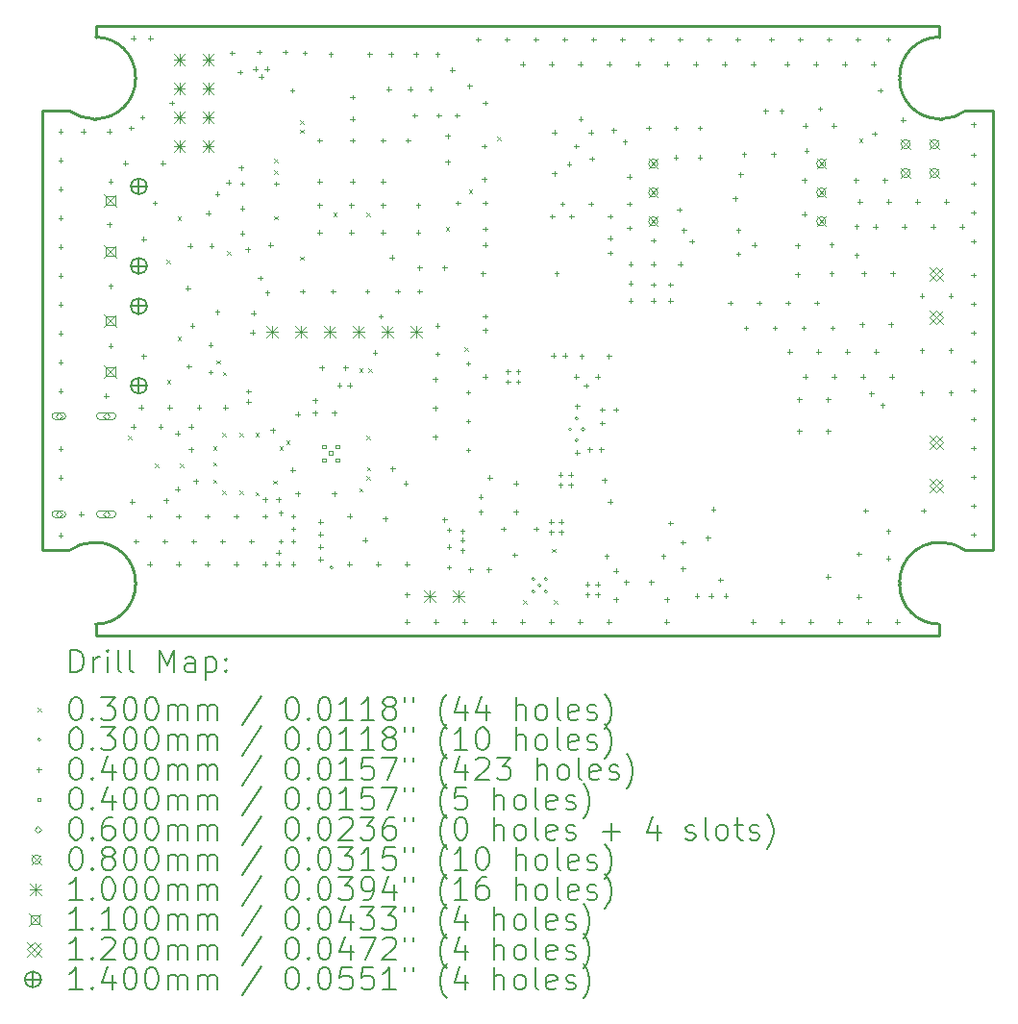
<source format=gbr>
%TF.GenerationSoftware,KiCad,Pcbnew,8.0.2-8.0.2-0~ubuntu23.10.1*%
%TF.CreationDate,2024-05-02T10:33:39+07:00*%
%TF.ProjectId,Node_Analog,4e6f6465-5f41-46e6-916c-6f672e6b6963,rev?*%
%TF.SameCoordinates,Original*%
%TF.FileFunction,Drillmap*%
%TF.FilePolarity,Positive*%
%FSLAX45Y45*%
G04 Gerber Fmt 4.5, Leading zero omitted, Abs format (unit mm)*
G04 Created by KiCad (PCBNEW 8.0.2-8.0.2-0~ubuntu23.10.1) date 2024-05-02 10:33:39*
%MOMM*%
%LPD*%
G01*
G04 APERTURE LIST*
%ADD10C,0.250000*%
%ADD11C,0.200000*%
%ADD12C,0.100000*%
%ADD13C,0.110000*%
%ADD14C,0.120000*%
%ADD15C,0.140000*%
G04 APERTURE END LIST*
D10*
X10410000Y-11870000D02*
X10410000Y-11970000D01*
X17490000Y-11500000D02*
X17490000Y-11520000D01*
X10410000Y-6600000D02*
X17840000Y-6600000D01*
X10410000Y-6700000D02*
X10410000Y-6600000D01*
X10390000Y-7420000D02*
G75*
G02*
X10180000Y-7350000I0J350000D01*
G01*
X17490000Y-7050000D02*
X17490000Y-7070000D01*
X17860000Y-7420000D02*
X17840000Y-7420000D01*
X10410000Y-11150000D02*
G75*
G02*
X10760000Y-11500000I0J-350000D01*
G01*
X17860000Y-11150000D02*
G75*
G02*
X18070000Y-11220000I0J-350000D01*
G01*
X10410000Y-11150000D02*
X10390000Y-11150000D01*
X10410000Y-7420000D02*
X10390000Y-7420000D01*
X18070000Y-7350000D02*
G75*
G02*
X17860000Y-7420000I-210000J280000D01*
G01*
X17490000Y-7050000D02*
G75*
G02*
X17840000Y-6700000I350000J0D01*
G01*
X18310000Y-7350000D02*
X18070000Y-7350000D01*
X10180000Y-11220000D02*
X9940000Y-11220000D01*
X9940000Y-7350000D02*
X9940000Y-11220000D01*
X18310000Y-7350000D02*
X18310000Y-11220000D01*
X10760000Y-7070000D02*
X10760000Y-7050000D01*
X10180000Y-11220000D02*
G75*
G02*
X10390000Y-11150000I210000J-280000D01*
G01*
X17490000Y-11500000D02*
G75*
G02*
X17840000Y-11150000I350000J0D01*
G01*
X10760000Y-11500000D02*
X10760000Y-11520000D01*
X10760000Y-11520000D02*
G75*
G02*
X10410000Y-11870000I-350000J0D01*
G01*
X18070000Y-11220000D02*
X18310000Y-11220000D01*
X10180000Y-7350000D02*
X9940000Y-7350000D01*
X17840000Y-7420000D02*
G75*
G02*
X17490000Y-7070000I0J350000D01*
G01*
X17840000Y-11150000D02*
X17860000Y-11150000D01*
X10410000Y-6700000D02*
G75*
G02*
X10760000Y-7050000I0J-350000D01*
G01*
X17840000Y-11870000D02*
G75*
G02*
X17490000Y-11520000I0J350000D01*
G01*
X10760000Y-7070000D02*
G75*
G02*
X10410000Y-7420000I-350000J0D01*
G01*
X17840000Y-11870000D02*
X17840000Y-11970000D01*
X10410000Y-11970000D02*
X17840000Y-11970000D01*
X17840000Y-6600000D02*
X17840000Y-6700000D01*
D11*
D12*
X10695000Y-10210000D02*
X10725000Y-10240000D01*
X10725000Y-10210000D02*
X10695000Y-10240000D01*
X10930000Y-10455000D02*
X10960000Y-10485000D01*
X10960000Y-10455000D02*
X10930000Y-10485000D01*
X11035000Y-8662500D02*
X11065000Y-8692500D01*
X11065000Y-8662500D02*
X11035000Y-8692500D01*
X11037500Y-9720000D02*
X11067500Y-9750000D01*
X11067500Y-9720000D02*
X11037500Y-9750000D01*
X11132500Y-8282500D02*
X11162500Y-8312500D01*
X11162500Y-8282500D02*
X11132500Y-8312500D01*
X11132500Y-9337500D02*
X11162500Y-9367500D01*
X11162500Y-9337500D02*
X11132500Y-9367500D01*
X11152500Y-10455000D02*
X11182500Y-10485000D01*
X11182500Y-10455000D02*
X11152500Y-10485000D01*
X11445000Y-10305000D02*
X11475000Y-10335000D01*
X11475000Y-10305000D02*
X11445000Y-10335000D01*
X11445000Y-10445000D02*
X11475000Y-10475000D01*
X11475000Y-10445000D02*
X11445000Y-10475000D01*
X11445000Y-10595000D02*
X11475000Y-10625000D01*
X11475000Y-10595000D02*
X11445000Y-10625000D01*
X11475000Y-9545000D02*
X11505000Y-9575000D01*
X11505000Y-9545000D02*
X11475000Y-9575000D01*
X11525000Y-10185000D02*
X11555000Y-10215000D01*
X11555000Y-10185000D02*
X11525000Y-10215000D01*
X11525000Y-10695000D02*
X11555000Y-10725000D01*
X11555000Y-10695000D02*
X11525000Y-10725000D01*
X11530000Y-9650000D02*
X11560000Y-9680000D01*
X11560000Y-9650000D02*
X11530000Y-9680000D01*
X11565000Y-8585000D02*
X11595000Y-8615000D01*
X11595000Y-8585000D02*
X11565000Y-8615000D01*
X11675000Y-10185000D02*
X11705000Y-10215000D01*
X11705000Y-10185000D02*
X11675000Y-10215000D01*
X11675000Y-10695000D02*
X11705000Y-10725000D01*
X11705000Y-10695000D02*
X11675000Y-10725000D01*
X11815000Y-10185000D02*
X11845000Y-10215000D01*
X11845000Y-10185000D02*
X11815000Y-10215000D01*
X11815000Y-10705000D02*
X11845000Y-10735000D01*
X11845000Y-10705000D02*
X11815000Y-10735000D01*
X11975000Y-10605000D02*
X12005000Y-10635000D01*
X12005000Y-10605000D02*
X11975000Y-10635000D01*
X11982500Y-7775000D02*
X12012500Y-7805000D01*
X12012500Y-7775000D02*
X11982500Y-7805000D01*
X11982500Y-7875000D02*
X12012500Y-7905000D01*
X12012500Y-7875000D02*
X11982500Y-7905000D01*
X11982500Y-8275000D02*
X12012500Y-8305000D01*
X12012500Y-8275000D02*
X11982500Y-8305000D01*
X12027500Y-10305000D02*
X12057500Y-10335000D01*
X12057500Y-10305000D02*
X12027500Y-10335000D01*
X12087555Y-10251335D02*
X12117555Y-10281335D01*
X12117555Y-10251335D02*
X12087555Y-10281335D01*
X12210000Y-7432500D02*
X12240000Y-7462500D01*
X12240000Y-7432500D02*
X12210000Y-7462500D01*
X12210000Y-7515000D02*
X12240000Y-7545000D01*
X12240000Y-7515000D02*
X12210000Y-7545000D01*
X12210000Y-8632500D02*
X12240000Y-8662500D01*
X12240000Y-8632500D02*
X12210000Y-8662500D01*
X12502500Y-8245000D02*
X12532500Y-8275000D01*
X12532500Y-8245000D02*
X12502500Y-8275000D01*
X12730000Y-9617500D02*
X12760000Y-9647500D01*
X12760000Y-9617500D02*
X12730000Y-9647500D01*
X12730000Y-10672500D02*
X12760000Y-10702500D01*
X12760000Y-10672500D02*
X12730000Y-10702500D01*
X12792453Y-10564953D02*
X12822453Y-10594953D01*
X12822453Y-10564953D02*
X12792453Y-10594953D01*
X12792500Y-8245000D02*
X12822500Y-8275000D01*
X12822500Y-8245000D02*
X12792500Y-8275000D01*
X12795000Y-10210000D02*
X12825000Y-10240000D01*
X12825000Y-10210000D02*
X12795000Y-10240000D01*
X12797500Y-10485000D02*
X12827500Y-10515000D01*
X12827500Y-10485000D02*
X12797500Y-10515000D01*
X12810000Y-9617500D02*
X12840000Y-9647500D01*
X12840000Y-9617500D02*
X12810000Y-9647500D01*
X13492500Y-8372500D02*
X13522500Y-8402500D01*
X13522500Y-8372500D02*
X13492500Y-8402500D01*
X13660000Y-9432500D02*
X13690000Y-9462500D01*
X13690000Y-9432500D02*
X13660000Y-9462500D01*
X13695000Y-8044500D02*
X13725000Y-8074500D01*
X13725000Y-8044500D02*
X13695000Y-8074500D01*
X13947500Y-7580000D02*
X13977500Y-7610000D01*
X13977500Y-7580000D02*
X13947500Y-7610000D01*
X14175000Y-11657500D02*
X14205000Y-11687500D01*
X14205000Y-11657500D02*
X14175000Y-11687500D01*
X14427500Y-11205000D02*
X14457500Y-11235000D01*
X14457500Y-11205000D02*
X14427500Y-11235000D01*
X14447500Y-11657500D02*
X14477500Y-11687500D01*
X14477500Y-11657500D02*
X14447500Y-11687500D01*
X17132500Y-7595000D02*
X17162500Y-7625000D01*
X17162500Y-7595000D02*
X17132500Y-7625000D01*
X12500000Y-11370000D02*
G75*
G02*
X12470000Y-11370000I-15000J0D01*
G01*
X12470000Y-11370000D02*
G75*
G02*
X12500000Y-11370000I15000J0D01*
G01*
X14280000Y-11473750D02*
G75*
G02*
X14250000Y-11473750I-15000J0D01*
G01*
X14250000Y-11473750D02*
G75*
G02*
X14280000Y-11473750I15000J0D01*
G01*
X14280000Y-11583750D02*
G75*
G02*
X14250000Y-11583750I-15000J0D01*
G01*
X14250000Y-11583750D02*
G75*
G02*
X14280000Y-11583750I15000J0D01*
G01*
X14335000Y-11528750D02*
G75*
G02*
X14305000Y-11528750I-15000J0D01*
G01*
X14305000Y-11528750D02*
G75*
G02*
X14335000Y-11528750I15000J0D01*
G01*
X14390000Y-11473750D02*
G75*
G02*
X14360000Y-11473750I-15000J0D01*
G01*
X14360000Y-11473750D02*
G75*
G02*
X14390000Y-11473750I15000J0D01*
G01*
X14390000Y-11583750D02*
G75*
G02*
X14360000Y-11583750I-15000J0D01*
G01*
X14360000Y-11583750D02*
G75*
G02*
X14390000Y-11583750I15000J0D01*
G01*
X14602500Y-10155000D02*
G75*
G02*
X14572500Y-10155000I-15000J0D01*
G01*
X14572500Y-10155000D02*
G75*
G02*
X14602500Y-10155000I15000J0D01*
G01*
X14660000Y-10060000D02*
G75*
G02*
X14630000Y-10060000I-15000J0D01*
G01*
X14630000Y-10060000D02*
G75*
G02*
X14660000Y-10060000I15000J0D01*
G01*
X14660000Y-10250000D02*
G75*
G02*
X14630000Y-10250000I-15000J0D01*
G01*
X14630000Y-10250000D02*
G75*
G02*
X14660000Y-10250000I15000J0D01*
G01*
X14717500Y-10155000D02*
G75*
G02*
X14687500Y-10155000I-15000J0D01*
G01*
X14687500Y-10155000D02*
G75*
G02*
X14717500Y-10155000I15000J0D01*
G01*
X10100000Y-7510000D02*
X10100000Y-7550000D01*
X10080000Y-7530000D02*
X10120000Y-7530000D01*
X10100000Y-7764000D02*
X10100000Y-7804000D01*
X10080000Y-7784000D02*
X10120000Y-7784000D01*
X10100000Y-8018000D02*
X10100000Y-8058000D01*
X10080000Y-8038000D02*
X10120000Y-8038000D01*
X10100000Y-8272000D02*
X10100000Y-8312000D01*
X10080000Y-8292000D02*
X10120000Y-8292000D01*
X10100000Y-8526000D02*
X10100000Y-8566000D01*
X10080000Y-8546000D02*
X10120000Y-8546000D01*
X10100000Y-8780000D02*
X10100000Y-8820000D01*
X10080000Y-8800000D02*
X10120000Y-8800000D01*
X10100000Y-9034000D02*
X10100000Y-9074000D01*
X10080000Y-9054000D02*
X10120000Y-9054000D01*
X10100000Y-9288000D02*
X10100000Y-9328000D01*
X10080000Y-9308000D02*
X10120000Y-9308000D01*
X10100000Y-9542000D02*
X10100000Y-9582000D01*
X10080000Y-9562000D02*
X10120000Y-9562000D01*
X10100000Y-9796000D02*
X10100000Y-9836000D01*
X10080000Y-9816000D02*
X10120000Y-9816000D01*
X10100000Y-10304000D02*
X10100000Y-10344000D01*
X10080000Y-10324000D02*
X10120000Y-10324000D01*
X10100000Y-10558000D02*
X10100000Y-10598000D01*
X10080000Y-10578000D02*
X10120000Y-10578000D01*
X10100000Y-11066000D02*
X10100000Y-11106000D01*
X10080000Y-11086000D02*
X10120000Y-11086000D01*
X10280000Y-10880000D02*
X10280000Y-10920000D01*
X10260000Y-10900000D02*
X10300000Y-10900000D01*
X10300000Y-7510000D02*
X10300000Y-7550000D01*
X10280000Y-7530000D02*
X10320000Y-7530000D01*
X10500000Y-9840000D02*
X10500000Y-9880000D01*
X10480000Y-9860000D02*
X10520000Y-9860000D01*
X10530000Y-7510000D02*
X10530000Y-7550000D01*
X10510000Y-7530000D02*
X10550000Y-7530000D01*
X10530000Y-8330000D02*
X10530000Y-8370000D01*
X10510000Y-8350000D02*
X10550000Y-8350000D01*
X10540000Y-7950000D02*
X10540000Y-7990000D01*
X10520000Y-7970000D02*
X10560000Y-7970000D01*
X10540000Y-8870000D02*
X10540000Y-8910000D01*
X10520000Y-8890000D02*
X10560000Y-8890000D01*
X10540000Y-9400000D02*
X10540000Y-9440000D01*
X10520000Y-9420000D02*
X10560000Y-9420000D01*
X10670000Y-7790000D02*
X10670000Y-7830000D01*
X10650000Y-7810000D02*
X10690000Y-7810000D01*
X10720000Y-7480000D02*
X10720000Y-7520000D01*
X10700000Y-7500000D02*
X10740000Y-7500000D01*
X10730000Y-10770000D02*
X10730000Y-10810000D01*
X10710000Y-10790000D02*
X10750000Y-10790000D01*
X10740000Y-6690000D02*
X10740000Y-6730000D01*
X10720000Y-6710000D02*
X10760000Y-6710000D01*
X10740000Y-10110000D02*
X10740000Y-10150000D01*
X10720000Y-10130000D02*
X10760000Y-10130000D01*
X10764000Y-11120000D02*
X10764000Y-11160000D01*
X10744000Y-11140000D02*
X10784000Y-11140000D01*
X10810000Y-9940000D02*
X10810000Y-9980000D01*
X10790000Y-9960000D02*
X10830000Y-9960000D01*
X10819000Y-7387000D02*
X10819000Y-7427000D01*
X10799000Y-7407000D02*
X10839000Y-7407000D01*
X10830000Y-8460000D02*
X10830000Y-8500000D01*
X10810000Y-8480000D02*
X10850000Y-8480000D01*
X10830000Y-9490000D02*
X10830000Y-9530000D01*
X10810000Y-9510000D02*
X10850000Y-9510000D01*
X10884000Y-10900000D02*
X10884000Y-10940000D01*
X10864000Y-10920000D02*
X10904000Y-10920000D01*
X10884000Y-11320000D02*
X10884000Y-11360000D01*
X10864000Y-11340000D02*
X10904000Y-11340000D01*
X10890000Y-6690000D02*
X10890000Y-6730000D01*
X10870000Y-6710000D02*
X10910000Y-6710000D01*
X10930000Y-8140000D02*
X10930000Y-8180000D01*
X10910000Y-8160000D02*
X10950000Y-8160000D01*
X10980000Y-10110000D02*
X10980000Y-10150000D01*
X10960000Y-10130000D02*
X11000000Y-10130000D01*
X11000000Y-7790000D02*
X11000000Y-7830000D01*
X10980000Y-7810000D02*
X11020000Y-7810000D01*
X11018000Y-11120000D02*
X11018000Y-11160000D01*
X10998000Y-11140000D02*
X11038000Y-11140000D01*
X11030000Y-10760000D02*
X11030000Y-10800000D01*
X11010000Y-10780000D02*
X11050000Y-10780000D01*
X11060000Y-9940000D02*
X11060000Y-9980000D01*
X11040000Y-9960000D02*
X11080000Y-9960000D01*
X11080000Y-7260000D02*
X11080000Y-7300000D01*
X11060000Y-7280000D02*
X11100000Y-7280000D01*
X11130000Y-10170000D02*
X11130000Y-10210000D01*
X11110000Y-10190000D02*
X11150000Y-10190000D01*
X11130000Y-10660000D02*
X11130000Y-10700000D01*
X11110000Y-10680000D02*
X11150000Y-10680000D01*
X11138000Y-10900000D02*
X11138000Y-10940000D01*
X11118000Y-10920000D02*
X11158000Y-10920000D01*
X11138000Y-11320000D02*
X11138000Y-11360000D01*
X11118000Y-11340000D02*
X11158000Y-11340000D01*
X11220000Y-8890000D02*
X11220000Y-8930000D01*
X11200000Y-8910000D02*
X11240000Y-8910000D01*
X11230000Y-9580000D02*
X11230000Y-9620000D01*
X11210000Y-9600000D02*
X11250000Y-9600000D01*
X11240000Y-8520000D02*
X11240000Y-8560000D01*
X11220000Y-8540000D02*
X11260000Y-8540000D01*
X11250000Y-10110000D02*
X11250000Y-10150000D01*
X11230000Y-10130000D02*
X11270000Y-10130000D01*
X11250000Y-10310000D02*
X11250000Y-10350000D01*
X11230000Y-10330000D02*
X11270000Y-10330000D01*
X11260000Y-9220000D02*
X11260000Y-9260000D01*
X11240000Y-9240000D02*
X11280000Y-9240000D01*
X11272000Y-11120000D02*
X11272000Y-11160000D01*
X11252000Y-11140000D02*
X11292000Y-11140000D01*
X11290000Y-10590000D02*
X11290000Y-10630000D01*
X11270000Y-10610000D02*
X11310000Y-10610000D01*
X11320000Y-9940000D02*
X11320000Y-9980000D01*
X11300000Y-9960000D02*
X11340000Y-9960000D01*
X11392000Y-10900000D02*
X11392000Y-10940000D01*
X11372000Y-10920000D02*
X11412000Y-10920000D01*
X11392000Y-11320000D02*
X11392000Y-11360000D01*
X11372000Y-11340000D02*
X11412000Y-11340000D01*
X11400000Y-8230000D02*
X11400000Y-8270000D01*
X11380000Y-8250000D02*
X11420000Y-8250000D01*
X11420000Y-9390000D02*
X11420000Y-9430000D01*
X11400000Y-9410000D02*
X11440000Y-9410000D01*
X11420000Y-9630000D02*
X11420000Y-9670000D01*
X11400000Y-9650000D02*
X11440000Y-9650000D01*
X11430000Y-8520000D02*
X11430000Y-8560000D01*
X11410000Y-8540000D02*
X11450000Y-8540000D01*
X11480000Y-8060000D02*
X11480000Y-8100000D01*
X11460000Y-8080000D02*
X11500000Y-8080000D01*
X11480000Y-9100000D02*
X11480000Y-9140000D01*
X11460000Y-9120000D02*
X11500000Y-9120000D01*
X11526000Y-11120000D02*
X11526000Y-11160000D01*
X11506000Y-11140000D02*
X11546000Y-11140000D01*
X11550000Y-9940000D02*
X11550000Y-9980000D01*
X11530000Y-9960000D02*
X11570000Y-9960000D01*
X11580000Y-7960000D02*
X11580000Y-8000000D01*
X11560000Y-7980000D02*
X11600000Y-7980000D01*
X11610000Y-6820000D02*
X11610000Y-6860000D01*
X11590000Y-6840000D02*
X11630000Y-6840000D01*
X11646000Y-10900000D02*
X11646000Y-10940000D01*
X11626000Y-10920000D02*
X11666000Y-10920000D01*
X11646000Y-11320000D02*
X11646000Y-11360000D01*
X11626000Y-11340000D02*
X11666000Y-11340000D01*
X11680000Y-6990000D02*
X11680000Y-7030000D01*
X11660000Y-7010000D02*
X11700000Y-7010000D01*
X11690000Y-7830000D02*
X11690000Y-7870000D01*
X11670000Y-7850000D02*
X11710000Y-7850000D01*
X11700000Y-7970000D02*
X11700000Y-8010000D01*
X11680000Y-7990000D02*
X11720000Y-7990000D01*
X11700000Y-8190000D02*
X11700000Y-8230000D01*
X11680000Y-8210000D02*
X11720000Y-8210000D01*
X11700000Y-8410000D02*
X11700000Y-8450000D01*
X11680000Y-8430000D02*
X11720000Y-8430000D01*
X11750000Y-8550000D02*
X11750000Y-8590000D01*
X11730000Y-8570000D02*
X11770000Y-8570000D01*
X11755000Y-9800000D02*
X11755000Y-9840000D01*
X11735000Y-9820000D02*
X11775000Y-9820000D01*
X11755000Y-9890000D02*
X11755000Y-9930000D01*
X11735000Y-9910000D02*
X11775000Y-9910000D01*
X11780000Y-11120000D02*
X11780000Y-11160000D01*
X11760000Y-11140000D02*
X11800000Y-11140000D01*
X11790000Y-9280000D02*
X11790000Y-9320000D01*
X11770000Y-9300000D02*
X11810000Y-9300000D01*
X11800000Y-9110000D02*
X11800000Y-9150000D01*
X11780000Y-9130000D02*
X11820000Y-9130000D01*
X11817500Y-6960000D02*
X11817500Y-7000000D01*
X11797500Y-6980000D02*
X11837500Y-6980000D01*
X11850000Y-6810000D02*
X11850000Y-6850000D01*
X11830000Y-6830000D02*
X11870000Y-6830000D01*
X11860000Y-8800000D02*
X11860000Y-8840000D01*
X11840000Y-8820000D02*
X11880000Y-8820000D01*
X11867500Y-7030000D02*
X11867500Y-7070000D01*
X11847500Y-7050000D02*
X11887500Y-7050000D01*
X11900000Y-10750000D02*
X11900000Y-10790000D01*
X11880000Y-10770000D02*
X11920000Y-10770000D01*
X11900000Y-10900000D02*
X11900000Y-10940000D01*
X11880000Y-10920000D02*
X11920000Y-10920000D01*
X11900000Y-11320000D02*
X11900000Y-11360000D01*
X11880000Y-11340000D02*
X11920000Y-11340000D01*
X11917500Y-6960000D02*
X11917500Y-7000000D01*
X11897500Y-6980000D02*
X11937500Y-6980000D01*
X11920000Y-8930000D02*
X11920000Y-8970000D01*
X11900000Y-8950000D02*
X11940000Y-8950000D01*
X11950000Y-8510000D02*
X11950000Y-8550000D01*
X11930000Y-8530000D02*
X11970000Y-8530000D01*
X11970000Y-10140000D02*
X11970000Y-10180000D01*
X11950000Y-10160000D02*
X11990000Y-10160000D01*
X12000000Y-7970000D02*
X12000000Y-8010000D01*
X11980000Y-7990000D02*
X12020000Y-7990000D01*
X12020000Y-10750000D02*
X12020000Y-10790000D01*
X12000000Y-10770000D02*
X12040000Y-10770000D01*
X12020000Y-11220000D02*
X12020000Y-11260000D01*
X12000000Y-11240000D02*
X12040000Y-11240000D01*
X12020000Y-11320000D02*
X12020000Y-11360000D01*
X12000000Y-11340000D02*
X12040000Y-11340000D01*
X12040000Y-10870000D02*
X12040000Y-10910000D01*
X12020000Y-10890000D02*
X12060000Y-10890000D01*
X12040000Y-11120000D02*
X12040000Y-11160000D01*
X12020000Y-11140000D02*
X12060000Y-11140000D01*
X12080000Y-6810000D02*
X12080000Y-6850000D01*
X12060000Y-6830000D02*
X12100000Y-6830000D01*
X12140000Y-7150000D02*
X12140000Y-7190000D01*
X12120000Y-7170000D02*
X12160000Y-7170000D01*
X12142500Y-10492500D02*
X12142500Y-10532500D01*
X12122500Y-10512500D02*
X12162500Y-10512500D01*
X12150000Y-10900000D02*
X12150000Y-10940000D01*
X12130000Y-10920000D02*
X12170000Y-10920000D01*
X12150000Y-11010000D02*
X12150000Y-11050000D01*
X12130000Y-11030000D02*
X12170000Y-11030000D01*
X12150000Y-11120000D02*
X12150000Y-11160000D01*
X12130000Y-11140000D02*
X12170000Y-11140000D01*
X12150000Y-11320000D02*
X12150000Y-11360000D01*
X12130000Y-11340000D02*
X12170000Y-11340000D01*
X12190000Y-10000000D02*
X12190000Y-10040000D01*
X12170000Y-10020000D02*
X12210000Y-10020000D01*
X12190000Y-10700000D02*
X12190000Y-10740000D01*
X12170000Y-10720000D02*
X12210000Y-10720000D01*
X12230000Y-8920000D02*
X12230000Y-8960000D01*
X12210000Y-8940000D02*
X12250000Y-8940000D01*
X12250000Y-6820000D02*
X12250000Y-6860000D01*
X12230000Y-6840000D02*
X12270000Y-6840000D01*
X12340000Y-9880000D02*
X12340000Y-9920000D01*
X12320000Y-9900000D02*
X12360000Y-9900000D01*
X12340000Y-9990000D02*
X12340000Y-10030000D01*
X12320000Y-10010000D02*
X12360000Y-10010000D01*
X12380000Y-7590000D02*
X12380000Y-7630000D01*
X12360000Y-7610000D02*
X12400000Y-7610000D01*
X12380000Y-7950000D02*
X12380000Y-7990000D01*
X12360000Y-7970000D02*
X12400000Y-7970000D01*
X12380000Y-8160000D02*
X12380000Y-8200000D01*
X12360000Y-8180000D02*
X12400000Y-8180000D01*
X12380000Y-8400000D02*
X12380000Y-8440000D01*
X12360000Y-8420000D02*
X12400000Y-8420000D01*
X12390000Y-10950000D02*
X12390000Y-10990000D01*
X12370000Y-10970000D02*
X12410000Y-10970000D01*
X12390000Y-11060000D02*
X12390000Y-11100000D01*
X12370000Y-11080000D02*
X12410000Y-11080000D01*
X12390000Y-11170000D02*
X12390000Y-11210000D01*
X12370000Y-11190000D02*
X12410000Y-11190000D01*
X12390000Y-11280000D02*
X12390000Y-11320000D01*
X12370000Y-11300000D02*
X12410000Y-11300000D01*
X12400000Y-9590000D02*
X12400000Y-9630000D01*
X12380000Y-9610000D02*
X12420000Y-9610000D01*
X12480000Y-6830000D02*
X12480000Y-6870000D01*
X12460000Y-6850000D02*
X12500000Y-6850000D01*
X12500000Y-8920000D02*
X12500000Y-8960000D01*
X12480000Y-8940000D02*
X12520000Y-8940000D01*
X12510000Y-9990000D02*
X12510000Y-10030000D01*
X12490000Y-10010000D02*
X12530000Y-10010000D01*
X12510000Y-10700000D02*
X12510000Y-10740000D01*
X12490000Y-10720000D02*
X12530000Y-10720000D01*
X12555000Y-9745000D02*
X12555000Y-9785000D01*
X12535000Y-9765000D02*
X12575000Y-9765000D01*
X12610000Y-9590000D02*
X12610000Y-9630000D01*
X12590000Y-9610000D02*
X12630000Y-9610000D01*
X12642000Y-11320000D02*
X12642000Y-11360000D01*
X12622000Y-11340000D02*
X12662000Y-11340000D01*
X12645000Y-9745000D02*
X12645000Y-9785000D01*
X12625000Y-9765000D02*
X12665000Y-9765000D01*
X12645000Y-10897500D02*
X12645000Y-10937500D01*
X12625000Y-10917500D02*
X12665000Y-10917500D01*
X12660000Y-8160000D02*
X12660000Y-8200000D01*
X12640000Y-8180000D02*
X12680000Y-8180000D01*
X12660000Y-8400000D02*
X12660000Y-8440000D01*
X12640000Y-8420000D02*
X12680000Y-8420000D01*
X12670000Y-7210000D02*
X12670000Y-7250000D01*
X12650000Y-7230000D02*
X12690000Y-7230000D01*
X12670000Y-7400000D02*
X12670000Y-7440000D01*
X12650000Y-7420000D02*
X12690000Y-7420000D01*
X12670000Y-7590000D02*
X12670000Y-7630000D01*
X12650000Y-7610000D02*
X12690000Y-7610000D01*
X12670000Y-7950000D02*
X12670000Y-7990000D01*
X12650000Y-7970000D02*
X12690000Y-7970000D01*
X12780000Y-11110000D02*
X12780000Y-11150000D01*
X12760000Y-11130000D02*
X12800000Y-11130000D01*
X12800000Y-8920000D02*
X12800000Y-8960000D01*
X12780000Y-8940000D02*
X12820000Y-8940000D01*
X12820000Y-6830000D02*
X12820000Y-6870000D01*
X12800000Y-6850000D02*
X12840000Y-6850000D01*
X12870000Y-9460000D02*
X12870000Y-9500000D01*
X12850000Y-9480000D02*
X12890000Y-9480000D01*
X12896000Y-11320000D02*
X12896000Y-11360000D01*
X12876000Y-11340000D02*
X12916000Y-11340000D01*
X12920000Y-9140000D02*
X12920000Y-9180000D01*
X12900000Y-9160000D02*
X12940000Y-9160000D01*
X12940000Y-7590000D02*
X12940000Y-7630000D01*
X12920000Y-7610000D02*
X12960000Y-7610000D01*
X12940000Y-7950000D02*
X12940000Y-7990000D01*
X12920000Y-7970000D02*
X12960000Y-7970000D01*
X12940000Y-8160000D02*
X12940000Y-8200000D01*
X12920000Y-8180000D02*
X12960000Y-8180000D01*
X12940000Y-8400000D02*
X12940000Y-8440000D01*
X12920000Y-8420000D02*
X12960000Y-8420000D01*
X12960000Y-10920000D02*
X12960000Y-10960000D01*
X12940000Y-10940000D02*
X12980000Y-10940000D01*
X12990000Y-7140000D02*
X12990000Y-7180000D01*
X12970000Y-7160000D02*
X13010000Y-7160000D01*
X13010000Y-6830000D02*
X13010000Y-6870000D01*
X12990000Y-6850000D02*
X13030000Y-6850000D01*
X13020000Y-8620000D02*
X13020000Y-8660000D01*
X13000000Y-8640000D02*
X13040000Y-8640000D01*
X13025000Y-10480000D02*
X13025000Y-10520000D01*
X13005000Y-10500000D02*
X13045000Y-10500000D01*
X13070000Y-8920000D02*
X13070000Y-8960000D01*
X13050000Y-8940000D02*
X13090000Y-8940000D01*
X13140000Y-10610000D02*
X13140000Y-10650000D01*
X13120000Y-10630000D02*
X13160000Y-10630000D01*
X13150000Y-11320000D02*
X13150000Y-11360000D01*
X13130000Y-11340000D02*
X13170000Y-11340000D01*
X13150000Y-11590000D02*
X13150000Y-11630000D01*
X13130000Y-11610000D02*
X13170000Y-11610000D01*
X13150000Y-11830000D02*
X13150000Y-11870000D01*
X13130000Y-11850000D02*
X13170000Y-11850000D01*
X13160000Y-7590000D02*
X13160000Y-7630000D01*
X13140000Y-7610000D02*
X13180000Y-7610000D01*
X13180000Y-7140000D02*
X13180000Y-7180000D01*
X13160000Y-7160000D02*
X13200000Y-7160000D01*
X13220000Y-7370000D02*
X13220000Y-7410000D01*
X13200000Y-7390000D02*
X13240000Y-7390000D01*
X13230000Y-6830000D02*
X13230000Y-6870000D01*
X13210000Y-6850000D02*
X13250000Y-6850000D01*
X13250000Y-8160000D02*
X13250000Y-8200000D01*
X13230000Y-8180000D02*
X13270000Y-8180000D01*
X13250000Y-8400000D02*
X13250000Y-8440000D01*
X13230000Y-8420000D02*
X13270000Y-8420000D01*
X13260000Y-8710000D02*
X13260000Y-8750000D01*
X13240000Y-8730000D02*
X13280000Y-8730000D01*
X13260000Y-8920000D02*
X13260000Y-8960000D01*
X13240000Y-8940000D02*
X13280000Y-8940000D01*
X13360000Y-7140000D02*
X13360000Y-7180000D01*
X13340000Y-7160000D02*
X13380000Y-7160000D01*
X13400000Y-9692000D02*
X13400000Y-9732000D01*
X13380000Y-9712000D02*
X13420000Y-9712000D01*
X13400000Y-9946000D02*
X13400000Y-9986000D01*
X13380000Y-9966000D02*
X13420000Y-9966000D01*
X13400000Y-10200000D02*
X13400000Y-10240000D01*
X13380000Y-10220000D02*
X13420000Y-10220000D01*
X13404000Y-11830000D02*
X13404000Y-11870000D01*
X13384000Y-11850000D02*
X13424000Y-11850000D01*
X13420000Y-6830000D02*
X13420000Y-6870000D01*
X13400000Y-6850000D02*
X13440000Y-6850000D01*
X13420000Y-9220000D02*
X13420000Y-9260000D01*
X13400000Y-9240000D02*
X13440000Y-9240000D01*
X13420000Y-9470000D02*
X13420000Y-9510000D01*
X13400000Y-9490000D02*
X13440000Y-9490000D01*
X13430000Y-7370000D02*
X13430000Y-7410000D01*
X13410000Y-7390000D02*
X13450000Y-7390000D01*
X13480000Y-8710000D02*
X13480000Y-8750000D01*
X13460000Y-8730000D02*
X13500000Y-8730000D01*
X13480000Y-10930000D02*
X13480000Y-10970000D01*
X13460000Y-10950000D02*
X13500000Y-10950000D01*
X13510000Y-7550000D02*
X13510000Y-7590000D01*
X13490000Y-7570000D02*
X13530000Y-7570000D01*
X13510000Y-7780000D02*
X13510000Y-7820000D01*
X13490000Y-7800000D02*
X13530000Y-7800000D01*
X13520000Y-11020000D02*
X13520000Y-11060000D01*
X13500000Y-11040000D02*
X13540000Y-11040000D01*
X13520000Y-11170000D02*
X13520000Y-11210000D01*
X13500000Y-11190000D02*
X13540000Y-11190000D01*
X13520000Y-11350000D02*
X13520000Y-11390000D01*
X13500000Y-11370000D02*
X13540000Y-11370000D01*
X13550000Y-6970000D02*
X13550000Y-7010000D01*
X13530000Y-6990000D02*
X13570000Y-6990000D01*
X13590000Y-7370000D02*
X13590000Y-7410000D01*
X13570000Y-7390000D02*
X13610000Y-7390000D01*
X13600000Y-8140000D02*
X13600000Y-8180000D01*
X13580000Y-8160000D02*
X13620000Y-8160000D01*
X13640000Y-11030000D02*
X13640000Y-11070000D01*
X13620000Y-11050000D02*
X13660000Y-11050000D01*
X13640000Y-11110000D02*
X13640000Y-11150000D01*
X13620000Y-11130000D02*
X13660000Y-11130000D01*
X13640000Y-11200000D02*
X13640000Y-11240000D01*
X13620000Y-11220000D02*
X13660000Y-11220000D01*
X13658000Y-11830000D02*
X13658000Y-11870000D01*
X13638000Y-11850000D02*
X13678000Y-11850000D01*
X13690000Y-9554000D02*
X13690000Y-9594000D01*
X13670000Y-9574000D02*
X13710000Y-9574000D01*
X13690000Y-9808000D02*
X13690000Y-9848000D01*
X13670000Y-9828000D02*
X13710000Y-9828000D01*
X13690000Y-10062000D02*
X13690000Y-10102000D01*
X13670000Y-10082000D02*
X13710000Y-10082000D01*
X13690000Y-10316000D02*
X13690000Y-10356000D01*
X13670000Y-10336000D02*
X13710000Y-10336000D01*
X13700000Y-7110000D02*
X13700000Y-7150000D01*
X13680000Y-7130000D02*
X13720000Y-7130000D01*
X13710000Y-11370000D02*
X13710000Y-11410000D01*
X13690000Y-11390000D02*
X13730000Y-11390000D01*
X13778000Y-6700000D02*
X13778000Y-6740000D01*
X13758000Y-6720000D02*
X13798000Y-6720000D01*
X13800000Y-10730000D02*
X13800000Y-10770000D01*
X13780000Y-10750000D02*
X13820000Y-10750000D01*
X13800000Y-10860000D02*
X13800000Y-10900000D01*
X13780000Y-10880000D02*
X13820000Y-10880000D01*
X13820000Y-8760000D02*
X13820000Y-8800000D01*
X13800000Y-8780000D02*
X13840000Y-8780000D01*
X13830000Y-7640000D02*
X13830000Y-7680000D01*
X13810000Y-7660000D02*
X13850000Y-7660000D01*
X13830000Y-7930000D02*
X13830000Y-7970000D01*
X13810000Y-7950000D02*
X13850000Y-7950000D01*
X13840000Y-7260000D02*
X13840000Y-7300000D01*
X13820000Y-7280000D02*
X13860000Y-7280000D01*
X13840000Y-8140000D02*
X13840000Y-8180000D01*
X13820000Y-8160000D02*
X13860000Y-8160000D01*
X13840000Y-8370000D02*
X13840000Y-8410000D01*
X13820000Y-8390000D02*
X13860000Y-8390000D01*
X13840000Y-8510000D02*
X13840000Y-8550000D01*
X13820000Y-8530000D02*
X13860000Y-8530000D01*
X13840000Y-9140000D02*
X13840000Y-9180000D01*
X13820000Y-9160000D02*
X13860000Y-9160000D01*
X13840000Y-9260000D02*
X13840000Y-9300000D01*
X13820000Y-9280000D02*
X13860000Y-9280000D01*
X13840000Y-9670000D02*
X13840000Y-9710000D01*
X13820000Y-9690000D02*
X13860000Y-9690000D01*
X13870000Y-11370000D02*
X13870000Y-11410000D01*
X13850000Y-11390000D02*
X13890000Y-11390000D01*
X13880000Y-10560000D02*
X13880000Y-10600000D01*
X13860000Y-10580000D02*
X13900000Y-10580000D01*
X13912000Y-11830000D02*
X13912000Y-11870000D01*
X13892000Y-11850000D02*
X13932000Y-11850000D01*
X14000000Y-11010000D02*
X14000000Y-11050000D01*
X13980000Y-11030000D02*
X14020000Y-11030000D01*
X14032000Y-6700000D02*
X14032000Y-6740000D01*
X14012000Y-6720000D02*
X14052000Y-6720000D01*
X14040000Y-9625000D02*
X14040000Y-9665000D01*
X14020000Y-9645000D02*
X14060000Y-9645000D01*
X14040000Y-9715000D02*
X14040000Y-9755000D01*
X14020000Y-9735000D02*
X14060000Y-9735000D01*
X14100000Y-11240000D02*
X14100000Y-11280000D01*
X14080000Y-11260000D02*
X14120000Y-11260000D01*
X14110000Y-10610000D02*
X14110000Y-10650000D01*
X14090000Y-10630000D02*
X14130000Y-10630000D01*
X14110000Y-10860000D02*
X14110000Y-10900000D01*
X14090000Y-10880000D02*
X14130000Y-10880000D01*
X14130000Y-9625000D02*
X14130000Y-9665000D01*
X14110000Y-9645000D02*
X14150000Y-9645000D01*
X14130000Y-9715000D02*
X14130000Y-9755000D01*
X14110000Y-9735000D02*
X14150000Y-9735000D01*
X14166000Y-11830000D02*
X14166000Y-11870000D01*
X14146000Y-11850000D02*
X14186000Y-11850000D01*
X14170000Y-6920000D02*
X14170000Y-6960000D01*
X14150000Y-6940000D02*
X14190000Y-6940000D01*
X14286000Y-6700000D02*
X14286000Y-6740000D01*
X14266000Y-6720000D02*
X14306000Y-6720000D01*
X14290000Y-11010000D02*
X14290000Y-11050000D01*
X14270000Y-11030000D02*
X14310000Y-11030000D01*
X14420000Y-10950000D02*
X14420000Y-10990000D01*
X14400000Y-10970000D02*
X14440000Y-10970000D01*
X14420000Y-11040000D02*
X14420000Y-11080000D01*
X14400000Y-11060000D02*
X14440000Y-11060000D01*
X14420000Y-11830000D02*
X14420000Y-11870000D01*
X14400000Y-11850000D02*
X14440000Y-11850000D01*
X14424000Y-6920000D02*
X14424000Y-6960000D01*
X14404000Y-6940000D02*
X14444000Y-6940000D01*
X14430000Y-8260000D02*
X14430000Y-8300000D01*
X14410000Y-8280000D02*
X14450000Y-8280000D01*
X14442500Y-9485000D02*
X14442500Y-9525000D01*
X14422500Y-9505000D02*
X14462500Y-9505000D01*
X14450000Y-7520000D02*
X14450000Y-7560000D01*
X14430000Y-7540000D02*
X14470000Y-7540000D01*
X14450000Y-7880000D02*
X14450000Y-7920000D01*
X14430000Y-7900000D02*
X14470000Y-7900000D01*
X14470000Y-8760000D02*
X14470000Y-8800000D01*
X14450000Y-8780000D02*
X14490000Y-8780000D01*
X14502500Y-10535000D02*
X14502500Y-10575000D01*
X14482500Y-10555000D02*
X14522500Y-10555000D01*
X14502500Y-10625000D02*
X14502500Y-10665000D01*
X14482500Y-10645000D02*
X14522500Y-10645000D01*
X14510000Y-10950000D02*
X14510000Y-10990000D01*
X14490000Y-10970000D02*
X14530000Y-10970000D01*
X14510000Y-11040000D02*
X14510000Y-11080000D01*
X14490000Y-11060000D02*
X14530000Y-11060000D01*
X14520000Y-8150000D02*
X14520000Y-8190000D01*
X14500000Y-8170000D02*
X14540000Y-8170000D01*
X14540000Y-6700000D02*
X14540000Y-6740000D01*
X14520000Y-6720000D02*
X14560000Y-6720000D01*
X14542500Y-9485000D02*
X14542500Y-9525000D01*
X14522500Y-9505000D02*
X14562500Y-9505000D01*
X14580000Y-7800000D02*
X14580000Y-7840000D01*
X14560000Y-7820000D02*
X14600000Y-7820000D01*
X14592500Y-10535000D02*
X14592500Y-10575000D01*
X14572500Y-10555000D02*
X14612500Y-10555000D01*
X14592500Y-10625000D02*
X14592500Y-10665000D01*
X14572500Y-10645000D02*
X14612500Y-10645000D01*
X14600000Y-8260000D02*
X14600000Y-8300000D01*
X14580000Y-8280000D02*
X14620000Y-8280000D01*
X14640000Y-7640000D02*
X14640000Y-7680000D01*
X14620000Y-7660000D02*
X14660000Y-7660000D01*
X14640000Y-9670000D02*
X14640000Y-9710000D01*
X14620000Y-9690000D02*
X14660000Y-9690000D01*
X14650000Y-9930000D02*
X14650000Y-9970000D01*
X14630000Y-9950000D02*
X14670000Y-9950000D01*
X14650000Y-10340000D02*
X14650000Y-10380000D01*
X14630000Y-10360000D02*
X14670000Y-10360000D01*
X14674000Y-11830000D02*
X14674000Y-11870000D01*
X14654000Y-11850000D02*
X14694000Y-11850000D01*
X14678000Y-6920000D02*
X14678000Y-6960000D01*
X14658000Y-6940000D02*
X14698000Y-6940000D01*
X14680000Y-7400000D02*
X14680000Y-7440000D01*
X14660000Y-7420000D02*
X14700000Y-7420000D01*
X14690000Y-9490000D02*
X14690000Y-9530000D01*
X14670000Y-9510000D02*
X14710000Y-9510000D01*
X14730000Y-9750000D02*
X14730000Y-9790000D01*
X14710000Y-9770000D02*
X14750000Y-9770000D01*
X14740000Y-11500000D02*
X14740000Y-11540000D01*
X14720000Y-11520000D02*
X14760000Y-11520000D01*
X14740000Y-11590000D02*
X14740000Y-11630000D01*
X14720000Y-11610000D02*
X14760000Y-11610000D01*
X14760000Y-10310000D02*
X14760000Y-10350000D01*
X14740000Y-10330000D02*
X14780000Y-10330000D01*
X14770000Y-7520000D02*
X14770000Y-7560000D01*
X14750000Y-7540000D02*
X14790000Y-7540000D01*
X14770000Y-8150000D02*
X14770000Y-8190000D01*
X14750000Y-8170000D02*
X14790000Y-8170000D01*
X14780000Y-7750000D02*
X14780000Y-7790000D01*
X14760000Y-7770000D02*
X14800000Y-7770000D01*
X14794000Y-6700000D02*
X14794000Y-6740000D01*
X14774000Y-6720000D02*
X14814000Y-6720000D01*
X14830000Y-9670000D02*
X14830000Y-9710000D01*
X14810000Y-9690000D02*
X14850000Y-9690000D01*
X14830000Y-11500000D02*
X14830000Y-11540000D01*
X14810000Y-11520000D02*
X14850000Y-11520000D01*
X14830000Y-11590000D02*
X14830000Y-11630000D01*
X14810000Y-11610000D02*
X14850000Y-11610000D01*
X14860000Y-10310000D02*
X14860000Y-10350000D01*
X14840000Y-10330000D02*
X14880000Y-10330000D01*
X14870000Y-9960000D02*
X14870000Y-10000000D01*
X14850000Y-9980000D02*
X14890000Y-9980000D01*
X14870000Y-10080000D02*
X14870000Y-10120000D01*
X14850000Y-10100000D02*
X14890000Y-10100000D01*
X14890000Y-10580000D02*
X14890000Y-10620000D01*
X14870000Y-10600000D02*
X14910000Y-10600000D01*
X14910000Y-11250000D02*
X14910000Y-11290000D01*
X14890000Y-11270000D02*
X14930000Y-11270000D01*
X14928000Y-11830000D02*
X14928000Y-11870000D01*
X14908000Y-11850000D02*
X14948000Y-11850000D01*
X14930000Y-9490000D02*
X14930000Y-9530000D01*
X14910000Y-9510000D02*
X14950000Y-9510000D01*
X14932000Y-6920000D02*
X14932000Y-6960000D01*
X14912000Y-6940000D02*
X14952000Y-6940000D01*
X14940000Y-8260000D02*
X14940000Y-8300000D01*
X14920000Y-8280000D02*
X14960000Y-8280000D01*
X14940000Y-8450000D02*
X14940000Y-8490000D01*
X14920000Y-8470000D02*
X14960000Y-8470000D01*
X14940000Y-8580000D02*
X14940000Y-8620000D01*
X14920000Y-8600000D02*
X14960000Y-8600000D01*
X14940000Y-10770000D02*
X14940000Y-10810000D01*
X14920000Y-10790000D02*
X14960000Y-10790000D01*
X14970000Y-7500000D02*
X14970000Y-7540000D01*
X14950000Y-7520000D02*
X14990000Y-7520000D01*
X14990000Y-9960000D02*
X14990000Y-10000000D01*
X14970000Y-9980000D02*
X15010000Y-9980000D01*
X14990000Y-11380000D02*
X14990000Y-11420000D01*
X14970000Y-11400000D02*
X15010000Y-11400000D01*
X14990000Y-11630000D02*
X14990000Y-11670000D01*
X14970000Y-11650000D02*
X15010000Y-11650000D01*
X15048000Y-6700000D02*
X15048000Y-6740000D01*
X15028000Y-6720000D02*
X15068000Y-6720000D01*
X15070000Y-7600000D02*
X15070000Y-7640000D01*
X15050000Y-7620000D02*
X15090000Y-7620000D01*
X15080000Y-11480000D02*
X15080000Y-11520000D01*
X15060000Y-11500000D02*
X15100000Y-11500000D01*
X15110000Y-7910000D02*
X15110000Y-7950000D01*
X15090000Y-7930000D02*
X15130000Y-7930000D01*
X15110000Y-8150000D02*
X15110000Y-8190000D01*
X15090000Y-8170000D02*
X15130000Y-8170000D01*
X15110000Y-8360000D02*
X15110000Y-8400000D01*
X15090000Y-8380000D02*
X15130000Y-8380000D01*
X15120000Y-8680000D02*
X15120000Y-8720000D01*
X15100000Y-8700000D02*
X15140000Y-8700000D01*
X15120000Y-8850000D02*
X15120000Y-8890000D01*
X15100000Y-8870000D02*
X15140000Y-8870000D01*
X15120000Y-9000000D02*
X15120000Y-9040000D01*
X15100000Y-9020000D02*
X15140000Y-9020000D01*
X15186000Y-6920000D02*
X15186000Y-6960000D01*
X15166000Y-6940000D02*
X15206000Y-6940000D01*
X15280000Y-7480000D02*
X15280000Y-7520000D01*
X15260000Y-7500000D02*
X15300000Y-7500000D01*
X15300000Y-11480000D02*
X15300000Y-11520000D01*
X15280000Y-11500000D02*
X15320000Y-11500000D01*
X15302000Y-6700000D02*
X15302000Y-6740000D01*
X15282000Y-6720000D02*
X15322000Y-6720000D01*
X15320000Y-8470000D02*
X15320000Y-8510000D01*
X15300000Y-8490000D02*
X15340000Y-8490000D01*
X15320000Y-8680000D02*
X15320000Y-8720000D01*
X15300000Y-8700000D02*
X15340000Y-8700000D01*
X15320000Y-8860000D02*
X15320000Y-8900000D01*
X15300000Y-8880000D02*
X15340000Y-8880000D01*
X15320000Y-9000000D02*
X15320000Y-9040000D01*
X15300000Y-9020000D02*
X15340000Y-9020000D01*
X15410000Y-11250000D02*
X15410000Y-11290000D01*
X15390000Y-11270000D02*
X15430000Y-11270000D01*
X15436000Y-11830000D02*
X15436000Y-11870000D01*
X15416000Y-11850000D02*
X15456000Y-11850000D01*
X15440000Y-6920000D02*
X15440000Y-6960000D01*
X15420000Y-6940000D02*
X15460000Y-6940000D01*
X15440000Y-11630000D02*
X15440000Y-11670000D01*
X15420000Y-11650000D02*
X15460000Y-11650000D01*
X15470000Y-8860000D02*
X15470000Y-8900000D01*
X15450000Y-8880000D02*
X15490000Y-8880000D01*
X15470000Y-9000000D02*
X15470000Y-9040000D01*
X15450000Y-9020000D02*
X15490000Y-9020000D01*
X15470000Y-10960000D02*
X15470000Y-11000000D01*
X15450000Y-10980000D02*
X15490000Y-10980000D01*
X15520000Y-7480000D02*
X15520000Y-7520000D01*
X15500000Y-7500000D02*
X15540000Y-7500000D01*
X15520000Y-7740000D02*
X15520000Y-7780000D01*
X15500000Y-7760000D02*
X15540000Y-7760000D01*
X15550000Y-8200000D02*
X15550000Y-8240000D01*
X15530000Y-8220000D02*
X15570000Y-8220000D01*
X15556000Y-6700000D02*
X15556000Y-6740000D01*
X15536000Y-6720000D02*
X15576000Y-6720000D01*
X15560000Y-8680000D02*
X15560000Y-8720000D01*
X15540000Y-8700000D02*
X15580000Y-8700000D01*
X15580000Y-11130000D02*
X15580000Y-11170000D01*
X15560000Y-11150000D02*
X15600000Y-11150000D01*
X15580000Y-11360000D02*
X15580000Y-11400000D01*
X15560000Y-11380000D02*
X15600000Y-11380000D01*
X15590000Y-8380000D02*
X15590000Y-8420000D01*
X15570000Y-8400000D02*
X15610000Y-8400000D01*
X15660000Y-8480000D02*
X15660000Y-8520000D01*
X15640000Y-8500000D02*
X15680000Y-8500000D01*
X15694000Y-6920000D02*
X15694000Y-6960000D01*
X15674000Y-6940000D02*
X15714000Y-6940000D01*
X15706000Y-11600000D02*
X15706000Y-11640000D01*
X15686000Y-11620000D02*
X15726000Y-11620000D01*
X15730000Y-7480000D02*
X15730000Y-7520000D01*
X15710000Y-7500000D02*
X15750000Y-7500000D01*
X15730000Y-7740000D02*
X15730000Y-7780000D01*
X15710000Y-7760000D02*
X15750000Y-7760000D01*
X15800000Y-11090000D02*
X15800000Y-11130000D01*
X15780000Y-11110000D02*
X15820000Y-11110000D01*
X15810000Y-6700000D02*
X15810000Y-6740000D01*
X15790000Y-6720000D02*
X15830000Y-6720000D01*
X15830000Y-11600000D02*
X15830000Y-11640000D01*
X15810000Y-11620000D02*
X15850000Y-11620000D01*
X15850000Y-10840000D02*
X15850000Y-10880000D01*
X15830000Y-10860000D02*
X15870000Y-10860000D01*
X15910000Y-11460000D02*
X15910000Y-11500000D01*
X15890000Y-11480000D02*
X15930000Y-11480000D01*
X15948000Y-6920000D02*
X15948000Y-6960000D01*
X15928000Y-6940000D02*
X15968000Y-6940000D01*
X15960000Y-11600000D02*
X15960000Y-11640000D01*
X15940000Y-11620000D02*
X15980000Y-11620000D01*
X16000000Y-9020000D02*
X16000000Y-9060000D01*
X15980000Y-9040000D02*
X16020000Y-9040000D01*
X16040000Y-8100000D02*
X16040000Y-8140000D01*
X16020000Y-8120000D02*
X16060000Y-8120000D01*
X16064000Y-6700000D02*
X16064000Y-6740000D01*
X16044000Y-6720000D02*
X16084000Y-6720000D01*
X16070000Y-8380000D02*
X16070000Y-8420000D01*
X16050000Y-8400000D02*
X16090000Y-8400000D01*
X16070000Y-8589250D02*
X16070000Y-8629250D01*
X16050000Y-8609250D02*
X16090000Y-8609250D01*
X16090000Y-7890000D02*
X16090000Y-7930000D01*
X16070000Y-7910000D02*
X16110000Y-7910000D01*
X16120000Y-7710000D02*
X16120000Y-7750000D01*
X16100000Y-7730000D02*
X16140000Y-7730000D01*
X16138000Y-9240000D02*
X16138000Y-9280000D01*
X16118000Y-9260000D02*
X16158000Y-9260000D01*
X16198000Y-11830000D02*
X16198000Y-11870000D01*
X16178000Y-11850000D02*
X16218000Y-11850000D01*
X16202000Y-6920000D02*
X16202000Y-6960000D01*
X16182000Y-6940000D02*
X16222000Y-6940000D01*
X16210000Y-8510000D02*
X16210000Y-8550000D01*
X16190000Y-8530000D02*
X16230000Y-8530000D01*
X16254000Y-9020000D02*
X16254000Y-9060000D01*
X16234000Y-9040000D02*
X16274000Y-9040000D01*
X16310000Y-7330000D02*
X16310000Y-7370000D01*
X16290000Y-7350000D02*
X16330000Y-7350000D01*
X16360000Y-6700000D02*
X16360000Y-6740000D01*
X16340000Y-6720000D02*
X16380000Y-6720000D01*
X16380000Y-7710000D02*
X16380000Y-7750000D01*
X16360000Y-7730000D02*
X16400000Y-7730000D01*
X16392000Y-9240000D02*
X16392000Y-9280000D01*
X16372000Y-9260000D02*
X16412000Y-9260000D01*
X16450000Y-7330000D02*
X16450000Y-7370000D01*
X16430000Y-7350000D02*
X16470000Y-7350000D01*
X16452000Y-11830000D02*
X16452000Y-11870000D01*
X16432000Y-11850000D02*
X16472000Y-11850000D01*
X16498000Y-6920000D02*
X16498000Y-6960000D01*
X16478000Y-6940000D02*
X16518000Y-6940000D01*
X16508000Y-9020000D02*
X16508000Y-9060000D01*
X16488000Y-9040000D02*
X16528000Y-9040000D01*
X16520000Y-9450000D02*
X16520000Y-9490000D01*
X16500000Y-9470000D02*
X16540000Y-9470000D01*
X16590000Y-8516000D02*
X16590000Y-8556000D01*
X16570000Y-8536000D02*
X16610000Y-8536000D01*
X16590000Y-8770000D02*
X16590000Y-8810000D01*
X16570000Y-8790000D02*
X16610000Y-8790000D01*
X16606000Y-9870000D02*
X16606000Y-9910000D01*
X16586000Y-9890000D02*
X16626000Y-9890000D01*
X16606000Y-10150000D02*
X16606000Y-10190000D01*
X16586000Y-10170000D02*
X16626000Y-10170000D01*
X16614000Y-6700000D02*
X16614000Y-6740000D01*
X16594000Y-6720000D02*
X16634000Y-6720000D01*
X16646000Y-9240000D02*
X16646000Y-9280000D01*
X16626000Y-9260000D02*
X16666000Y-9260000D01*
X16650000Y-7940000D02*
X16650000Y-7980000D01*
X16630000Y-7960000D02*
X16670000Y-7960000D01*
X16650000Y-8240000D02*
X16650000Y-8280000D01*
X16630000Y-8260000D02*
X16670000Y-8260000D01*
X16658000Y-9670000D02*
X16658000Y-9710000D01*
X16638000Y-9690000D02*
X16678000Y-9690000D01*
X16660000Y-7460000D02*
X16660000Y-7500000D01*
X16640000Y-7480000D02*
X16680000Y-7480000D01*
X16670000Y-7680000D02*
X16670000Y-7720000D01*
X16650000Y-7700000D02*
X16690000Y-7700000D01*
X16706000Y-11830000D02*
X16706000Y-11870000D01*
X16686000Y-11850000D02*
X16726000Y-11850000D01*
X16752000Y-6920000D02*
X16752000Y-6960000D01*
X16732000Y-6940000D02*
X16772000Y-6940000D01*
X16762000Y-9020000D02*
X16762000Y-9060000D01*
X16742000Y-9040000D02*
X16782000Y-9040000D01*
X16774000Y-9450000D02*
X16774000Y-9490000D01*
X16754000Y-9470000D02*
X16794000Y-9470000D01*
X16790000Y-7310000D02*
X16790000Y-7350000D01*
X16770000Y-7330000D02*
X16810000Y-7330000D01*
X16860000Y-9870000D02*
X16860000Y-9910000D01*
X16840000Y-9890000D02*
X16880000Y-9890000D01*
X16860000Y-10150000D02*
X16860000Y-10190000D01*
X16840000Y-10170000D02*
X16880000Y-10170000D01*
X16860000Y-11430000D02*
X16860000Y-11470000D01*
X16840000Y-11450000D02*
X16880000Y-11450000D01*
X16868000Y-6700000D02*
X16868000Y-6740000D01*
X16848000Y-6720000D02*
X16888000Y-6720000D01*
X16890000Y-8506000D02*
X16890000Y-8546000D01*
X16870000Y-8526000D02*
X16910000Y-8526000D01*
X16890000Y-8760000D02*
X16890000Y-8800000D01*
X16870000Y-8780000D02*
X16910000Y-8780000D01*
X16900000Y-9240000D02*
X16900000Y-9280000D01*
X16880000Y-9260000D02*
X16920000Y-9260000D01*
X16910000Y-7460000D02*
X16910000Y-7500000D01*
X16890000Y-7480000D02*
X16930000Y-7480000D01*
X16912000Y-9670000D02*
X16912000Y-9710000D01*
X16892000Y-9690000D02*
X16932000Y-9690000D01*
X16960000Y-11830000D02*
X16960000Y-11870000D01*
X16940000Y-11850000D02*
X16980000Y-11850000D01*
X17006000Y-6920000D02*
X17006000Y-6960000D01*
X16986000Y-6940000D02*
X17026000Y-6940000D01*
X17028000Y-9450000D02*
X17028000Y-9490000D01*
X17008000Y-9470000D02*
X17048000Y-9470000D01*
X17106000Y-7940000D02*
X17106000Y-7980000D01*
X17086000Y-7960000D02*
X17126000Y-7960000D01*
X17110000Y-8346000D02*
X17110000Y-8386000D01*
X17090000Y-8366000D02*
X17130000Y-8366000D01*
X17110000Y-8600000D02*
X17110000Y-8640000D01*
X17090000Y-8620000D02*
X17130000Y-8620000D01*
X17122000Y-6700000D02*
X17122000Y-6740000D01*
X17102000Y-6720000D02*
X17142000Y-6720000D01*
X17130000Y-11230000D02*
X17130000Y-11270000D01*
X17110000Y-11250000D02*
X17150000Y-11250000D01*
X17130000Y-11610000D02*
X17130000Y-11650000D01*
X17110000Y-11630000D02*
X17150000Y-11630000D01*
X17140000Y-8130000D02*
X17140000Y-8170000D01*
X17120000Y-8150000D02*
X17160000Y-8150000D01*
X17160000Y-9210000D02*
X17160000Y-9250000D01*
X17140000Y-9230000D02*
X17180000Y-9230000D01*
X17166000Y-9670000D02*
X17166000Y-9710000D01*
X17146000Y-9690000D02*
X17186000Y-9690000D01*
X17176000Y-8760000D02*
X17176000Y-8800000D01*
X17156000Y-8780000D02*
X17196000Y-8780000D01*
X17190000Y-10850000D02*
X17190000Y-10890000D01*
X17170000Y-10870000D02*
X17210000Y-10870000D01*
X17214000Y-11830000D02*
X17214000Y-11870000D01*
X17194000Y-11850000D02*
X17234000Y-11850000D01*
X17240000Y-9820000D02*
X17240000Y-9860000D01*
X17220000Y-9840000D02*
X17260000Y-9840000D01*
X17260000Y-6920000D02*
X17260000Y-6960000D01*
X17240000Y-6940000D02*
X17280000Y-6940000D01*
X17270000Y-7530000D02*
X17270000Y-7570000D01*
X17250000Y-7550000D02*
X17290000Y-7550000D01*
X17278000Y-8350000D02*
X17278000Y-8390000D01*
X17258000Y-8370000D02*
X17298000Y-8370000D01*
X17282000Y-9450000D02*
X17282000Y-9490000D01*
X17262000Y-9470000D02*
X17302000Y-9470000D01*
X17320000Y-7150000D02*
X17320000Y-7190000D01*
X17300000Y-7170000D02*
X17340000Y-7170000D01*
X17340000Y-9920000D02*
X17340000Y-9960000D01*
X17320000Y-9940000D02*
X17360000Y-9940000D01*
X17360000Y-7940000D02*
X17360000Y-7980000D01*
X17340000Y-7960000D02*
X17380000Y-7960000D01*
X17390000Y-6700000D02*
X17390000Y-6740000D01*
X17370000Y-6720000D02*
X17410000Y-6720000D01*
X17390000Y-11030000D02*
X17390000Y-11070000D01*
X17370000Y-11050000D02*
X17410000Y-11050000D01*
X17390000Y-11270000D02*
X17390000Y-11310000D01*
X17370000Y-11290000D02*
X17410000Y-11290000D01*
X17394000Y-8130000D02*
X17394000Y-8170000D01*
X17374000Y-8150000D02*
X17414000Y-8150000D01*
X17414000Y-9210000D02*
X17414000Y-9250000D01*
X17394000Y-9230000D02*
X17434000Y-9230000D01*
X17420000Y-9670000D02*
X17420000Y-9710000D01*
X17400000Y-9690000D02*
X17440000Y-9690000D01*
X17430000Y-8760000D02*
X17430000Y-8800000D01*
X17410000Y-8780000D02*
X17450000Y-8780000D01*
X17468000Y-11830000D02*
X17468000Y-11870000D01*
X17448000Y-11850000D02*
X17488000Y-11850000D01*
X17520000Y-7410000D02*
X17520000Y-7450000D01*
X17500000Y-7430000D02*
X17540000Y-7430000D01*
X17532000Y-8350000D02*
X17532000Y-8390000D01*
X17512000Y-8370000D02*
X17552000Y-8370000D01*
X17648000Y-8130000D02*
X17648000Y-8170000D01*
X17628000Y-8150000D02*
X17668000Y-8150000D01*
X17686000Y-8960000D02*
X17686000Y-9000000D01*
X17666000Y-8980000D02*
X17706000Y-8980000D01*
X17686000Y-9440000D02*
X17686000Y-9480000D01*
X17666000Y-9460000D02*
X17706000Y-9460000D01*
X17686000Y-9810000D02*
X17686000Y-9850000D01*
X17666000Y-9830000D02*
X17706000Y-9830000D01*
X17700000Y-10850000D02*
X17700000Y-10890000D01*
X17680000Y-10870000D02*
X17720000Y-10870000D01*
X17786000Y-8350000D02*
X17786000Y-8390000D01*
X17766000Y-8370000D02*
X17806000Y-8370000D01*
X17902000Y-8130000D02*
X17902000Y-8170000D01*
X17882000Y-8150000D02*
X17922000Y-8150000D01*
X17940000Y-8960000D02*
X17940000Y-9000000D01*
X17920000Y-8980000D02*
X17960000Y-8980000D01*
X17940000Y-9440000D02*
X17940000Y-9480000D01*
X17920000Y-9460000D02*
X17960000Y-9460000D01*
X17940000Y-9810000D02*
X17940000Y-9850000D01*
X17920000Y-9830000D02*
X17960000Y-9830000D01*
X18040000Y-8350000D02*
X18040000Y-8390000D01*
X18020000Y-8370000D02*
X18060000Y-8370000D01*
X18140000Y-7450000D02*
X18140000Y-7490000D01*
X18120000Y-7470000D02*
X18160000Y-7470000D01*
X18140000Y-7718000D02*
X18140000Y-7758000D01*
X18120000Y-7738000D02*
X18160000Y-7738000D01*
X18140000Y-7972000D02*
X18140000Y-8012000D01*
X18120000Y-7992000D02*
X18160000Y-7992000D01*
X18140000Y-8226000D02*
X18140000Y-8266000D01*
X18120000Y-8246000D02*
X18160000Y-8246000D01*
X18140000Y-8480000D02*
X18140000Y-8520000D01*
X18120000Y-8500000D02*
X18160000Y-8500000D01*
X18140000Y-8776000D02*
X18140000Y-8816000D01*
X18120000Y-8796000D02*
X18160000Y-8796000D01*
X18140000Y-9030000D02*
X18140000Y-9070000D01*
X18120000Y-9050000D02*
X18160000Y-9050000D01*
X18140000Y-9284000D02*
X18140000Y-9324000D01*
X18120000Y-9304000D02*
X18160000Y-9304000D01*
X18140000Y-9538000D02*
X18140000Y-9578000D01*
X18120000Y-9558000D02*
X18160000Y-9558000D01*
X18140000Y-9792000D02*
X18140000Y-9832000D01*
X18120000Y-9812000D02*
X18160000Y-9812000D01*
X18140000Y-10046000D02*
X18140000Y-10086000D01*
X18120000Y-10066000D02*
X18160000Y-10066000D01*
X18140000Y-10300000D02*
X18140000Y-10340000D01*
X18120000Y-10320000D02*
X18160000Y-10320000D01*
X18140000Y-10554000D02*
X18140000Y-10594000D01*
X18120000Y-10574000D02*
X18160000Y-10574000D01*
X18140000Y-10808000D02*
X18140000Y-10848000D01*
X18120000Y-10828000D02*
X18160000Y-10828000D01*
X18140000Y-11062000D02*
X18140000Y-11102000D01*
X18120000Y-11082000D02*
X18160000Y-11082000D01*
X12434142Y-10319142D02*
X12434142Y-10290858D01*
X12405858Y-10290858D01*
X12405858Y-10319142D01*
X12434142Y-10319142D01*
X12434142Y-10436642D02*
X12434142Y-10408358D01*
X12405858Y-10408358D01*
X12405858Y-10436642D01*
X12434142Y-10436642D01*
X12494142Y-10376642D02*
X12494142Y-10348358D01*
X12465858Y-10348358D01*
X12465858Y-10376642D01*
X12494142Y-10376642D01*
X12554142Y-10319142D02*
X12554142Y-10290858D01*
X12525858Y-10290858D01*
X12525858Y-10319142D01*
X12554142Y-10319142D01*
X12554142Y-10436642D02*
X12554142Y-10408358D01*
X12525858Y-10408358D01*
X12525858Y-10436642D01*
X12554142Y-10436642D01*
X10085000Y-10068000D02*
X10115000Y-10038000D01*
X10085000Y-10008000D01*
X10055000Y-10038000D01*
X10085000Y-10068000D01*
X10115000Y-10008000D02*
X10055000Y-10008000D01*
X10055000Y-10068000D02*
G75*
G02*
X10055000Y-10008000I0J30000D01*
G01*
X10055000Y-10068000D02*
X10115000Y-10068000D01*
X10115000Y-10068000D02*
G75*
G03*
X10115000Y-10008000I0J30000D01*
G01*
X10085000Y-10932000D02*
X10115000Y-10902000D01*
X10085000Y-10872000D01*
X10055000Y-10902000D01*
X10085000Y-10932000D01*
X10115000Y-10872000D02*
X10055000Y-10872000D01*
X10055000Y-10932000D02*
G75*
G02*
X10055000Y-10872000I0J30000D01*
G01*
X10055000Y-10932000D02*
X10115000Y-10932000D01*
X10115000Y-10932000D02*
G75*
G03*
X10115000Y-10872000I0J30000D01*
G01*
X10503000Y-10068000D02*
X10533000Y-10038000D01*
X10503000Y-10008000D01*
X10473000Y-10038000D01*
X10503000Y-10068000D01*
X10558000Y-10008000D02*
X10448000Y-10008000D01*
X10448000Y-10068000D02*
G75*
G02*
X10448000Y-10008000I0J30000D01*
G01*
X10448000Y-10068000D02*
X10558000Y-10068000D01*
X10558000Y-10068000D02*
G75*
G03*
X10558000Y-10008000I0J30000D01*
G01*
X10503000Y-10932000D02*
X10533000Y-10902000D01*
X10503000Y-10872000D01*
X10473000Y-10902000D01*
X10503000Y-10932000D01*
X10558000Y-10872000D02*
X10448000Y-10872000D01*
X10448000Y-10932000D02*
G75*
G02*
X10448000Y-10872000I0J30000D01*
G01*
X10448000Y-10932000D02*
X10558000Y-10932000D01*
X10558000Y-10932000D02*
G75*
G03*
X10558000Y-10872000I0J30000D01*
G01*
X15280000Y-7774000D02*
X15360000Y-7854000D01*
X15360000Y-7774000D02*
X15280000Y-7854000D01*
X15360000Y-7814000D02*
G75*
G02*
X15280000Y-7814000I-40000J0D01*
G01*
X15280000Y-7814000D02*
G75*
G02*
X15360000Y-7814000I40000J0D01*
G01*
X15280000Y-8028000D02*
X15360000Y-8108000D01*
X15360000Y-8028000D02*
X15280000Y-8108000D01*
X15360000Y-8068000D02*
G75*
G02*
X15280000Y-8068000I-40000J0D01*
G01*
X15280000Y-8068000D02*
G75*
G02*
X15360000Y-8068000I40000J0D01*
G01*
X15280000Y-8282000D02*
X15360000Y-8362000D01*
X15360000Y-8282000D02*
X15280000Y-8362000D01*
X15360000Y-8322000D02*
G75*
G02*
X15280000Y-8322000I-40000J0D01*
G01*
X15280000Y-8322000D02*
G75*
G02*
X15360000Y-8322000I40000J0D01*
G01*
X16760000Y-7775000D02*
X16840000Y-7855000D01*
X16840000Y-7775000D02*
X16760000Y-7855000D01*
X16840000Y-7815000D02*
G75*
G02*
X16760000Y-7815000I-40000J0D01*
G01*
X16760000Y-7815000D02*
G75*
G02*
X16840000Y-7815000I40000J0D01*
G01*
X16760000Y-8029000D02*
X16840000Y-8109000D01*
X16840000Y-8029000D02*
X16760000Y-8109000D01*
X16840000Y-8069000D02*
G75*
G02*
X16760000Y-8069000I-40000J0D01*
G01*
X16760000Y-8069000D02*
G75*
G02*
X16840000Y-8069000I40000J0D01*
G01*
X16760000Y-8283000D02*
X16840000Y-8363000D01*
X16840000Y-8283000D02*
X16760000Y-8363000D01*
X16840000Y-8323000D02*
G75*
G02*
X16760000Y-8323000I-40000J0D01*
G01*
X16760000Y-8323000D02*
G75*
G02*
X16840000Y-8323000I40000J0D01*
G01*
X17503500Y-7603000D02*
X17583500Y-7683000D01*
X17583500Y-7603000D02*
X17503500Y-7683000D01*
X17583500Y-7643000D02*
G75*
G02*
X17503500Y-7643000I-40000J0D01*
G01*
X17503500Y-7643000D02*
G75*
G02*
X17583500Y-7643000I40000J0D01*
G01*
X17503500Y-7857000D02*
X17583500Y-7937000D01*
X17583500Y-7857000D02*
X17503500Y-7937000D01*
X17583500Y-7897000D02*
G75*
G02*
X17503500Y-7897000I-40000J0D01*
G01*
X17503500Y-7897000D02*
G75*
G02*
X17583500Y-7897000I40000J0D01*
G01*
X17757500Y-7603000D02*
X17837500Y-7683000D01*
X17837500Y-7603000D02*
X17757500Y-7683000D01*
X17837500Y-7643000D02*
G75*
G02*
X17757500Y-7643000I-40000J0D01*
G01*
X17757500Y-7643000D02*
G75*
G02*
X17837500Y-7643000I40000J0D01*
G01*
X17757500Y-7857000D02*
X17837500Y-7937000D01*
X17837500Y-7857000D02*
X17757500Y-7937000D01*
X17837500Y-7897000D02*
G75*
G02*
X17757500Y-7897000I-40000J0D01*
G01*
X17757500Y-7897000D02*
G75*
G02*
X17837500Y-7897000I40000J0D01*
G01*
X11096000Y-6845500D02*
X11196000Y-6945500D01*
X11196000Y-6845500D02*
X11096000Y-6945500D01*
X11146000Y-6845500D02*
X11146000Y-6945500D01*
X11096000Y-6895500D02*
X11196000Y-6895500D01*
X11096000Y-7099500D02*
X11196000Y-7199500D01*
X11196000Y-7099500D02*
X11096000Y-7199500D01*
X11146000Y-7099500D02*
X11146000Y-7199500D01*
X11096000Y-7149500D02*
X11196000Y-7149500D01*
X11096000Y-7353500D02*
X11196000Y-7453500D01*
X11196000Y-7353500D02*
X11096000Y-7453500D01*
X11146000Y-7353500D02*
X11146000Y-7453500D01*
X11096000Y-7403500D02*
X11196000Y-7403500D01*
X11096000Y-7607500D02*
X11196000Y-7707500D01*
X11196000Y-7607500D02*
X11096000Y-7707500D01*
X11146000Y-7607500D02*
X11146000Y-7707500D01*
X11096000Y-7657500D02*
X11196000Y-7657500D01*
X11350000Y-6845500D02*
X11450000Y-6945500D01*
X11450000Y-6845500D02*
X11350000Y-6945500D01*
X11400000Y-6845500D02*
X11400000Y-6945500D01*
X11350000Y-6895500D02*
X11450000Y-6895500D01*
X11350000Y-7099500D02*
X11450000Y-7199500D01*
X11450000Y-7099500D02*
X11350000Y-7199500D01*
X11400000Y-7099500D02*
X11400000Y-7199500D01*
X11350000Y-7149500D02*
X11450000Y-7149500D01*
X11350000Y-7353500D02*
X11450000Y-7453500D01*
X11450000Y-7353500D02*
X11350000Y-7453500D01*
X11400000Y-7353500D02*
X11400000Y-7453500D01*
X11350000Y-7403500D02*
X11450000Y-7403500D01*
X11350000Y-7607500D02*
X11450000Y-7707500D01*
X11450000Y-7607500D02*
X11350000Y-7707500D01*
X11400000Y-7607500D02*
X11400000Y-7707500D01*
X11350000Y-7657500D02*
X11450000Y-7657500D01*
X11912000Y-9245000D02*
X12012000Y-9345000D01*
X12012000Y-9245000D02*
X11912000Y-9345000D01*
X11962000Y-9245000D02*
X11962000Y-9345000D01*
X11912000Y-9295000D02*
X12012000Y-9295000D01*
X12166000Y-9245000D02*
X12266000Y-9345000D01*
X12266000Y-9245000D02*
X12166000Y-9345000D01*
X12216000Y-9245000D02*
X12216000Y-9345000D01*
X12166000Y-9295000D02*
X12266000Y-9295000D01*
X12420000Y-9245000D02*
X12520000Y-9345000D01*
X12520000Y-9245000D02*
X12420000Y-9345000D01*
X12470000Y-9245000D02*
X12470000Y-9345000D01*
X12420000Y-9295000D02*
X12520000Y-9295000D01*
X12674000Y-9245000D02*
X12774000Y-9345000D01*
X12774000Y-9245000D02*
X12674000Y-9345000D01*
X12724000Y-9245000D02*
X12724000Y-9345000D01*
X12674000Y-9295000D02*
X12774000Y-9295000D01*
X12928000Y-9245000D02*
X13028000Y-9345000D01*
X13028000Y-9245000D02*
X12928000Y-9345000D01*
X12978000Y-9245000D02*
X12978000Y-9345000D01*
X12928000Y-9295000D02*
X13028000Y-9295000D01*
X13182000Y-9245000D02*
X13282000Y-9345000D01*
X13282000Y-9245000D02*
X13182000Y-9345000D01*
X13232000Y-9245000D02*
X13232000Y-9345000D01*
X13182000Y-9295000D02*
X13282000Y-9295000D01*
X13303500Y-11575000D02*
X13403500Y-11675000D01*
X13403500Y-11575000D02*
X13303500Y-11675000D01*
X13353500Y-11575000D02*
X13353500Y-11675000D01*
X13303500Y-11625000D02*
X13403500Y-11625000D01*
X13557500Y-11575000D02*
X13657500Y-11675000D01*
X13657500Y-11575000D02*
X13557500Y-11675000D01*
X13607500Y-11575000D02*
X13607500Y-11675000D01*
X13557500Y-11625000D02*
X13657500Y-11625000D01*
D13*
X10485000Y-8085000D02*
X10595000Y-8195000D01*
X10595000Y-8085000D02*
X10485000Y-8195000D01*
X10578891Y-8178891D02*
X10578891Y-8101109D01*
X10501109Y-8101109D01*
X10501109Y-8178891D01*
X10578891Y-8178891D01*
X10485000Y-8535000D02*
X10595000Y-8645000D01*
X10595000Y-8535000D02*
X10485000Y-8645000D01*
X10578891Y-8628891D02*
X10578891Y-8551109D01*
X10501109Y-8551109D01*
X10501109Y-8628891D01*
X10578891Y-8628891D01*
X10485000Y-9140000D02*
X10595000Y-9250000D01*
X10595000Y-9140000D02*
X10485000Y-9250000D01*
X10578891Y-9233891D02*
X10578891Y-9156109D01*
X10501109Y-9156109D01*
X10501109Y-9233891D01*
X10578891Y-9233891D01*
X10485000Y-9590000D02*
X10595000Y-9700000D01*
X10595000Y-9590000D02*
X10485000Y-9700000D01*
X10578891Y-9683891D02*
X10578891Y-9606109D01*
X10501109Y-9606109D01*
X10501109Y-9683891D01*
X10578891Y-9683891D01*
D14*
X17750000Y-8730000D02*
X17870000Y-8850000D01*
X17870000Y-8730000D02*
X17750000Y-8850000D01*
X17810000Y-8850000D02*
X17870000Y-8790000D01*
X17810000Y-8730000D01*
X17750000Y-8790000D01*
X17810000Y-8850000D01*
X17750000Y-9111000D02*
X17870000Y-9231000D01*
X17870000Y-9111000D02*
X17750000Y-9231000D01*
X17810000Y-9231000D02*
X17870000Y-9171000D01*
X17810000Y-9111000D01*
X17750000Y-9171000D01*
X17810000Y-9231000D01*
X17750000Y-10209000D02*
X17870000Y-10329000D01*
X17870000Y-10209000D02*
X17750000Y-10329000D01*
X17810000Y-10329000D02*
X17870000Y-10269000D01*
X17810000Y-10209000D01*
X17750000Y-10269000D01*
X17810000Y-10329000D01*
X17750000Y-10590000D02*
X17870000Y-10710000D01*
X17870000Y-10590000D02*
X17750000Y-10710000D01*
X17810000Y-10710000D02*
X17870000Y-10650000D01*
X17810000Y-10590000D01*
X17750000Y-10650000D01*
X17810000Y-10710000D01*
D15*
X10790000Y-7945000D02*
X10790000Y-8085000D01*
X10720000Y-8015000D02*
X10860000Y-8015000D01*
X10860000Y-8015000D02*
G75*
G02*
X10720000Y-8015000I-70000J0D01*
G01*
X10720000Y-8015000D02*
G75*
G02*
X10860000Y-8015000I70000J0D01*
G01*
X10790000Y-8645000D02*
X10790000Y-8785000D01*
X10720000Y-8715000D02*
X10860000Y-8715000D01*
X10860000Y-8715000D02*
G75*
G02*
X10720000Y-8715000I-70000J0D01*
G01*
X10720000Y-8715000D02*
G75*
G02*
X10860000Y-8715000I70000J0D01*
G01*
X10790000Y-9000000D02*
X10790000Y-9140000D01*
X10720000Y-9070000D02*
X10860000Y-9070000D01*
X10860000Y-9070000D02*
G75*
G02*
X10720000Y-9070000I-70000J0D01*
G01*
X10720000Y-9070000D02*
G75*
G02*
X10860000Y-9070000I70000J0D01*
G01*
X10790000Y-9700000D02*
X10790000Y-9840000D01*
X10720000Y-9770000D02*
X10860000Y-9770000D01*
X10860000Y-9770000D02*
G75*
G02*
X10720000Y-9770000I-70000J0D01*
G01*
X10720000Y-9770000D02*
G75*
G02*
X10860000Y-9770000I70000J0D01*
G01*
D11*
X10188277Y-12293984D02*
X10188277Y-12093984D01*
X10188277Y-12093984D02*
X10235896Y-12093984D01*
X10235896Y-12093984D02*
X10264467Y-12103508D01*
X10264467Y-12103508D02*
X10283515Y-12122555D01*
X10283515Y-12122555D02*
X10293039Y-12141603D01*
X10293039Y-12141603D02*
X10302563Y-12179698D01*
X10302563Y-12179698D02*
X10302563Y-12208269D01*
X10302563Y-12208269D02*
X10293039Y-12246365D01*
X10293039Y-12246365D02*
X10283515Y-12265412D01*
X10283515Y-12265412D02*
X10264467Y-12284460D01*
X10264467Y-12284460D02*
X10235896Y-12293984D01*
X10235896Y-12293984D02*
X10188277Y-12293984D01*
X10388277Y-12293984D02*
X10388277Y-12160650D01*
X10388277Y-12198746D02*
X10397801Y-12179698D01*
X10397801Y-12179698D02*
X10407324Y-12170174D01*
X10407324Y-12170174D02*
X10426372Y-12160650D01*
X10426372Y-12160650D02*
X10445420Y-12160650D01*
X10512086Y-12293984D02*
X10512086Y-12160650D01*
X10512086Y-12093984D02*
X10502563Y-12103508D01*
X10502563Y-12103508D02*
X10512086Y-12113031D01*
X10512086Y-12113031D02*
X10521610Y-12103508D01*
X10521610Y-12103508D02*
X10512086Y-12093984D01*
X10512086Y-12093984D02*
X10512086Y-12113031D01*
X10635896Y-12293984D02*
X10616848Y-12284460D01*
X10616848Y-12284460D02*
X10607324Y-12265412D01*
X10607324Y-12265412D02*
X10607324Y-12093984D01*
X10740658Y-12293984D02*
X10721610Y-12284460D01*
X10721610Y-12284460D02*
X10712086Y-12265412D01*
X10712086Y-12265412D02*
X10712086Y-12093984D01*
X10969229Y-12293984D02*
X10969229Y-12093984D01*
X10969229Y-12093984D02*
X11035896Y-12236841D01*
X11035896Y-12236841D02*
X11102563Y-12093984D01*
X11102563Y-12093984D02*
X11102563Y-12293984D01*
X11283515Y-12293984D02*
X11283515Y-12189222D01*
X11283515Y-12189222D02*
X11273991Y-12170174D01*
X11273991Y-12170174D02*
X11254943Y-12160650D01*
X11254943Y-12160650D02*
X11216848Y-12160650D01*
X11216848Y-12160650D02*
X11197801Y-12170174D01*
X11283515Y-12284460D02*
X11264467Y-12293984D01*
X11264467Y-12293984D02*
X11216848Y-12293984D01*
X11216848Y-12293984D02*
X11197801Y-12284460D01*
X11197801Y-12284460D02*
X11188277Y-12265412D01*
X11188277Y-12265412D02*
X11188277Y-12246365D01*
X11188277Y-12246365D02*
X11197801Y-12227317D01*
X11197801Y-12227317D02*
X11216848Y-12217793D01*
X11216848Y-12217793D02*
X11264467Y-12217793D01*
X11264467Y-12217793D02*
X11283515Y-12208269D01*
X11378753Y-12160650D02*
X11378753Y-12360650D01*
X11378753Y-12170174D02*
X11397801Y-12160650D01*
X11397801Y-12160650D02*
X11435896Y-12160650D01*
X11435896Y-12160650D02*
X11454943Y-12170174D01*
X11454943Y-12170174D02*
X11464467Y-12179698D01*
X11464467Y-12179698D02*
X11473991Y-12198746D01*
X11473991Y-12198746D02*
X11473991Y-12255888D01*
X11473991Y-12255888D02*
X11464467Y-12274936D01*
X11464467Y-12274936D02*
X11454943Y-12284460D01*
X11454943Y-12284460D02*
X11435896Y-12293984D01*
X11435896Y-12293984D02*
X11397801Y-12293984D01*
X11397801Y-12293984D02*
X11378753Y-12284460D01*
X11559705Y-12274936D02*
X11569229Y-12284460D01*
X11569229Y-12284460D02*
X11559705Y-12293984D01*
X11559705Y-12293984D02*
X11550182Y-12284460D01*
X11550182Y-12284460D02*
X11559705Y-12274936D01*
X11559705Y-12274936D02*
X11559705Y-12293984D01*
X11559705Y-12170174D02*
X11569229Y-12179698D01*
X11569229Y-12179698D02*
X11559705Y-12189222D01*
X11559705Y-12189222D02*
X11550182Y-12179698D01*
X11550182Y-12179698D02*
X11559705Y-12170174D01*
X11559705Y-12170174D02*
X11559705Y-12189222D01*
D12*
X9897500Y-12607500D02*
X9927500Y-12637500D01*
X9927500Y-12607500D02*
X9897500Y-12637500D01*
D11*
X10226372Y-12513984D02*
X10245420Y-12513984D01*
X10245420Y-12513984D02*
X10264467Y-12523508D01*
X10264467Y-12523508D02*
X10273991Y-12533031D01*
X10273991Y-12533031D02*
X10283515Y-12552079D01*
X10283515Y-12552079D02*
X10293039Y-12590174D01*
X10293039Y-12590174D02*
X10293039Y-12637793D01*
X10293039Y-12637793D02*
X10283515Y-12675888D01*
X10283515Y-12675888D02*
X10273991Y-12694936D01*
X10273991Y-12694936D02*
X10264467Y-12704460D01*
X10264467Y-12704460D02*
X10245420Y-12713984D01*
X10245420Y-12713984D02*
X10226372Y-12713984D01*
X10226372Y-12713984D02*
X10207324Y-12704460D01*
X10207324Y-12704460D02*
X10197801Y-12694936D01*
X10197801Y-12694936D02*
X10188277Y-12675888D01*
X10188277Y-12675888D02*
X10178753Y-12637793D01*
X10178753Y-12637793D02*
X10178753Y-12590174D01*
X10178753Y-12590174D02*
X10188277Y-12552079D01*
X10188277Y-12552079D02*
X10197801Y-12533031D01*
X10197801Y-12533031D02*
X10207324Y-12523508D01*
X10207324Y-12523508D02*
X10226372Y-12513984D01*
X10378753Y-12694936D02*
X10388277Y-12704460D01*
X10388277Y-12704460D02*
X10378753Y-12713984D01*
X10378753Y-12713984D02*
X10369229Y-12704460D01*
X10369229Y-12704460D02*
X10378753Y-12694936D01*
X10378753Y-12694936D02*
X10378753Y-12713984D01*
X10454944Y-12513984D02*
X10578753Y-12513984D01*
X10578753Y-12513984D02*
X10512086Y-12590174D01*
X10512086Y-12590174D02*
X10540658Y-12590174D01*
X10540658Y-12590174D02*
X10559705Y-12599698D01*
X10559705Y-12599698D02*
X10569229Y-12609222D01*
X10569229Y-12609222D02*
X10578753Y-12628269D01*
X10578753Y-12628269D02*
X10578753Y-12675888D01*
X10578753Y-12675888D02*
X10569229Y-12694936D01*
X10569229Y-12694936D02*
X10559705Y-12704460D01*
X10559705Y-12704460D02*
X10540658Y-12713984D01*
X10540658Y-12713984D02*
X10483515Y-12713984D01*
X10483515Y-12713984D02*
X10464467Y-12704460D01*
X10464467Y-12704460D02*
X10454944Y-12694936D01*
X10702563Y-12513984D02*
X10721610Y-12513984D01*
X10721610Y-12513984D02*
X10740658Y-12523508D01*
X10740658Y-12523508D02*
X10750182Y-12533031D01*
X10750182Y-12533031D02*
X10759705Y-12552079D01*
X10759705Y-12552079D02*
X10769229Y-12590174D01*
X10769229Y-12590174D02*
X10769229Y-12637793D01*
X10769229Y-12637793D02*
X10759705Y-12675888D01*
X10759705Y-12675888D02*
X10750182Y-12694936D01*
X10750182Y-12694936D02*
X10740658Y-12704460D01*
X10740658Y-12704460D02*
X10721610Y-12713984D01*
X10721610Y-12713984D02*
X10702563Y-12713984D01*
X10702563Y-12713984D02*
X10683515Y-12704460D01*
X10683515Y-12704460D02*
X10673991Y-12694936D01*
X10673991Y-12694936D02*
X10664467Y-12675888D01*
X10664467Y-12675888D02*
X10654944Y-12637793D01*
X10654944Y-12637793D02*
X10654944Y-12590174D01*
X10654944Y-12590174D02*
X10664467Y-12552079D01*
X10664467Y-12552079D02*
X10673991Y-12533031D01*
X10673991Y-12533031D02*
X10683515Y-12523508D01*
X10683515Y-12523508D02*
X10702563Y-12513984D01*
X10893039Y-12513984D02*
X10912086Y-12513984D01*
X10912086Y-12513984D02*
X10931134Y-12523508D01*
X10931134Y-12523508D02*
X10940658Y-12533031D01*
X10940658Y-12533031D02*
X10950182Y-12552079D01*
X10950182Y-12552079D02*
X10959705Y-12590174D01*
X10959705Y-12590174D02*
X10959705Y-12637793D01*
X10959705Y-12637793D02*
X10950182Y-12675888D01*
X10950182Y-12675888D02*
X10940658Y-12694936D01*
X10940658Y-12694936D02*
X10931134Y-12704460D01*
X10931134Y-12704460D02*
X10912086Y-12713984D01*
X10912086Y-12713984D02*
X10893039Y-12713984D01*
X10893039Y-12713984D02*
X10873991Y-12704460D01*
X10873991Y-12704460D02*
X10864467Y-12694936D01*
X10864467Y-12694936D02*
X10854944Y-12675888D01*
X10854944Y-12675888D02*
X10845420Y-12637793D01*
X10845420Y-12637793D02*
X10845420Y-12590174D01*
X10845420Y-12590174D02*
X10854944Y-12552079D01*
X10854944Y-12552079D02*
X10864467Y-12533031D01*
X10864467Y-12533031D02*
X10873991Y-12523508D01*
X10873991Y-12523508D02*
X10893039Y-12513984D01*
X11045420Y-12713984D02*
X11045420Y-12580650D01*
X11045420Y-12599698D02*
X11054944Y-12590174D01*
X11054944Y-12590174D02*
X11073991Y-12580650D01*
X11073991Y-12580650D02*
X11102563Y-12580650D01*
X11102563Y-12580650D02*
X11121610Y-12590174D01*
X11121610Y-12590174D02*
X11131134Y-12609222D01*
X11131134Y-12609222D02*
X11131134Y-12713984D01*
X11131134Y-12609222D02*
X11140658Y-12590174D01*
X11140658Y-12590174D02*
X11159705Y-12580650D01*
X11159705Y-12580650D02*
X11188277Y-12580650D01*
X11188277Y-12580650D02*
X11207324Y-12590174D01*
X11207324Y-12590174D02*
X11216848Y-12609222D01*
X11216848Y-12609222D02*
X11216848Y-12713984D01*
X11312086Y-12713984D02*
X11312086Y-12580650D01*
X11312086Y-12599698D02*
X11321610Y-12590174D01*
X11321610Y-12590174D02*
X11340658Y-12580650D01*
X11340658Y-12580650D02*
X11369229Y-12580650D01*
X11369229Y-12580650D02*
X11388277Y-12590174D01*
X11388277Y-12590174D02*
X11397801Y-12609222D01*
X11397801Y-12609222D02*
X11397801Y-12713984D01*
X11397801Y-12609222D02*
X11407324Y-12590174D01*
X11407324Y-12590174D02*
X11426372Y-12580650D01*
X11426372Y-12580650D02*
X11454943Y-12580650D01*
X11454943Y-12580650D02*
X11473991Y-12590174D01*
X11473991Y-12590174D02*
X11483515Y-12609222D01*
X11483515Y-12609222D02*
X11483515Y-12713984D01*
X11873991Y-12504460D02*
X11702563Y-12761603D01*
X12131134Y-12513984D02*
X12150182Y-12513984D01*
X12150182Y-12513984D02*
X12169229Y-12523508D01*
X12169229Y-12523508D02*
X12178753Y-12533031D01*
X12178753Y-12533031D02*
X12188277Y-12552079D01*
X12188277Y-12552079D02*
X12197801Y-12590174D01*
X12197801Y-12590174D02*
X12197801Y-12637793D01*
X12197801Y-12637793D02*
X12188277Y-12675888D01*
X12188277Y-12675888D02*
X12178753Y-12694936D01*
X12178753Y-12694936D02*
X12169229Y-12704460D01*
X12169229Y-12704460D02*
X12150182Y-12713984D01*
X12150182Y-12713984D02*
X12131134Y-12713984D01*
X12131134Y-12713984D02*
X12112086Y-12704460D01*
X12112086Y-12704460D02*
X12102563Y-12694936D01*
X12102563Y-12694936D02*
X12093039Y-12675888D01*
X12093039Y-12675888D02*
X12083515Y-12637793D01*
X12083515Y-12637793D02*
X12083515Y-12590174D01*
X12083515Y-12590174D02*
X12093039Y-12552079D01*
X12093039Y-12552079D02*
X12102563Y-12533031D01*
X12102563Y-12533031D02*
X12112086Y-12523508D01*
X12112086Y-12523508D02*
X12131134Y-12513984D01*
X12283515Y-12694936D02*
X12293039Y-12704460D01*
X12293039Y-12704460D02*
X12283515Y-12713984D01*
X12283515Y-12713984D02*
X12273991Y-12704460D01*
X12273991Y-12704460D02*
X12283515Y-12694936D01*
X12283515Y-12694936D02*
X12283515Y-12713984D01*
X12416848Y-12513984D02*
X12435896Y-12513984D01*
X12435896Y-12513984D02*
X12454944Y-12523508D01*
X12454944Y-12523508D02*
X12464467Y-12533031D01*
X12464467Y-12533031D02*
X12473991Y-12552079D01*
X12473991Y-12552079D02*
X12483515Y-12590174D01*
X12483515Y-12590174D02*
X12483515Y-12637793D01*
X12483515Y-12637793D02*
X12473991Y-12675888D01*
X12473991Y-12675888D02*
X12464467Y-12694936D01*
X12464467Y-12694936D02*
X12454944Y-12704460D01*
X12454944Y-12704460D02*
X12435896Y-12713984D01*
X12435896Y-12713984D02*
X12416848Y-12713984D01*
X12416848Y-12713984D02*
X12397801Y-12704460D01*
X12397801Y-12704460D02*
X12388277Y-12694936D01*
X12388277Y-12694936D02*
X12378753Y-12675888D01*
X12378753Y-12675888D02*
X12369229Y-12637793D01*
X12369229Y-12637793D02*
X12369229Y-12590174D01*
X12369229Y-12590174D02*
X12378753Y-12552079D01*
X12378753Y-12552079D02*
X12388277Y-12533031D01*
X12388277Y-12533031D02*
X12397801Y-12523508D01*
X12397801Y-12523508D02*
X12416848Y-12513984D01*
X12673991Y-12713984D02*
X12559706Y-12713984D01*
X12616848Y-12713984D02*
X12616848Y-12513984D01*
X12616848Y-12513984D02*
X12597801Y-12542555D01*
X12597801Y-12542555D02*
X12578753Y-12561603D01*
X12578753Y-12561603D02*
X12559706Y-12571127D01*
X12864467Y-12713984D02*
X12750182Y-12713984D01*
X12807325Y-12713984D02*
X12807325Y-12513984D01*
X12807325Y-12513984D02*
X12788277Y-12542555D01*
X12788277Y-12542555D02*
X12769229Y-12561603D01*
X12769229Y-12561603D02*
X12750182Y-12571127D01*
X12978753Y-12599698D02*
X12959706Y-12590174D01*
X12959706Y-12590174D02*
X12950182Y-12580650D01*
X12950182Y-12580650D02*
X12940658Y-12561603D01*
X12940658Y-12561603D02*
X12940658Y-12552079D01*
X12940658Y-12552079D02*
X12950182Y-12533031D01*
X12950182Y-12533031D02*
X12959706Y-12523508D01*
X12959706Y-12523508D02*
X12978753Y-12513984D01*
X12978753Y-12513984D02*
X13016848Y-12513984D01*
X13016848Y-12513984D02*
X13035896Y-12523508D01*
X13035896Y-12523508D02*
X13045420Y-12533031D01*
X13045420Y-12533031D02*
X13054944Y-12552079D01*
X13054944Y-12552079D02*
X13054944Y-12561603D01*
X13054944Y-12561603D02*
X13045420Y-12580650D01*
X13045420Y-12580650D02*
X13035896Y-12590174D01*
X13035896Y-12590174D02*
X13016848Y-12599698D01*
X13016848Y-12599698D02*
X12978753Y-12599698D01*
X12978753Y-12599698D02*
X12959706Y-12609222D01*
X12959706Y-12609222D02*
X12950182Y-12618746D01*
X12950182Y-12618746D02*
X12940658Y-12637793D01*
X12940658Y-12637793D02*
X12940658Y-12675888D01*
X12940658Y-12675888D02*
X12950182Y-12694936D01*
X12950182Y-12694936D02*
X12959706Y-12704460D01*
X12959706Y-12704460D02*
X12978753Y-12713984D01*
X12978753Y-12713984D02*
X13016848Y-12713984D01*
X13016848Y-12713984D02*
X13035896Y-12704460D01*
X13035896Y-12704460D02*
X13045420Y-12694936D01*
X13045420Y-12694936D02*
X13054944Y-12675888D01*
X13054944Y-12675888D02*
X13054944Y-12637793D01*
X13054944Y-12637793D02*
X13045420Y-12618746D01*
X13045420Y-12618746D02*
X13035896Y-12609222D01*
X13035896Y-12609222D02*
X13016848Y-12599698D01*
X13131134Y-12513984D02*
X13131134Y-12552079D01*
X13207325Y-12513984D02*
X13207325Y-12552079D01*
X13502563Y-12790174D02*
X13493039Y-12780650D01*
X13493039Y-12780650D02*
X13473991Y-12752079D01*
X13473991Y-12752079D02*
X13464468Y-12733031D01*
X13464468Y-12733031D02*
X13454944Y-12704460D01*
X13454944Y-12704460D02*
X13445420Y-12656841D01*
X13445420Y-12656841D02*
X13445420Y-12618746D01*
X13445420Y-12618746D02*
X13454944Y-12571127D01*
X13454944Y-12571127D02*
X13464468Y-12542555D01*
X13464468Y-12542555D02*
X13473991Y-12523508D01*
X13473991Y-12523508D02*
X13493039Y-12494936D01*
X13493039Y-12494936D02*
X13502563Y-12485412D01*
X13664468Y-12580650D02*
X13664468Y-12713984D01*
X13616848Y-12504460D02*
X13569229Y-12647317D01*
X13569229Y-12647317D02*
X13693039Y-12647317D01*
X13854944Y-12580650D02*
X13854944Y-12713984D01*
X13807325Y-12504460D02*
X13759706Y-12647317D01*
X13759706Y-12647317D02*
X13883515Y-12647317D01*
X14112087Y-12713984D02*
X14112087Y-12513984D01*
X14197801Y-12713984D02*
X14197801Y-12609222D01*
X14197801Y-12609222D02*
X14188277Y-12590174D01*
X14188277Y-12590174D02*
X14169230Y-12580650D01*
X14169230Y-12580650D02*
X14140658Y-12580650D01*
X14140658Y-12580650D02*
X14121610Y-12590174D01*
X14121610Y-12590174D02*
X14112087Y-12599698D01*
X14321610Y-12713984D02*
X14302563Y-12704460D01*
X14302563Y-12704460D02*
X14293039Y-12694936D01*
X14293039Y-12694936D02*
X14283515Y-12675888D01*
X14283515Y-12675888D02*
X14283515Y-12618746D01*
X14283515Y-12618746D02*
X14293039Y-12599698D01*
X14293039Y-12599698D02*
X14302563Y-12590174D01*
X14302563Y-12590174D02*
X14321610Y-12580650D01*
X14321610Y-12580650D02*
X14350182Y-12580650D01*
X14350182Y-12580650D02*
X14369230Y-12590174D01*
X14369230Y-12590174D02*
X14378753Y-12599698D01*
X14378753Y-12599698D02*
X14388277Y-12618746D01*
X14388277Y-12618746D02*
X14388277Y-12675888D01*
X14388277Y-12675888D02*
X14378753Y-12694936D01*
X14378753Y-12694936D02*
X14369230Y-12704460D01*
X14369230Y-12704460D02*
X14350182Y-12713984D01*
X14350182Y-12713984D02*
X14321610Y-12713984D01*
X14502563Y-12713984D02*
X14483515Y-12704460D01*
X14483515Y-12704460D02*
X14473991Y-12685412D01*
X14473991Y-12685412D02*
X14473991Y-12513984D01*
X14654944Y-12704460D02*
X14635896Y-12713984D01*
X14635896Y-12713984D02*
X14597801Y-12713984D01*
X14597801Y-12713984D02*
X14578753Y-12704460D01*
X14578753Y-12704460D02*
X14569230Y-12685412D01*
X14569230Y-12685412D02*
X14569230Y-12609222D01*
X14569230Y-12609222D02*
X14578753Y-12590174D01*
X14578753Y-12590174D02*
X14597801Y-12580650D01*
X14597801Y-12580650D02*
X14635896Y-12580650D01*
X14635896Y-12580650D02*
X14654944Y-12590174D01*
X14654944Y-12590174D02*
X14664468Y-12609222D01*
X14664468Y-12609222D02*
X14664468Y-12628269D01*
X14664468Y-12628269D02*
X14569230Y-12647317D01*
X14740658Y-12704460D02*
X14759706Y-12713984D01*
X14759706Y-12713984D02*
X14797801Y-12713984D01*
X14797801Y-12713984D02*
X14816849Y-12704460D01*
X14816849Y-12704460D02*
X14826372Y-12685412D01*
X14826372Y-12685412D02*
X14826372Y-12675888D01*
X14826372Y-12675888D02*
X14816849Y-12656841D01*
X14816849Y-12656841D02*
X14797801Y-12647317D01*
X14797801Y-12647317D02*
X14769230Y-12647317D01*
X14769230Y-12647317D02*
X14750182Y-12637793D01*
X14750182Y-12637793D02*
X14740658Y-12618746D01*
X14740658Y-12618746D02*
X14740658Y-12609222D01*
X14740658Y-12609222D02*
X14750182Y-12590174D01*
X14750182Y-12590174D02*
X14769230Y-12580650D01*
X14769230Y-12580650D02*
X14797801Y-12580650D01*
X14797801Y-12580650D02*
X14816849Y-12590174D01*
X14893039Y-12790174D02*
X14902563Y-12780650D01*
X14902563Y-12780650D02*
X14921611Y-12752079D01*
X14921611Y-12752079D02*
X14931134Y-12733031D01*
X14931134Y-12733031D02*
X14940658Y-12704460D01*
X14940658Y-12704460D02*
X14950182Y-12656841D01*
X14950182Y-12656841D02*
X14950182Y-12618746D01*
X14950182Y-12618746D02*
X14940658Y-12571127D01*
X14940658Y-12571127D02*
X14931134Y-12542555D01*
X14931134Y-12542555D02*
X14921611Y-12523508D01*
X14921611Y-12523508D02*
X14902563Y-12494936D01*
X14902563Y-12494936D02*
X14893039Y-12485412D01*
D12*
X9927500Y-12886500D02*
G75*
G02*
X9897500Y-12886500I-15000J0D01*
G01*
X9897500Y-12886500D02*
G75*
G02*
X9927500Y-12886500I15000J0D01*
G01*
D11*
X10226372Y-12777984D02*
X10245420Y-12777984D01*
X10245420Y-12777984D02*
X10264467Y-12787508D01*
X10264467Y-12787508D02*
X10273991Y-12797031D01*
X10273991Y-12797031D02*
X10283515Y-12816079D01*
X10283515Y-12816079D02*
X10293039Y-12854174D01*
X10293039Y-12854174D02*
X10293039Y-12901793D01*
X10293039Y-12901793D02*
X10283515Y-12939888D01*
X10283515Y-12939888D02*
X10273991Y-12958936D01*
X10273991Y-12958936D02*
X10264467Y-12968460D01*
X10264467Y-12968460D02*
X10245420Y-12977984D01*
X10245420Y-12977984D02*
X10226372Y-12977984D01*
X10226372Y-12977984D02*
X10207324Y-12968460D01*
X10207324Y-12968460D02*
X10197801Y-12958936D01*
X10197801Y-12958936D02*
X10188277Y-12939888D01*
X10188277Y-12939888D02*
X10178753Y-12901793D01*
X10178753Y-12901793D02*
X10178753Y-12854174D01*
X10178753Y-12854174D02*
X10188277Y-12816079D01*
X10188277Y-12816079D02*
X10197801Y-12797031D01*
X10197801Y-12797031D02*
X10207324Y-12787508D01*
X10207324Y-12787508D02*
X10226372Y-12777984D01*
X10378753Y-12958936D02*
X10388277Y-12968460D01*
X10388277Y-12968460D02*
X10378753Y-12977984D01*
X10378753Y-12977984D02*
X10369229Y-12968460D01*
X10369229Y-12968460D02*
X10378753Y-12958936D01*
X10378753Y-12958936D02*
X10378753Y-12977984D01*
X10454944Y-12777984D02*
X10578753Y-12777984D01*
X10578753Y-12777984D02*
X10512086Y-12854174D01*
X10512086Y-12854174D02*
X10540658Y-12854174D01*
X10540658Y-12854174D02*
X10559705Y-12863698D01*
X10559705Y-12863698D02*
X10569229Y-12873222D01*
X10569229Y-12873222D02*
X10578753Y-12892269D01*
X10578753Y-12892269D02*
X10578753Y-12939888D01*
X10578753Y-12939888D02*
X10569229Y-12958936D01*
X10569229Y-12958936D02*
X10559705Y-12968460D01*
X10559705Y-12968460D02*
X10540658Y-12977984D01*
X10540658Y-12977984D02*
X10483515Y-12977984D01*
X10483515Y-12977984D02*
X10464467Y-12968460D01*
X10464467Y-12968460D02*
X10454944Y-12958936D01*
X10702563Y-12777984D02*
X10721610Y-12777984D01*
X10721610Y-12777984D02*
X10740658Y-12787508D01*
X10740658Y-12787508D02*
X10750182Y-12797031D01*
X10750182Y-12797031D02*
X10759705Y-12816079D01*
X10759705Y-12816079D02*
X10769229Y-12854174D01*
X10769229Y-12854174D02*
X10769229Y-12901793D01*
X10769229Y-12901793D02*
X10759705Y-12939888D01*
X10759705Y-12939888D02*
X10750182Y-12958936D01*
X10750182Y-12958936D02*
X10740658Y-12968460D01*
X10740658Y-12968460D02*
X10721610Y-12977984D01*
X10721610Y-12977984D02*
X10702563Y-12977984D01*
X10702563Y-12977984D02*
X10683515Y-12968460D01*
X10683515Y-12968460D02*
X10673991Y-12958936D01*
X10673991Y-12958936D02*
X10664467Y-12939888D01*
X10664467Y-12939888D02*
X10654944Y-12901793D01*
X10654944Y-12901793D02*
X10654944Y-12854174D01*
X10654944Y-12854174D02*
X10664467Y-12816079D01*
X10664467Y-12816079D02*
X10673991Y-12797031D01*
X10673991Y-12797031D02*
X10683515Y-12787508D01*
X10683515Y-12787508D02*
X10702563Y-12777984D01*
X10893039Y-12777984D02*
X10912086Y-12777984D01*
X10912086Y-12777984D02*
X10931134Y-12787508D01*
X10931134Y-12787508D02*
X10940658Y-12797031D01*
X10940658Y-12797031D02*
X10950182Y-12816079D01*
X10950182Y-12816079D02*
X10959705Y-12854174D01*
X10959705Y-12854174D02*
X10959705Y-12901793D01*
X10959705Y-12901793D02*
X10950182Y-12939888D01*
X10950182Y-12939888D02*
X10940658Y-12958936D01*
X10940658Y-12958936D02*
X10931134Y-12968460D01*
X10931134Y-12968460D02*
X10912086Y-12977984D01*
X10912086Y-12977984D02*
X10893039Y-12977984D01*
X10893039Y-12977984D02*
X10873991Y-12968460D01*
X10873991Y-12968460D02*
X10864467Y-12958936D01*
X10864467Y-12958936D02*
X10854944Y-12939888D01*
X10854944Y-12939888D02*
X10845420Y-12901793D01*
X10845420Y-12901793D02*
X10845420Y-12854174D01*
X10845420Y-12854174D02*
X10854944Y-12816079D01*
X10854944Y-12816079D02*
X10864467Y-12797031D01*
X10864467Y-12797031D02*
X10873991Y-12787508D01*
X10873991Y-12787508D02*
X10893039Y-12777984D01*
X11045420Y-12977984D02*
X11045420Y-12844650D01*
X11045420Y-12863698D02*
X11054944Y-12854174D01*
X11054944Y-12854174D02*
X11073991Y-12844650D01*
X11073991Y-12844650D02*
X11102563Y-12844650D01*
X11102563Y-12844650D02*
X11121610Y-12854174D01*
X11121610Y-12854174D02*
X11131134Y-12873222D01*
X11131134Y-12873222D02*
X11131134Y-12977984D01*
X11131134Y-12873222D02*
X11140658Y-12854174D01*
X11140658Y-12854174D02*
X11159705Y-12844650D01*
X11159705Y-12844650D02*
X11188277Y-12844650D01*
X11188277Y-12844650D02*
X11207324Y-12854174D01*
X11207324Y-12854174D02*
X11216848Y-12873222D01*
X11216848Y-12873222D02*
X11216848Y-12977984D01*
X11312086Y-12977984D02*
X11312086Y-12844650D01*
X11312086Y-12863698D02*
X11321610Y-12854174D01*
X11321610Y-12854174D02*
X11340658Y-12844650D01*
X11340658Y-12844650D02*
X11369229Y-12844650D01*
X11369229Y-12844650D02*
X11388277Y-12854174D01*
X11388277Y-12854174D02*
X11397801Y-12873222D01*
X11397801Y-12873222D02*
X11397801Y-12977984D01*
X11397801Y-12873222D02*
X11407324Y-12854174D01*
X11407324Y-12854174D02*
X11426372Y-12844650D01*
X11426372Y-12844650D02*
X11454943Y-12844650D01*
X11454943Y-12844650D02*
X11473991Y-12854174D01*
X11473991Y-12854174D02*
X11483515Y-12873222D01*
X11483515Y-12873222D02*
X11483515Y-12977984D01*
X11873991Y-12768460D02*
X11702563Y-13025603D01*
X12131134Y-12777984D02*
X12150182Y-12777984D01*
X12150182Y-12777984D02*
X12169229Y-12787508D01*
X12169229Y-12787508D02*
X12178753Y-12797031D01*
X12178753Y-12797031D02*
X12188277Y-12816079D01*
X12188277Y-12816079D02*
X12197801Y-12854174D01*
X12197801Y-12854174D02*
X12197801Y-12901793D01*
X12197801Y-12901793D02*
X12188277Y-12939888D01*
X12188277Y-12939888D02*
X12178753Y-12958936D01*
X12178753Y-12958936D02*
X12169229Y-12968460D01*
X12169229Y-12968460D02*
X12150182Y-12977984D01*
X12150182Y-12977984D02*
X12131134Y-12977984D01*
X12131134Y-12977984D02*
X12112086Y-12968460D01*
X12112086Y-12968460D02*
X12102563Y-12958936D01*
X12102563Y-12958936D02*
X12093039Y-12939888D01*
X12093039Y-12939888D02*
X12083515Y-12901793D01*
X12083515Y-12901793D02*
X12083515Y-12854174D01*
X12083515Y-12854174D02*
X12093039Y-12816079D01*
X12093039Y-12816079D02*
X12102563Y-12797031D01*
X12102563Y-12797031D02*
X12112086Y-12787508D01*
X12112086Y-12787508D02*
X12131134Y-12777984D01*
X12283515Y-12958936D02*
X12293039Y-12968460D01*
X12293039Y-12968460D02*
X12283515Y-12977984D01*
X12283515Y-12977984D02*
X12273991Y-12968460D01*
X12273991Y-12968460D02*
X12283515Y-12958936D01*
X12283515Y-12958936D02*
X12283515Y-12977984D01*
X12416848Y-12777984D02*
X12435896Y-12777984D01*
X12435896Y-12777984D02*
X12454944Y-12787508D01*
X12454944Y-12787508D02*
X12464467Y-12797031D01*
X12464467Y-12797031D02*
X12473991Y-12816079D01*
X12473991Y-12816079D02*
X12483515Y-12854174D01*
X12483515Y-12854174D02*
X12483515Y-12901793D01*
X12483515Y-12901793D02*
X12473991Y-12939888D01*
X12473991Y-12939888D02*
X12464467Y-12958936D01*
X12464467Y-12958936D02*
X12454944Y-12968460D01*
X12454944Y-12968460D02*
X12435896Y-12977984D01*
X12435896Y-12977984D02*
X12416848Y-12977984D01*
X12416848Y-12977984D02*
X12397801Y-12968460D01*
X12397801Y-12968460D02*
X12388277Y-12958936D01*
X12388277Y-12958936D02*
X12378753Y-12939888D01*
X12378753Y-12939888D02*
X12369229Y-12901793D01*
X12369229Y-12901793D02*
X12369229Y-12854174D01*
X12369229Y-12854174D02*
X12378753Y-12816079D01*
X12378753Y-12816079D02*
X12388277Y-12797031D01*
X12388277Y-12797031D02*
X12397801Y-12787508D01*
X12397801Y-12787508D02*
X12416848Y-12777984D01*
X12673991Y-12977984D02*
X12559706Y-12977984D01*
X12616848Y-12977984D02*
X12616848Y-12777984D01*
X12616848Y-12777984D02*
X12597801Y-12806555D01*
X12597801Y-12806555D02*
X12578753Y-12825603D01*
X12578753Y-12825603D02*
X12559706Y-12835127D01*
X12864467Y-12977984D02*
X12750182Y-12977984D01*
X12807325Y-12977984D02*
X12807325Y-12777984D01*
X12807325Y-12777984D02*
X12788277Y-12806555D01*
X12788277Y-12806555D02*
X12769229Y-12825603D01*
X12769229Y-12825603D02*
X12750182Y-12835127D01*
X12978753Y-12863698D02*
X12959706Y-12854174D01*
X12959706Y-12854174D02*
X12950182Y-12844650D01*
X12950182Y-12844650D02*
X12940658Y-12825603D01*
X12940658Y-12825603D02*
X12940658Y-12816079D01*
X12940658Y-12816079D02*
X12950182Y-12797031D01*
X12950182Y-12797031D02*
X12959706Y-12787508D01*
X12959706Y-12787508D02*
X12978753Y-12777984D01*
X12978753Y-12777984D02*
X13016848Y-12777984D01*
X13016848Y-12777984D02*
X13035896Y-12787508D01*
X13035896Y-12787508D02*
X13045420Y-12797031D01*
X13045420Y-12797031D02*
X13054944Y-12816079D01*
X13054944Y-12816079D02*
X13054944Y-12825603D01*
X13054944Y-12825603D02*
X13045420Y-12844650D01*
X13045420Y-12844650D02*
X13035896Y-12854174D01*
X13035896Y-12854174D02*
X13016848Y-12863698D01*
X13016848Y-12863698D02*
X12978753Y-12863698D01*
X12978753Y-12863698D02*
X12959706Y-12873222D01*
X12959706Y-12873222D02*
X12950182Y-12882746D01*
X12950182Y-12882746D02*
X12940658Y-12901793D01*
X12940658Y-12901793D02*
X12940658Y-12939888D01*
X12940658Y-12939888D02*
X12950182Y-12958936D01*
X12950182Y-12958936D02*
X12959706Y-12968460D01*
X12959706Y-12968460D02*
X12978753Y-12977984D01*
X12978753Y-12977984D02*
X13016848Y-12977984D01*
X13016848Y-12977984D02*
X13035896Y-12968460D01*
X13035896Y-12968460D02*
X13045420Y-12958936D01*
X13045420Y-12958936D02*
X13054944Y-12939888D01*
X13054944Y-12939888D02*
X13054944Y-12901793D01*
X13054944Y-12901793D02*
X13045420Y-12882746D01*
X13045420Y-12882746D02*
X13035896Y-12873222D01*
X13035896Y-12873222D02*
X13016848Y-12863698D01*
X13131134Y-12777984D02*
X13131134Y-12816079D01*
X13207325Y-12777984D02*
X13207325Y-12816079D01*
X13502563Y-13054174D02*
X13493039Y-13044650D01*
X13493039Y-13044650D02*
X13473991Y-13016079D01*
X13473991Y-13016079D02*
X13464468Y-12997031D01*
X13464468Y-12997031D02*
X13454944Y-12968460D01*
X13454944Y-12968460D02*
X13445420Y-12920841D01*
X13445420Y-12920841D02*
X13445420Y-12882746D01*
X13445420Y-12882746D02*
X13454944Y-12835127D01*
X13454944Y-12835127D02*
X13464468Y-12806555D01*
X13464468Y-12806555D02*
X13473991Y-12787508D01*
X13473991Y-12787508D02*
X13493039Y-12758936D01*
X13493039Y-12758936D02*
X13502563Y-12749412D01*
X13683515Y-12977984D02*
X13569229Y-12977984D01*
X13626372Y-12977984D02*
X13626372Y-12777984D01*
X13626372Y-12777984D02*
X13607325Y-12806555D01*
X13607325Y-12806555D02*
X13588277Y-12825603D01*
X13588277Y-12825603D02*
X13569229Y-12835127D01*
X13807325Y-12777984D02*
X13826372Y-12777984D01*
X13826372Y-12777984D02*
X13845420Y-12787508D01*
X13845420Y-12787508D02*
X13854944Y-12797031D01*
X13854944Y-12797031D02*
X13864468Y-12816079D01*
X13864468Y-12816079D02*
X13873991Y-12854174D01*
X13873991Y-12854174D02*
X13873991Y-12901793D01*
X13873991Y-12901793D02*
X13864468Y-12939888D01*
X13864468Y-12939888D02*
X13854944Y-12958936D01*
X13854944Y-12958936D02*
X13845420Y-12968460D01*
X13845420Y-12968460D02*
X13826372Y-12977984D01*
X13826372Y-12977984D02*
X13807325Y-12977984D01*
X13807325Y-12977984D02*
X13788277Y-12968460D01*
X13788277Y-12968460D02*
X13778753Y-12958936D01*
X13778753Y-12958936D02*
X13769229Y-12939888D01*
X13769229Y-12939888D02*
X13759706Y-12901793D01*
X13759706Y-12901793D02*
X13759706Y-12854174D01*
X13759706Y-12854174D02*
X13769229Y-12816079D01*
X13769229Y-12816079D02*
X13778753Y-12797031D01*
X13778753Y-12797031D02*
X13788277Y-12787508D01*
X13788277Y-12787508D02*
X13807325Y-12777984D01*
X14112087Y-12977984D02*
X14112087Y-12777984D01*
X14197801Y-12977984D02*
X14197801Y-12873222D01*
X14197801Y-12873222D02*
X14188277Y-12854174D01*
X14188277Y-12854174D02*
X14169230Y-12844650D01*
X14169230Y-12844650D02*
X14140658Y-12844650D01*
X14140658Y-12844650D02*
X14121610Y-12854174D01*
X14121610Y-12854174D02*
X14112087Y-12863698D01*
X14321610Y-12977984D02*
X14302563Y-12968460D01*
X14302563Y-12968460D02*
X14293039Y-12958936D01*
X14293039Y-12958936D02*
X14283515Y-12939888D01*
X14283515Y-12939888D02*
X14283515Y-12882746D01*
X14283515Y-12882746D02*
X14293039Y-12863698D01*
X14293039Y-12863698D02*
X14302563Y-12854174D01*
X14302563Y-12854174D02*
X14321610Y-12844650D01*
X14321610Y-12844650D02*
X14350182Y-12844650D01*
X14350182Y-12844650D02*
X14369230Y-12854174D01*
X14369230Y-12854174D02*
X14378753Y-12863698D01*
X14378753Y-12863698D02*
X14388277Y-12882746D01*
X14388277Y-12882746D02*
X14388277Y-12939888D01*
X14388277Y-12939888D02*
X14378753Y-12958936D01*
X14378753Y-12958936D02*
X14369230Y-12968460D01*
X14369230Y-12968460D02*
X14350182Y-12977984D01*
X14350182Y-12977984D02*
X14321610Y-12977984D01*
X14502563Y-12977984D02*
X14483515Y-12968460D01*
X14483515Y-12968460D02*
X14473991Y-12949412D01*
X14473991Y-12949412D02*
X14473991Y-12777984D01*
X14654944Y-12968460D02*
X14635896Y-12977984D01*
X14635896Y-12977984D02*
X14597801Y-12977984D01*
X14597801Y-12977984D02*
X14578753Y-12968460D01*
X14578753Y-12968460D02*
X14569230Y-12949412D01*
X14569230Y-12949412D02*
X14569230Y-12873222D01*
X14569230Y-12873222D02*
X14578753Y-12854174D01*
X14578753Y-12854174D02*
X14597801Y-12844650D01*
X14597801Y-12844650D02*
X14635896Y-12844650D01*
X14635896Y-12844650D02*
X14654944Y-12854174D01*
X14654944Y-12854174D02*
X14664468Y-12873222D01*
X14664468Y-12873222D02*
X14664468Y-12892269D01*
X14664468Y-12892269D02*
X14569230Y-12911317D01*
X14740658Y-12968460D02*
X14759706Y-12977984D01*
X14759706Y-12977984D02*
X14797801Y-12977984D01*
X14797801Y-12977984D02*
X14816849Y-12968460D01*
X14816849Y-12968460D02*
X14826372Y-12949412D01*
X14826372Y-12949412D02*
X14826372Y-12939888D01*
X14826372Y-12939888D02*
X14816849Y-12920841D01*
X14816849Y-12920841D02*
X14797801Y-12911317D01*
X14797801Y-12911317D02*
X14769230Y-12911317D01*
X14769230Y-12911317D02*
X14750182Y-12901793D01*
X14750182Y-12901793D02*
X14740658Y-12882746D01*
X14740658Y-12882746D02*
X14740658Y-12873222D01*
X14740658Y-12873222D02*
X14750182Y-12854174D01*
X14750182Y-12854174D02*
X14769230Y-12844650D01*
X14769230Y-12844650D02*
X14797801Y-12844650D01*
X14797801Y-12844650D02*
X14816849Y-12854174D01*
X14893039Y-13054174D02*
X14902563Y-13044650D01*
X14902563Y-13044650D02*
X14921611Y-13016079D01*
X14921611Y-13016079D02*
X14931134Y-12997031D01*
X14931134Y-12997031D02*
X14940658Y-12968460D01*
X14940658Y-12968460D02*
X14950182Y-12920841D01*
X14950182Y-12920841D02*
X14950182Y-12882746D01*
X14950182Y-12882746D02*
X14940658Y-12835127D01*
X14940658Y-12835127D02*
X14931134Y-12806555D01*
X14931134Y-12806555D02*
X14921611Y-12787508D01*
X14921611Y-12787508D02*
X14902563Y-12758936D01*
X14902563Y-12758936D02*
X14893039Y-12749412D01*
D12*
X9907500Y-13130500D02*
X9907500Y-13170500D01*
X9887500Y-13150500D02*
X9927500Y-13150500D01*
D11*
X10226372Y-13041984D02*
X10245420Y-13041984D01*
X10245420Y-13041984D02*
X10264467Y-13051508D01*
X10264467Y-13051508D02*
X10273991Y-13061031D01*
X10273991Y-13061031D02*
X10283515Y-13080079D01*
X10283515Y-13080079D02*
X10293039Y-13118174D01*
X10293039Y-13118174D02*
X10293039Y-13165793D01*
X10293039Y-13165793D02*
X10283515Y-13203888D01*
X10283515Y-13203888D02*
X10273991Y-13222936D01*
X10273991Y-13222936D02*
X10264467Y-13232460D01*
X10264467Y-13232460D02*
X10245420Y-13241984D01*
X10245420Y-13241984D02*
X10226372Y-13241984D01*
X10226372Y-13241984D02*
X10207324Y-13232460D01*
X10207324Y-13232460D02*
X10197801Y-13222936D01*
X10197801Y-13222936D02*
X10188277Y-13203888D01*
X10188277Y-13203888D02*
X10178753Y-13165793D01*
X10178753Y-13165793D02*
X10178753Y-13118174D01*
X10178753Y-13118174D02*
X10188277Y-13080079D01*
X10188277Y-13080079D02*
X10197801Y-13061031D01*
X10197801Y-13061031D02*
X10207324Y-13051508D01*
X10207324Y-13051508D02*
X10226372Y-13041984D01*
X10378753Y-13222936D02*
X10388277Y-13232460D01*
X10388277Y-13232460D02*
X10378753Y-13241984D01*
X10378753Y-13241984D02*
X10369229Y-13232460D01*
X10369229Y-13232460D02*
X10378753Y-13222936D01*
X10378753Y-13222936D02*
X10378753Y-13241984D01*
X10559705Y-13108650D02*
X10559705Y-13241984D01*
X10512086Y-13032460D02*
X10464467Y-13175317D01*
X10464467Y-13175317D02*
X10588277Y-13175317D01*
X10702563Y-13041984D02*
X10721610Y-13041984D01*
X10721610Y-13041984D02*
X10740658Y-13051508D01*
X10740658Y-13051508D02*
X10750182Y-13061031D01*
X10750182Y-13061031D02*
X10759705Y-13080079D01*
X10759705Y-13080079D02*
X10769229Y-13118174D01*
X10769229Y-13118174D02*
X10769229Y-13165793D01*
X10769229Y-13165793D02*
X10759705Y-13203888D01*
X10759705Y-13203888D02*
X10750182Y-13222936D01*
X10750182Y-13222936D02*
X10740658Y-13232460D01*
X10740658Y-13232460D02*
X10721610Y-13241984D01*
X10721610Y-13241984D02*
X10702563Y-13241984D01*
X10702563Y-13241984D02*
X10683515Y-13232460D01*
X10683515Y-13232460D02*
X10673991Y-13222936D01*
X10673991Y-13222936D02*
X10664467Y-13203888D01*
X10664467Y-13203888D02*
X10654944Y-13165793D01*
X10654944Y-13165793D02*
X10654944Y-13118174D01*
X10654944Y-13118174D02*
X10664467Y-13080079D01*
X10664467Y-13080079D02*
X10673991Y-13061031D01*
X10673991Y-13061031D02*
X10683515Y-13051508D01*
X10683515Y-13051508D02*
X10702563Y-13041984D01*
X10893039Y-13041984D02*
X10912086Y-13041984D01*
X10912086Y-13041984D02*
X10931134Y-13051508D01*
X10931134Y-13051508D02*
X10940658Y-13061031D01*
X10940658Y-13061031D02*
X10950182Y-13080079D01*
X10950182Y-13080079D02*
X10959705Y-13118174D01*
X10959705Y-13118174D02*
X10959705Y-13165793D01*
X10959705Y-13165793D02*
X10950182Y-13203888D01*
X10950182Y-13203888D02*
X10940658Y-13222936D01*
X10940658Y-13222936D02*
X10931134Y-13232460D01*
X10931134Y-13232460D02*
X10912086Y-13241984D01*
X10912086Y-13241984D02*
X10893039Y-13241984D01*
X10893039Y-13241984D02*
X10873991Y-13232460D01*
X10873991Y-13232460D02*
X10864467Y-13222936D01*
X10864467Y-13222936D02*
X10854944Y-13203888D01*
X10854944Y-13203888D02*
X10845420Y-13165793D01*
X10845420Y-13165793D02*
X10845420Y-13118174D01*
X10845420Y-13118174D02*
X10854944Y-13080079D01*
X10854944Y-13080079D02*
X10864467Y-13061031D01*
X10864467Y-13061031D02*
X10873991Y-13051508D01*
X10873991Y-13051508D02*
X10893039Y-13041984D01*
X11045420Y-13241984D02*
X11045420Y-13108650D01*
X11045420Y-13127698D02*
X11054944Y-13118174D01*
X11054944Y-13118174D02*
X11073991Y-13108650D01*
X11073991Y-13108650D02*
X11102563Y-13108650D01*
X11102563Y-13108650D02*
X11121610Y-13118174D01*
X11121610Y-13118174D02*
X11131134Y-13137222D01*
X11131134Y-13137222D02*
X11131134Y-13241984D01*
X11131134Y-13137222D02*
X11140658Y-13118174D01*
X11140658Y-13118174D02*
X11159705Y-13108650D01*
X11159705Y-13108650D02*
X11188277Y-13108650D01*
X11188277Y-13108650D02*
X11207324Y-13118174D01*
X11207324Y-13118174D02*
X11216848Y-13137222D01*
X11216848Y-13137222D02*
X11216848Y-13241984D01*
X11312086Y-13241984D02*
X11312086Y-13108650D01*
X11312086Y-13127698D02*
X11321610Y-13118174D01*
X11321610Y-13118174D02*
X11340658Y-13108650D01*
X11340658Y-13108650D02*
X11369229Y-13108650D01*
X11369229Y-13108650D02*
X11388277Y-13118174D01*
X11388277Y-13118174D02*
X11397801Y-13137222D01*
X11397801Y-13137222D02*
X11397801Y-13241984D01*
X11397801Y-13137222D02*
X11407324Y-13118174D01*
X11407324Y-13118174D02*
X11426372Y-13108650D01*
X11426372Y-13108650D02*
X11454943Y-13108650D01*
X11454943Y-13108650D02*
X11473991Y-13118174D01*
X11473991Y-13118174D02*
X11483515Y-13137222D01*
X11483515Y-13137222D02*
X11483515Y-13241984D01*
X11873991Y-13032460D02*
X11702563Y-13289603D01*
X12131134Y-13041984D02*
X12150182Y-13041984D01*
X12150182Y-13041984D02*
X12169229Y-13051508D01*
X12169229Y-13051508D02*
X12178753Y-13061031D01*
X12178753Y-13061031D02*
X12188277Y-13080079D01*
X12188277Y-13080079D02*
X12197801Y-13118174D01*
X12197801Y-13118174D02*
X12197801Y-13165793D01*
X12197801Y-13165793D02*
X12188277Y-13203888D01*
X12188277Y-13203888D02*
X12178753Y-13222936D01*
X12178753Y-13222936D02*
X12169229Y-13232460D01*
X12169229Y-13232460D02*
X12150182Y-13241984D01*
X12150182Y-13241984D02*
X12131134Y-13241984D01*
X12131134Y-13241984D02*
X12112086Y-13232460D01*
X12112086Y-13232460D02*
X12102563Y-13222936D01*
X12102563Y-13222936D02*
X12093039Y-13203888D01*
X12093039Y-13203888D02*
X12083515Y-13165793D01*
X12083515Y-13165793D02*
X12083515Y-13118174D01*
X12083515Y-13118174D02*
X12093039Y-13080079D01*
X12093039Y-13080079D02*
X12102563Y-13061031D01*
X12102563Y-13061031D02*
X12112086Y-13051508D01*
X12112086Y-13051508D02*
X12131134Y-13041984D01*
X12283515Y-13222936D02*
X12293039Y-13232460D01*
X12293039Y-13232460D02*
X12283515Y-13241984D01*
X12283515Y-13241984D02*
X12273991Y-13232460D01*
X12273991Y-13232460D02*
X12283515Y-13222936D01*
X12283515Y-13222936D02*
X12283515Y-13241984D01*
X12416848Y-13041984D02*
X12435896Y-13041984D01*
X12435896Y-13041984D02*
X12454944Y-13051508D01*
X12454944Y-13051508D02*
X12464467Y-13061031D01*
X12464467Y-13061031D02*
X12473991Y-13080079D01*
X12473991Y-13080079D02*
X12483515Y-13118174D01*
X12483515Y-13118174D02*
X12483515Y-13165793D01*
X12483515Y-13165793D02*
X12473991Y-13203888D01*
X12473991Y-13203888D02*
X12464467Y-13222936D01*
X12464467Y-13222936D02*
X12454944Y-13232460D01*
X12454944Y-13232460D02*
X12435896Y-13241984D01*
X12435896Y-13241984D02*
X12416848Y-13241984D01*
X12416848Y-13241984D02*
X12397801Y-13232460D01*
X12397801Y-13232460D02*
X12388277Y-13222936D01*
X12388277Y-13222936D02*
X12378753Y-13203888D01*
X12378753Y-13203888D02*
X12369229Y-13165793D01*
X12369229Y-13165793D02*
X12369229Y-13118174D01*
X12369229Y-13118174D02*
X12378753Y-13080079D01*
X12378753Y-13080079D02*
X12388277Y-13061031D01*
X12388277Y-13061031D02*
X12397801Y-13051508D01*
X12397801Y-13051508D02*
X12416848Y-13041984D01*
X12673991Y-13241984D02*
X12559706Y-13241984D01*
X12616848Y-13241984D02*
X12616848Y-13041984D01*
X12616848Y-13041984D02*
X12597801Y-13070555D01*
X12597801Y-13070555D02*
X12578753Y-13089603D01*
X12578753Y-13089603D02*
X12559706Y-13099127D01*
X12854944Y-13041984D02*
X12759706Y-13041984D01*
X12759706Y-13041984D02*
X12750182Y-13137222D01*
X12750182Y-13137222D02*
X12759706Y-13127698D01*
X12759706Y-13127698D02*
X12778753Y-13118174D01*
X12778753Y-13118174D02*
X12826372Y-13118174D01*
X12826372Y-13118174D02*
X12845420Y-13127698D01*
X12845420Y-13127698D02*
X12854944Y-13137222D01*
X12854944Y-13137222D02*
X12864467Y-13156269D01*
X12864467Y-13156269D02*
X12864467Y-13203888D01*
X12864467Y-13203888D02*
X12854944Y-13222936D01*
X12854944Y-13222936D02*
X12845420Y-13232460D01*
X12845420Y-13232460D02*
X12826372Y-13241984D01*
X12826372Y-13241984D02*
X12778753Y-13241984D01*
X12778753Y-13241984D02*
X12759706Y-13232460D01*
X12759706Y-13232460D02*
X12750182Y-13222936D01*
X12931134Y-13041984D02*
X13064467Y-13041984D01*
X13064467Y-13041984D02*
X12978753Y-13241984D01*
X13131134Y-13041984D02*
X13131134Y-13080079D01*
X13207325Y-13041984D02*
X13207325Y-13080079D01*
X13502563Y-13318174D02*
X13493039Y-13308650D01*
X13493039Y-13308650D02*
X13473991Y-13280079D01*
X13473991Y-13280079D02*
X13464468Y-13261031D01*
X13464468Y-13261031D02*
X13454944Y-13232460D01*
X13454944Y-13232460D02*
X13445420Y-13184841D01*
X13445420Y-13184841D02*
X13445420Y-13146746D01*
X13445420Y-13146746D02*
X13454944Y-13099127D01*
X13454944Y-13099127D02*
X13464468Y-13070555D01*
X13464468Y-13070555D02*
X13473991Y-13051508D01*
X13473991Y-13051508D02*
X13493039Y-13022936D01*
X13493039Y-13022936D02*
X13502563Y-13013412D01*
X13664468Y-13108650D02*
X13664468Y-13241984D01*
X13616848Y-13032460D02*
X13569229Y-13175317D01*
X13569229Y-13175317D02*
X13693039Y-13175317D01*
X13759706Y-13061031D02*
X13769229Y-13051508D01*
X13769229Y-13051508D02*
X13788277Y-13041984D01*
X13788277Y-13041984D02*
X13835896Y-13041984D01*
X13835896Y-13041984D02*
X13854944Y-13051508D01*
X13854944Y-13051508D02*
X13864468Y-13061031D01*
X13864468Y-13061031D02*
X13873991Y-13080079D01*
X13873991Y-13080079D02*
X13873991Y-13099127D01*
X13873991Y-13099127D02*
X13864468Y-13127698D01*
X13864468Y-13127698D02*
X13750182Y-13241984D01*
X13750182Y-13241984D02*
X13873991Y-13241984D01*
X13940658Y-13041984D02*
X14064468Y-13041984D01*
X14064468Y-13041984D02*
X13997801Y-13118174D01*
X13997801Y-13118174D02*
X14026372Y-13118174D01*
X14026372Y-13118174D02*
X14045420Y-13127698D01*
X14045420Y-13127698D02*
X14054944Y-13137222D01*
X14054944Y-13137222D02*
X14064468Y-13156269D01*
X14064468Y-13156269D02*
X14064468Y-13203888D01*
X14064468Y-13203888D02*
X14054944Y-13222936D01*
X14054944Y-13222936D02*
X14045420Y-13232460D01*
X14045420Y-13232460D02*
X14026372Y-13241984D01*
X14026372Y-13241984D02*
X13969229Y-13241984D01*
X13969229Y-13241984D02*
X13950182Y-13232460D01*
X13950182Y-13232460D02*
X13940658Y-13222936D01*
X14302563Y-13241984D02*
X14302563Y-13041984D01*
X14388277Y-13241984D02*
X14388277Y-13137222D01*
X14388277Y-13137222D02*
X14378753Y-13118174D01*
X14378753Y-13118174D02*
X14359706Y-13108650D01*
X14359706Y-13108650D02*
X14331134Y-13108650D01*
X14331134Y-13108650D02*
X14312087Y-13118174D01*
X14312087Y-13118174D02*
X14302563Y-13127698D01*
X14512087Y-13241984D02*
X14493039Y-13232460D01*
X14493039Y-13232460D02*
X14483515Y-13222936D01*
X14483515Y-13222936D02*
X14473991Y-13203888D01*
X14473991Y-13203888D02*
X14473991Y-13146746D01*
X14473991Y-13146746D02*
X14483515Y-13127698D01*
X14483515Y-13127698D02*
X14493039Y-13118174D01*
X14493039Y-13118174D02*
X14512087Y-13108650D01*
X14512087Y-13108650D02*
X14540658Y-13108650D01*
X14540658Y-13108650D02*
X14559706Y-13118174D01*
X14559706Y-13118174D02*
X14569230Y-13127698D01*
X14569230Y-13127698D02*
X14578753Y-13146746D01*
X14578753Y-13146746D02*
X14578753Y-13203888D01*
X14578753Y-13203888D02*
X14569230Y-13222936D01*
X14569230Y-13222936D02*
X14559706Y-13232460D01*
X14559706Y-13232460D02*
X14540658Y-13241984D01*
X14540658Y-13241984D02*
X14512087Y-13241984D01*
X14693039Y-13241984D02*
X14673991Y-13232460D01*
X14673991Y-13232460D02*
X14664468Y-13213412D01*
X14664468Y-13213412D02*
X14664468Y-13041984D01*
X14845420Y-13232460D02*
X14826372Y-13241984D01*
X14826372Y-13241984D02*
X14788277Y-13241984D01*
X14788277Y-13241984D02*
X14769230Y-13232460D01*
X14769230Y-13232460D02*
X14759706Y-13213412D01*
X14759706Y-13213412D02*
X14759706Y-13137222D01*
X14759706Y-13137222D02*
X14769230Y-13118174D01*
X14769230Y-13118174D02*
X14788277Y-13108650D01*
X14788277Y-13108650D02*
X14826372Y-13108650D01*
X14826372Y-13108650D02*
X14845420Y-13118174D01*
X14845420Y-13118174D02*
X14854944Y-13137222D01*
X14854944Y-13137222D02*
X14854944Y-13156269D01*
X14854944Y-13156269D02*
X14759706Y-13175317D01*
X14931134Y-13232460D02*
X14950182Y-13241984D01*
X14950182Y-13241984D02*
X14988277Y-13241984D01*
X14988277Y-13241984D02*
X15007325Y-13232460D01*
X15007325Y-13232460D02*
X15016849Y-13213412D01*
X15016849Y-13213412D02*
X15016849Y-13203888D01*
X15016849Y-13203888D02*
X15007325Y-13184841D01*
X15007325Y-13184841D02*
X14988277Y-13175317D01*
X14988277Y-13175317D02*
X14959706Y-13175317D01*
X14959706Y-13175317D02*
X14940658Y-13165793D01*
X14940658Y-13165793D02*
X14931134Y-13146746D01*
X14931134Y-13146746D02*
X14931134Y-13137222D01*
X14931134Y-13137222D02*
X14940658Y-13118174D01*
X14940658Y-13118174D02*
X14959706Y-13108650D01*
X14959706Y-13108650D02*
X14988277Y-13108650D01*
X14988277Y-13108650D02*
X15007325Y-13118174D01*
X15083515Y-13318174D02*
X15093039Y-13308650D01*
X15093039Y-13308650D02*
X15112087Y-13280079D01*
X15112087Y-13280079D02*
X15121611Y-13261031D01*
X15121611Y-13261031D02*
X15131134Y-13232460D01*
X15131134Y-13232460D02*
X15140658Y-13184841D01*
X15140658Y-13184841D02*
X15140658Y-13146746D01*
X15140658Y-13146746D02*
X15131134Y-13099127D01*
X15131134Y-13099127D02*
X15121611Y-13070555D01*
X15121611Y-13070555D02*
X15112087Y-13051508D01*
X15112087Y-13051508D02*
X15093039Y-13022936D01*
X15093039Y-13022936D02*
X15083515Y-13013412D01*
D12*
X9921642Y-13428642D02*
X9921642Y-13400358D01*
X9893358Y-13400358D01*
X9893358Y-13428642D01*
X9921642Y-13428642D01*
D11*
X10226372Y-13305984D02*
X10245420Y-13305984D01*
X10245420Y-13305984D02*
X10264467Y-13315508D01*
X10264467Y-13315508D02*
X10273991Y-13325031D01*
X10273991Y-13325031D02*
X10283515Y-13344079D01*
X10283515Y-13344079D02*
X10293039Y-13382174D01*
X10293039Y-13382174D02*
X10293039Y-13429793D01*
X10293039Y-13429793D02*
X10283515Y-13467888D01*
X10283515Y-13467888D02*
X10273991Y-13486936D01*
X10273991Y-13486936D02*
X10264467Y-13496460D01*
X10264467Y-13496460D02*
X10245420Y-13505984D01*
X10245420Y-13505984D02*
X10226372Y-13505984D01*
X10226372Y-13505984D02*
X10207324Y-13496460D01*
X10207324Y-13496460D02*
X10197801Y-13486936D01*
X10197801Y-13486936D02*
X10188277Y-13467888D01*
X10188277Y-13467888D02*
X10178753Y-13429793D01*
X10178753Y-13429793D02*
X10178753Y-13382174D01*
X10178753Y-13382174D02*
X10188277Y-13344079D01*
X10188277Y-13344079D02*
X10197801Y-13325031D01*
X10197801Y-13325031D02*
X10207324Y-13315508D01*
X10207324Y-13315508D02*
X10226372Y-13305984D01*
X10378753Y-13486936D02*
X10388277Y-13496460D01*
X10388277Y-13496460D02*
X10378753Y-13505984D01*
X10378753Y-13505984D02*
X10369229Y-13496460D01*
X10369229Y-13496460D02*
X10378753Y-13486936D01*
X10378753Y-13486936D02*
X10378753Y-13505984D01*
X10559705Y-13372650D02*
X10559705Y-13505984D01*
X10512086Y-13296460D02*
X10464467Y-13439317D01*
X10464467Y-13439317D02*
X10588277Y-13439317D01*
X10702563Y-13305984D02*
X10721610Y-13305984D01*
X10721610Y-13305984D02*
X10740658Y-13315508D01*
X10740658Y-13315508D02*
X10750182Y-13325031D01*
X10750182Y-13325031D02*
X10759705Y-13344079D01*
X10759705Y-13344079D02*
X10769229Y-13382174D01*
X10769229Y-13382174D02*
X10769229Y-13429793D01*
X10769229Y-13429793D02*
X10759705Y-13467888D01*
X10759705Y-13467888D02*
X10750182Y-13486936D01*
X10750182Y-13486936D02*
X10740658Y-13496460D01*
X10740658Y-13496460D02*
X10721610Y-13505984D01*
X10721610Y-13505984D02*
X10702563Y-13505984D01*
X10702563Y-13505984D02*
X10683515Y-13496460D01*
X10683515Y-13496460D02*
X10673991Y-13486936D01*
X10673991Y-13486936D02*
X10664467Y-13467888D01*
X10664467Y-13467888D02*
X10654944Y-13429793D01*
X10654944Y-13429793D02*
X10654944Y-13382174D01*
X10654944Y-13382174D02*
X10664467Y-13344079D01*
X10664467Y-13344079D02*
X10673991Y-13325031D01*
X10673991Y-13325031D02*
X10683515Y-13315508D01*
X10683515Y-13315508D02*
X10702563Y-13305984D01*
X10893039Y-13305984D02*
X10912086Y-13305984D01*
X10912086Y-13305984D02*
X10931134Y-13315508D01*
X10931134Y-13315508D02*
X10940658Y-13325031D01*
X10940658Y-13325031D02*
X10950182Y-13344079D01*
X10950182Y-13344079D02*
X10959705Y-13382174D01*
X10959705Y-13382174D02*
X10959705Y-13429793D01*
X10959705Y-13429793D02*
X10950182Y-13467888D01*
X10950182Y-13467888D02*
X10940658Y-13486936D01*
X10940658Y-13486936D02*
X10931134Y-13496460D01*
X10931134Y-13496460D02*
X10912086Y-13505984D01*
X10912086Y-13505984D02*
X10893039Y-13505984D01*
X10893039Y-13505984D02*
X10873991Y-13496460D01*
X10873991Y-13496460D02*
X10864467Y-13486936D01*
X10864467Y-13486936D02*
X10854944Y-13467888D01*
X10854944Y-13467888D02*
X10845420Y-13429793D01*
X10845420Y-13429793D02*
X10845420Y-13382174D01*
X10845420Y-13382174D02*
X10854944Y-13344079D01*
X10854944Y-13344079D02*
X10864467Y-13325031D01*
X10864467Y-13325031D02*
X10873991Y-13315508D01*
X10873991Y-13315508D02*
X10893039Y-13305984D01*
X11045420Y-13505984D02*
X11045420Y-13372650D01*
X11045420Y-13391698D02*
X11054944Y-13382174D01*
X11054944Y-13382174D02*
X11073991Y-13372650D01*
X11073991Y-13372650D02*
X11102563Y-13372650D01*
X11102563Y-13372650D02*
X11121610Y-13382174D01*
X11121610Y-13382174D02*
X11131134Y-13401222D01*
X11131134Y-13401222D02*
X11131134Y-13505984D01*
X11131134Y-13401222D02*
X11140658Y-13382174D01*
X11140658Y-13382174D02*
X11159705Y-13372650D01*
X11159705Y-13372650D02*
X11188277Y-13372650D01*
X11188277Y-13372650D02*
X11207324Y-13382174D01*
X11207324Y-13382174D02*
X11216848Y-13401222D01*
X11216848Y-13401222D02*
X11216848Y-13505984D01*
X11312086Y-13505984D02*
X11312086Y-13372650D01*
X11312086Y-13391698D02*
X11321610Y-13382174D01*
X11321610Y-13382174D02*
X11340658Y-13372650D01*
X11340658Y-13372650D02*
X11369229Y-13372650D01*
X11369229Y-13372650D02*
X11388277Y-13382174D01*
X11388277Y-13382174D02*
X11397801Y-13401222D01*
X11397801Y-13401222D02*
X11397801Y-13505984D01*
X11397801Y-13401222D02*
X11407324Y-13382174D01*
X11407324Y-13382174D02*
X11426372Y-13372650D01*
X11426372Y-13372650D02*
X11454943Y-13372650D01*
X11454943Y-13372650D02*
X11473991Y-13382174D01*
X11473991Y-13382174D02*
X11483515Y-13401222D01*
X11483515Y-13401222D02*
X11483515Y-13505984D01*
X11873991Y-13296460D02*
X11702563Y-13553603D01*
X12131134Y-13305984D02*
X12150182Y-13305984D01*
X12150182Y-13305984D02*
X12169229Y-13315508D01*
X12169229Y-13315508D02*
X12178753Y-13325031D01*
X12178753Y-13325031D02*
X12188277Y-13344079D01*
X12188277Y-13344079D02*
X12197801Y-13382174D01*
X12197801Y-13382174D02*
X12197801Y-13429793D01*
X12197801Y-13429793D02*
X12188277Y-13467888D01*
X12188277Y-13467888D02*
X12178753Y-13486936D01*
X12178753Y-13486936D02*
X12169229Y-13496460D01*
X12169229Y-13496460D02*
X12150182Y-13505984D01*
X12150182Y-13505984D02*
X12131134Y-13505984D01*
X12131134Y-13505984D02*
X12112086Y-13496460D01*
X12112086Y-13496460D02*
X12102563Y-13486936D01*
X12102563Y-13486936D02*
X12093039Y-13467888D01*
X12093039Y-13467888D02*
X12083515Y-13429793D01*
X12083515Y-13429793D02*
X12083515Y-13382174D01*
X12083515Y-13382174D02*
X12093039Y-13344079D01*
X12093039Y-13344079D02*
X12102563Y-13325031D01*
X12102563Y-13325031D02*
X12112086Y-13315508D01*
X12112086Y-13315508D02*
X12131134Y-13305984D01*
X12283515Y-13486936D02*
X12293039Y-13496460D01*
X12293039Y-13496460D02*
X12283515Y-13505984D01*
X12283515Y-13505984D02*
X12273991Y-13496460D01*
X12273991Y-13496460D02*
X12283515Y-13486936D01*
X12283515Y-13486936D02*
X12283515Y-13505984D01*
X12416848Y-13305984D02*
X12435896Y-13305984D01*
X12435896Y-13305984D02*
X12454944Y-13315508D01*
X12454944Y-13315508D02*
X12464467Y-13325031D01*
X12464467Y-13325031D02*
X12473991Y-13344079D01*
X12473991Y-13344079D02*
X12483515Y-13382174D01*
X12483515Y-13382174D02*
X12483515Y-13429793D01*
X12483515Y-13429793D02*
X12473991Y-13467888D01*
X12473991Y-13467888D02*
X12464467Y-13486936D01*
X12464467Y-13486936D02*
X12454944Y-13496460D01*
X12454944Y-13496460D02*
X12435896Y-13505984D01*
X12435896Y-13505984D02*
X12416848Y-13505984D01*
X12416848Y-13505984D02*
X12397801Y-13496460D01*
X12397801Y-13496460D02*
X12388277Y-13486936D01*
X12388277Y-13486936D02*
X12378753Y-13467888D01*
X12378753Y-13467888D02*
X12369229Y-13429793D01*
X12369229Y-13429793D02*
X12369229Y-13382174D01*
X12369229Y-13382174D02*
X12378753Y-13344079D01*
X12378753Y-13344079D02*
X12388277Y-13325031D01*
X12388277Y-13325031D02*
X12397801Y-13315508D01*
X12397801Y-13315508D02*
X12416848Y-13305984D01*
X12673991Y-13505984D02*
X12559706Y-13505984D01*
X12616848Y-13505984D02*
X12616848Y-13305984D01*
X12616848Y-13305984D02*
X12597801Y-13334555D01*
X12597801Y-13334555D02*
X12578753Y-13353603D01*
X12578753Y-13353603D02*
X12559706Y-13363127D01*
X12854944Y-13305984D02*
X12759706Y-13305984D01*
X12759706Y-13305984D02*
X12750182Y-13401222D01*
X12750182Y-13401222D02*
X12759706Y-13391698D01*
X12759706Y-13391698D02*
X12778753Y-13382174D01*
X12778753Y-13382174D02*
X12826372Y-13382174D01*
X12826372Y-13382174D02*
X12845420Y-13391698D01*
X12845420Y-13391698D02*
X12854944Y-13401222D01*
X12854944Y-13401222D02*
X12864467Y-13420269D01*
X12864467Y-13420269D02*
X12864467Y-13467888D01*
X12864467Y-13467888D02*
X12854944Y-13486936D01*
X12854944Y-13486936D02*
X12845420Y-13496460D01*
X12845420Y-13496460D02*
X12826372Y-13505984D01*
X12826372Y-13505984D02*
X12778753Y-13505984D01*
X12778753Y-13505984D02*
X12759706Y-13496460D01*
X12759706Y-13496460D02*
X12750182Y-13486936D01*
X12931134Y-13305984D02*
X13064467Y-13305984D01*
X13064467Y-13305984D02*
X12978753Y-13505984D01*
X13131134Y-13305984D02*
X13131134Y-13344079D01*
X13207325Y-13305984D02*
X13207325Y-13344079D01*
X13502563Y-13582174D02*
X13493039Y-13572650D01*
X13493039Y-13572650D02*
X13473991Y-13544079D01*
X13473991Y-13544079D02*
X13464468Y-13525031D01*
X13464468Y-13525031D02*
X13454944Y-13496460D01*
X13454944Y-13496460D02*
X13445420Y-13448841D01*
X13445420Y-13448841D02*
X13445420Y-13410746D01*
X13445420Y-13410746D02*
X13454944Y-13363127D01*
X13454944Y-13363127D02*
X13464468Y-13334555D01*
X13464468Y-13334555D02*
X13473991Y-13315508D01*
X13473991Y-13315508D02*
X13493039Y-13286936D01*
X13493039Y-13286936D02*
X13502563Y-13277412D01*
X13673991Y-13305984D02*
X13578753Y-13305984D01*
X13578753Y-13305984D02*
X13569229Y-13401222D01*
X13569229Y-13401222D02*
X13578753Y-13391698D01*
X13578753Y-13391698D02*
X13597801Y-13382174D01*
X13597801Y-13382174D02*
X13645420Y-13382174D01*
X13645420Y-13382174D02*
X13664468Y-13391698D01*
X13664468Y-13391698D02*
X13673991Y-13401222D01*
X13673991Y-13401222D02*
X13683515Y-13420269D01*
X13683515Y-13420269D02*
X13683515Y-13467888D01*
X13683515Y-13467888D02*
X13673991Y-13486936D01*
X13673991Y-13486936D02*
X13664468Y-13496460D01*
X13664468Y-13496460D02*
X13645420Y-13505984D01*
X13645420Y-13505984D02*
X13597801Y-13505984D01*
X13597801Y-13505984D02*
X13578753Y-13496460D01*
X13578753Y-13496460D02*
X13569229Y-13486936D01*
X13921610Y-13505984D02*
X13921610Y-13305984D01*
X14007325Y-13505984D02*
X14007325Y-13401222D01*
X14007325Y-13401222D02*
X13997801Y-13382174D01*
X13997801Y-13382174D02*
X13978753Y-13372650D01*
X13978753Y-13372650D02*
X13950182Y-13372650D01*
X13950182Y-13372650D02*
X13931134Y-13382174D01*
X13931134Y-13382174D02*
X13921610Y-13391698D01*
X14131134Y-13505984D02*
X14112087Y-13496460D01*
X14112087Y-13496460D02*
X14102563Y-13486936D01*
X14102563Y-13486936D02*
X14093039Y-13467888D01*
X14093039Y-13467888D02*
X14093039Y-13410746D01*
X14093039Y-13410746D02*
X14102563Y-13391698D01*
X14102563Y-13391698D02*
X14112087Y-13382174D01*
X14112087Y-13382174D02*
X14131134Y-13372650D01*
X14131134Y-13372650D02*
X14159706Y-13372650D01*
X14159706Y-13372650D02*
X14178753Y-13382174D01*
X14178753Y-13382174D02*
X14188277Y-13391698D01*
X14188277Y-13391698D02*
X14197801Y-13410746D01*
X14197801Y-13410746D02*
X14197801Y-13467888D01*
X14197801Y-13467888D02*
X14188277Y-13486936D01*
X14188277Y-13486936D02*
X14178753Y-13496460D01*
X14178753Y-13496460D02*
X14159706Y-13505984D01*
X14159706Y-13505984D02*
X14131134Y-13505984D01*
X14312087Y-13505984D02*
X14293039Y-13496460D01*
X14293039Y-13496460D02*
X14283515Y-13477412D01*
X14283515Y-13477412D02*
X14283515Y-13305984D01*
X14464468Y-13496460D02*
X14445420Y-13505984D01*
X14445420Y-13505984D02*
X14407325Y-13505984D01*
X14407325Y-13505984D02*
X14388277Y-13496460D01*
X14388277Y-13496460D02*
X14378753Y-13477412D01*
X14378753Y-13477412D02*
X14378753Y-13401222D01*
X14378753Y-13401222D02*
X14388277Y-13382174D01*
X14388277Y-13382174D02*
X14407325Y-13372650D01*
X14407325Y-13372650D02*
X14445420Y-13372650D01*
X14445420Y-13372650D02*
X14464468Y-13382174D01*
X14464468Y-13382174D02*
X14473991Y-13401222D01*
X14473991Y-13401222D02*
X14473991Y-13420269D01*
X14473991Y-13420269D02*
X14378753Y-13439317D01*
X14550182Y-13496460D02*
X14569230Y-13505984D01*
X14569230Y-13505984D02*
X14607325Y-13505984D01*
X14607325Y-13505984D02*
X14626372Y-13496460D01*
X14626372Y-13496460D02*
X14635896Y-13477412D01*
X14635896Y-13477412D02*
X14635896Y-13467888D01*
X14635896Y-13467888D02*
X14626372Y-13448841D01*
X14626372Y-13448841D02*
X14607325Y-13439317D01*
X14607325Y-13439317D02*
X14578753Y-13439317D01*
X14578753Y-13439317D02*
X14559706Y-13429793D01*
X14559706Y-13429793D02*
X14550182Y-13410746D01*
X14550182Y-13410746D02*
X14550182Y-13401222D01*
X14550182Y-13401222D02*
X14559706Y-13382174D01*
X14559706Y-13382174D02*
X14578753Y-13372650D01*
X14578753Y-13372650D02*
X14607325Y-13372650D01*
X14607325Y-13372650D02*
X14626372Y-13382174D01*
X14702563Y-13582174D02*
X14712087Y-13572650D01*
X14712087Y-13572650D02*
X14731134Y-13544079D01*
X14731134Y-13544079D02*
X14740658Y-13525031D01*
X14740658Y-13525031D02*
X14750182Y-13496460D01*
X14750182Y-13496460D02*
X14759706Y-13448841D01*
X14759706Y-13448841D02*
X14759706Y-13410746D01*
X14759706Y-13410746D02*
X14750182Y-13363127D01*
X14750182Y-13363127D02*
X14740658Y-13334555D01*
X14740658Y-13334555D02*
X14731134Y-13315508D01*
X14731134Y-13315508D02*
X14712087Y-13286936D01*
X14712087Y-13286936D02*
X14702563Y-13277412D01*
D12*
X9897500Y-13708500D02*
X9927500Y-13678500D01*
X9897500Y-13648500D01*
X9867500Y-13678500D01*
X9897500Y-13708500D01*
D11*
X10226372Y-13569984D02*
X10245420Y-13569984D01*
X10245420Y-13569984D02*
X10264467Y-13579508D01*
X10264467Y-13579508D02*
X10273991Y-13589031D01*
X10273991Y-13589031D02*
X10283515Y-13608079D01*
X10283515Y-13608079D02*
X10293039Y-13646174D01*
X10293039Y-13646174D02*
X10293039Y-13693793D01*
X10293039Y-13693793D02*
X10283515Y-13731888D01*
X10283515Y-13731888D02*
X10273991Y-13750936D01*
X10273991Y-13750936D02*
X10264467Y-13760460D01*
X10264467Y-13760460D02*
X10245420Y-13769984D01*
X10245420Y-13769984D02*
X10226372Y-13769984D01*
X10226372Y-13769984D02*
X10207324Y-13760460D01*
X10207324Y-13760460D02*
X10197801Y-13750936D01*
X10197801Y-13750936D02*
X10188277Y-13731888D01*
X10188277Y-13731888D02*
X10178753Y-13693793D01*
X10178753Y-13693793D02*
X10178753Y-13646174D01*
X10178753Y-13646174D02*
X10188277Y-13608079D01*
X10188277Y-13608079D02*
X10197801Y-13589031D01*
X10197801Y-13589031D02*
X10207324Y-13579508D01*
X10207324Y-13579508D02*
X10226372Y-13569984D01*
X10378753Y-13750936D02*
X10388277Y-13760460D01*
X10388277Y-13760460D02*
X10378753Y-13769984D01*
X10378753Y-13769984D02*
X10369229Y-13760460D01*
X10369229Y-13760460D02*
X10378753Y-13750936D01*
X10378753Y-13750936D02*
X10378753Y-13769984D01*
X10559705Y-13569984D02*
X10521610Y-13569984D01*
X10521610Y-13569984D02*
X10502563Y-13579508D01*
X10502563Y-13579508D02*
X10493039Y-13589031D01*
X10493039Y-13589031D02*
X10473991Y-13617603D01*
X10473991Y-13617603D02*
X10464467Y-13655698D01*
X10464467Y-13655698D02*
X10464467Y-13731888D01*
X10464467Y-13731888D02*
X10473991Y-13750936D01*
X10473991Y-13750936D02*
X10483515Y-13760460D01*
X10483515Y-13760460D02*
X10502563Y-13769984D01*
X10502563Y-13769984D02*
X10540658Y-13769984D01*
X10540658Y-13769984D02*
X10559705Y-13760460D01*
X10559705Y-13760460D02*
X10569229Y-13750936D01*
X10569229Y-13750936D02*
X10578753Y-13731888D01*
X10578753Y-13731888D02*
X10578753Y-13684269D01*
X10578753Y-13684269D02*
X10569229Y-13665222D01*
X10569229Y-13665222D02*
X10559705Y-13655698D01*
X10559705Y-13655698D02*
X10540658Y-13646174D01*
X10540658Y-13646174D02*
X10502563Y-13646174D01*
X10502563Y-13646174D02*
X10483515Y-13655698D01*
X10483515Y-13655698D02*
X10473991Y-13665222D01*
X10473991Y-13665222D02*
X10464467Y-13684269D01*
X10702563Y-13569984D02*
X10721610Y-13569984D01*
X10721610Y-13569984D02*
X10740658Y-13579508D01*
X10740658Y-13579508D02*
X10750182Y-13589031D01*
X10750182Y-13589031D02*
X10759705Y-13608079D01*
X10759705Y-13608079D02*
X10769229Y-13646174D01*
X10769229Y-13646174D02*
X10769229Y-13693793D01*
X10769229Y-13693793D02*
X10759705Y-13731888D01*
X10759705Y-13731888D02*
X10750182Y-13750936D01*
X10750182Y-13750936D02*
X10740658Y-13760460D01*
X10740658Y-13760460D02*
X10721610Y-13769984D01*
X10721610Y-13769984D02*
X10702563Y-13769984D01*
X10702563Y-13769984D02*
X10683515Y-13760460D01*
X10683515Y-13760460D02*
X10673991Y-13750936D01*
X10673991Y-13750936D02*
X10664467Y-13731888D01*
X10664467Y-13731888D02*
X10654944Y-13693793D01*
X10654944Y-13693793D02*
X10654944Y-13646174D01*
X10654944Y-13646174D02*
X10664467Y-13608079D01*
X10664467Y-13608079D02*
X10673991Y-13589031D01*
X10673991Y-13589031D02*
X10683515Y-13579508D01*
X10683515Y-13579508D02*
X10702563Y-13569984D01*
X10893039Y-13569984D02*
X10912086Y-13569984D01*
X10912086Y-13569984D02*
X10931134Y-13579508D01*
X10931134Y-13579508D02*
X10940658Y-13589031D01*
X10940658Y-13589031D02*
X10950182Y-13608079D01*
X10950182Y-13608079D02*
X10959705Y-13646174D01*
X10959705Y-13646174D02*
X10959705Y-13693793D01*
X10959705Y-13693793D02*
X10950182Y-13731888D01*
X10950182Y-13731888D02*
X10940658Y-13750936D01*
X10940658Y-13750936D02*
X10931134Y-13760460D01*
X10931134Y-13760460D02*
X10912086Y-13769984D01*
X10912086Y-13769984D02*
X10893039Y-13769984D01*
X10893039Y-13769984D02*
X10873991Y-13760460D01*
X10873991Y-13760460D02*
X10864467Y-13750936D01*
X10864467Y-13750936D02*
X10854944Y-13731888D01*
X10854944Y-13731888D02*
X10845420Y-13693793D01*
X10845420Y-13693793D02*
X10845420Y-13646174D01*
X10845420Y-13646174D02*
X10854944Y-13608079D01*
X10854944Y-13608079D02*
X10864467Y-13589031D01*
X10864467Y-13589031D02*
X10873991Y-13579508D01*
X10873991Y-13579508D02*
X10893039Y-13569984D01*
X11045420Y-13769984D02*
X11045420Y-13636650D01*
X11045420Y-13655698D02*
X11054944Y-13646174D01*
X11054944Y-13646174D02*
X11073991Y-13636650D01*
X11073991Y-13636650D02*
X11102563Y-13636650D01*
X11102563Y-13636650D02*
X11121610Y-13646174D01*
X11121610Y-13646174D02*
X11131134Y-13665222D01*
X11131134Y-13665222D02*
X11131134Y-13769984D01*
X11131134Y-13665222D02*
X11140658Y-13646174D01*
X11140658Y-13646174D02*
X11159705Y-13636650D01*
X11159705Y-13636650D02*
X11188277Y-13636650D01*
X11188277Y-13636650D02*
X11207324Y-13646174D01*
X11207324Y-13646174D02*
X11216848Y-13665222D01*
X11216848Y-13665222D02*
X11216848Y-13769984D01*
X11312086Y-13769984D02*
X11312086Y-13636650D01*
X11312086Y-13655698D02*
X11321610Y-13646174D01*
X11321610Y-13646174D02*
X11340658Y-13636650D01*
X11340658Y-13636650D02*
X11369229Y-13636650D01*
X11369229Y-13636650D02*
X11388277Y-13646174D01*
X11388277Y-13646174D02*
X11397801Y-13665222D01*
X11397801Y-13665222D02*
X11397801Y-13769984D01*
X11397801Y-13665222D02*
X11407324Y-13646174D01*
X11407324Y-13646174D02*
X11426372Y-13636650D01*
X11426372Y-13636650D02*
X11454943Y-13636650D01*
X11454943Y-13636650D02*
X11473991Y-13646174D01*
X11473991Y-13646174D02*
X11483515Y-13665222D01*
X11483515Y-13665222D02*
X11483515Y-13769984D01*
X11873991Y-13560460D02*
X11702563Y-13817603D01*
X12131134Y-13569984D02*
X12150182Y-13569984D01*
X12150182Y-13569984D02*
X12169229Y-13579508D01*
X12169229Y-13579508D02*
X12178753Y-13589031D01*
X12178753Y-13589031D02*
X12188277Y-13608079D01*
X12188277Y-13608079D02*
X12197801Y-13646174D01*
X12197801Y-13646174D02*
X12197801Y-13693793D01*
X12197801Y-13693793D02*
X12188277Y-13731888D01*
X12188277Y-13731888D02*
X12178753Y-13750936D01*
X12178753Y-13750936D02*
X12169229Y-13760460D01*
X12169229Y-13760460D02*
X12150182Y-13769984D01*
X12150182Y-13769984D02*
X12131134Y-13769984D01*
X12131134Y-13769984D02*
X12112086Y-13760460D01*
X12112086Y-13760460D02*
X12102563Y-13750936D01*
X12102563Y-13750936D02*
X12093039Y-13731888D01*
X12093039Y-13731888D02*
X12083515Y-13693793D01*
X12083515Y-13693793D02*
X12083515Y-13646174D01*
X12083515Y-13646174D02*
X12093039Y-13608079D01*
X12093039Y-13608079D02*
X12102563Y-13589031D01*
X12102563Y-13589031D02*
X12112086Y-13579508D01*
X12112086Y-13579508D02*
X12131134Y-13569984D01*
X12283515Y-13750936D02*
X12293039Y-13760460D01*
X12293039Y-13760460D02*
X12283515Y-13769984D01*
X12283515Y-13769984D02*
X12273991Y-13760460D01*
X12273991Y-13760460D02*
X12283515Y-13750936D01*
X12283515Y-13750936D02*
X12283515Y-13769984D01*
X12416848Y-13569984D02*
X12435896Y-13569984D01*
X12435896Y-13569984D02*
X12454944Y-13579508D01*
X12454944Y-13579508D02*
X12464467Y-13589031D01*
X12464467Y-13589031D02*
X12473991Y-13608079D01*
X12473991Y-13608079D02*
X12483515Y-13646174D01*
X12483515Y-13646174D02*
X12483515Y-13693793D01*
X12483515Y-13693793D02*
X12473991Y-13731888D01*
X12473991Y-13731888D02*
X12464467Y-13750936D01*
X12464467Y-13750936D02*
X12454944Y-13760460D01*
X12454944Y-13760460D02*
X12435896Y-13769984D01*
X12435896Y-13769984D02*
X12416848Y-13769984D01*
X12416848Y-13769984D02*
X12397801Y-13760460D01*
X12397801Y-13760460D02*
X12388277Y-13750936D01*
X12388277Y-13750936D02*
X12378753Y-13731888D01*
X12378753Y-13731888D02*
X12369229Y-13693793D01*
X12369229Y-13693793D02*
X12369229Y-13646174D01*
X12369229Y-13646174D02*
X12378753Y-13608079D01*
X12378753Y-13608079D02*
X12388277Y-13589031D01*
X12388277Y-13589031D02*
X12397801Y-13579508D01*
X12397801Y-13579508D02*
X12416848Y-13569984D01*
X12559706Y-13589031D02*
X12569229Y-13579508D01*
X12569229Y-13579508D02*
X12588277Y-13569984D01*
X12588277Y-13569984D02*
X12635896Y-13569984D01*
X12635896Y-13569984D02*
X12654944Y-13579508D01*
X12654944Y-13579508D02*
X12664467Y-13589031D01*
X12664467Y-13589031D02*
X12673991Y-13608079D01*
X12673991Y-13608079D02*
X12673991Y-13627127D01*
X12673991Y-13627127D02*
X12664467Y-13655698D01*
X12664467Y-13655698D02*
X12550182Y-13769984D01*
X12550182Y-13769984D02*
X12673991Y-13769984D01*
X12740658Y-13569984D02*
X12864467Y-13569984D01*
X12864467Y-13569984D02*
X12797801Y-13646174D01*
X12797801Y-13646174D02*
X12826372Y-13646174D01*
X12826372Y-13646174D02*
X12845420Y-13655698D01*
X12845420Y-13655698D02*
X12854944Y-13665222D01*
X12854944Y-13665222D02*
X12864467Y-13684269D01*
X12864467Y-13684269D02*
X12864467Y-13731888D01*
X12864467Y-13731888D02*
X12854944Y-13750936D01*
X12854944Y-13750936D02*
X12845420Y-13760460D01*
X12845420Y-13760460D02*
X12826372Y-13769984D01*
X12826372Y-13769984D02*
X12769229Y-13769984D01*
X12769229Y-13769984D02*
X12750182Y-13760460D01*
X12750182Y-13760460D02*
X12740658Y-13750936D01*
X13035896Y-13569984D02*
X12997801Y-13569984D01*
X12997801Y-13569984D02*
X12978753Y-13579508D01*
X12978753Y-13579508D02*
X12969229Y-13589031D01*
X12969229Y-13589031D02*
X12950182Y-13617603D01*
X12950182Y-13617603D02*
X12940658Y-13655698D01*
X12940658Y-13655698D02*
X12940658Y-13731888D01*
X12940658Y-13731888D02*
X12950182Y-13750936D01*
X12950182Y-13750936D02*
X12959706Y-13760460D01*
X12959706Y-13760460D02*
X12978753Y-13769984D01*
X12978753Y-13769984D02*
X13016848Y-13769984D01*
X13016848Y-13769984D02*
X13035896Y-13760460D01*
X13035896Y-13760460D02*
X13045420Y-13750936D01*
X13045420Y-13750936D02*
X13054944Y-13731888D01*
X13054944Y-13731888D02*
X13054944Y-13684269D01*
X13054944Y-13684269D02*
X13045420Y-13665222D01*
X13045420Y-13665222D02*
X13035896Y-13655698D01*
X13035896Y-13655698D02*
X13016848Y-13646174D01*
X13016848Y-13646174D02*
X12978753Y-13646174D01*
X12978753Y-13646174D02*
X12959706Y-13655698D01*
X12959706Y-13655698D02*
X12950182Y-13665222D01*
X12950182Y-13665222D02*
X12940658Y-13684269D01*
X13131134Y-13569984D02*
X13131134Y-13608079D01*
X13207325Y-13569984D02*
X13207325Y-13608079D01*
X13502563Y-13846174D02*
X13493039Y-13836650D01*
X13493039Y-13836650D02*
X13473991Y-13808079D01*
X13473991Y-13808079D02*
X13464468Y-13789031D01*
X13464468Y-13789031D02*
X13454944Y-13760460D01*
X13454944Y-13760460D02*
X13445420Y-13712841D01*
X13445420Y-13712841D02*
X13445420Y-13674746D01*
X13445420Y-13674746D02*
X13454944Y-13627127D01*
X13454944Y-13627127D02*
X13464468Y-13598555D01*
X13464468Y-13598555D02*
X13473991Y-13579508D01*
X13473991Y-13579508D02*
X13493039Y-13550936D01*
X13493039Y-13550936D02*
X13502563Y-13541412D01*
X13616848Y-13569984D02*
X13635896Y-13569984D01*
X13635896Y-13569984D02*
X13654944Y-13579508D01*
X13654944Y-13579508D02*
X13664468Y-13589031D01*
X13664468Y-13589031D02*
X13673991Y-13608079D01*
X13673991Y-13608079D02*
X13683515Y-13646174D01*
X13683515Y-13646174D02*
X13683515Y-13693793D01*
X13683515Y-13693793D02*
X13673991Y-13731888D01*
X13673991Y-13731888D02*
X13664468Y-13750936D01*
X13664468Y-13750936D02*
X13654944Y-13760460D01*
X13654944Y-13760460D02*
X13635896Y-13769984D01*
X13635896Y-13769984D02*
X13616848Y-13769984D01*
X13616848Y-13769984D02*
X13597801Y-13760460D01*
X13597801Y-13760460D02*
X13588277Y-13750936D01*
X13588277Y-13750936D02*
X13578753Y-13731888D01*
X13578753Y-13731888D02*
X13569229Y-13693793D01*
X13569229Y-13693793D02*
X13569229Y-13646174D01*
X13569229Y-13646174D02*
X13578753Y-13608079D01*
X13578753Y-13608079D02*
X13588277Y-13589031D01*
X13588277Y-13589031D02*
X13597801Y-13579508D01*
X13597801Y-13579508D02*
X13616848Y-13569984D01*
X13921610Y-13769984D02*
X13921610Y-13569984D01*
X14007325Y-13769984D02*
X14007325Y-13665222D01*
X14007325Y-13665222D02*
X13997801Y-13646174D01*
X13997801Y-13646174D02*
X13978753Y-13636650D01*
X13978753Y-13636650D02*
X13950182Y-13636650D01*
X13950182Y-13636650D02*
X13931134Y-13646174D01*
X13931134Y-13646174D02*
X13921610Y-13655698D01*
X14131134Y-13769984D02*
X14112087Y-13760460D01*
X14112087Y-13760460D02*
X14102563Y-13750936D01*
X14102563Y-13750936D02*
X14093039Y-13731888D01*
X14093039Y-13731888D02*
X14093039Y-13674746D01*
X14093039Y-13674746D02*
X14102563Y-13655698D01*
X14102563Y-13655698D02*
X14112087Y-13646174D01*
X14112087Y-13646174D02*
X14131134Y-13636650D01*
X14131134Y-13636650D02*
X14159706Y-13636650D01*
X14159706Y-13636650D02*
X14178753Y-13646174D01*
X14178753Y-13646174D02*
X14188277Y-13655698D01*
X14188277Y-13655698D02*
X14197801Y-13674746D01*
X14197801Y-13674746D02*
X14197801Y-13731888D01*
X14197801Y-13731888D02*
X14188277Y-13750936D01*
X14188277Y-13750936D02*
X14178753Y-13760460D01*
X14178753Y-13760460D02*
X14159706Y-13769984D01*
X14159706Y-13769984D02*
X14131134Y-13769984D01*
X14312087Y-13769984D02*
X14293039Y-13760460D01*
X14293039Y-13760460D02*
X14283515Y-13741412D01*
X14283515Y-13741412D02*
X14283515Y-13569984D01*
X14464468Y-13760460D02*
X14445420Y-13769984D01*
X14445420Y-13769984D02*
X14407325Y-13769984D01*
X14407325Y-13769984D02*
X14388277Y-13760460D01*
X14388277Y-13760460D02*
X14378753Y-13741412D01*
X14378753Y-13741412D02*
X14378753Y-13665222D01*
X14378753Y-13665222D02*
X14388277Y-13646174D01*
X14388277Y-13646174D02*
X14407325Y-13636650D01*
X14407325Y-13636650D02*
X14445420Y-13636650D01*
X14445420Y-13636650D02*
X14464468Y-13646174D01*
X14464468Y-13646174D02*
X14473991Y-13665222D01*
X14473991Y-13665222D02*
X14473991Y-13684269D01*
X14473991Y-13684269D02*
X14378753Y-13703317D01*
X14550182Y-13760460D02*
X14569230Y-13769984D01*
X14569230Y-13769984D02*
X14607325Y-13769984D01*
X14607325Y-13769984D02*
X14626372Y-13760460D01*
X14626372Y-13760460D02*
X14635896Y-13741412D01*
X14635896Y-13741412D02*
X14635896Y-13731888D01*
X14635896Y-13731888D02*
X14626372Y-13712841D01*
X14626372Y-13712841D02*
X14607325Y-13703317D01*
X14607325Y-13703317D02*
X14578753Y-13703317D01*
X14578753Y-13703317D02*
X14559706Y-13693793D01*
X14559706Y-13693793D02*
X14550182Y-13674746D01*
X14550182Y-13674746D02*
X14550182Y-13665222D01*
X14550182Y-13665222D02*
X14559706Y-13646174D01*
X14559706Y-13646174D02*
X14578753Y-13636650D01*
X14578753Y-13636650D02*
X14607325Y-13636650D01*
X14607325Y-13636650D02*
X14626372Y-13646174D01*
X14873992Y-13693793D02*
X15026373Y-13693793D01*
X14950182Y-13769984D02*
X14950182Y-13617603D01*
X15359706Y-13636650D02*
X15359706Y-13769984D01*
X15312087Y-13560460D02*
X15264468Y-13703317D01*
X15264468Y-13703317D02*
X15388277Y-13703317D01*
X15607325Y-13760460D02*
X15626373Y-13769984D01*
X15626373Y-13769984D02*
X15664468Y-13769984D01*
X15664468Y-13769984D02*
X15683515Y-13760460D01*
X15683515Y-13760460D02*
X15693039Y-13741412D01*
X15693039Y-13741412D02*
X15693039Y-13731888D01*
X15693039Y-13731888D02*
X15683515Y-13712841D01*
X15683515Y-13712841D02*
X15664468Y-13703317D01*
X15664468Y-13703317D02*
X15635896Y-13703317D01*
X15635896Y-13703317D02*
X15616849Y-13693793D01*
X15616849Y-13693793D02*
X15607325Y-13674746D01*
X15607325Y-13674746D02*
X15607325Y-13665222D01*
X15607325Y-13665222D02*
X15616849Y-13646174D01*
X15616849Y-13646174D02*
X15635896Y-13636650D01*
X15635896Y-13636650D02*
X15664468Y-13636650D01*
X15664468Y-13636650D02*
X15683515Y-13646174D01*
X15807325Y-13769984D02*
X15788277Y-13760460D01*
X15788277Y-13760460D02*
X15778754Y-13741412D01*
X15778754Y-13741412D02*
X15778754Y-13569984D01*
X15912087Y-13769984D02*
X15893039Y-13760460D01*
X15893039Y-13760460D02*
X15883515Y-13750936D01*
X15883515Y-13750936D02*
X15873992Y-13731888D01*
X15873992Y-13731888D02*
X15873992Y-13674746D01*
X15873992Y-13674746D02*
X15883515Y-13655698D01*
X15883515Y-13655698D02*
X15893039Y-13646174D01*
X15893039Y-13646174D02*
X15912087Y-13636650D01*
X15912087Y-13636650D02*
X15940658Y-13636650D01*
X15940658Y-13636650D02*
X15959706Y-13646174D01*
X15959706Y-13646174D02*
X15969230Y-13655698D01*
X15969230Y-13655698D02*
X15978754Y-13674746D01*
X15978754Y-13674746D02*
X15978754Y-13731888D01*
X15978754Y-13731888D02*
X15969230Y-13750936D01*
X15969230Y-13750936D02*
X15959706Y-13760460D01*
X15959706Y-13760460D02*
X15940658Y-13769984D01*
X15940658Y-13769984D02*
X15912087Y-13769984D01*
X16035896Y-13636650D02*
X16112087Y-13636650D01*
X16064468Y-13569984D02*
X16064468Y-13741412D01*
X16064468Y-13741412D02*
X16073992Y-13760460D01*
X16073992Y-13760460D02*
X16093039Y-13769984D01*
X16093039Y-13769984D02*
X16112087Y-13769984D01*
X16169230Y-13760460D02*
X16188277Y-13769984D01*
X16188277Y-13769984D02*
X16226373Y-13769984D01*
X16226373Y-13769984D02*
X16245420Y-13760460D01*
X16245420Y-13760460D02*
X16254944Y-13741412D01*
X16254944Y-13741412D02*
X16254944Y-13731888D01*
X16254944Y-13731888D02*
X16245420Y-13712841D01*
X16245420Y-13712841D02*
X16226373Y-13703317D01*
X16226373Y-13703317D02*
X16197801Y-13703317D01*
X16197801Y-13703317D02*
X16178754Y-13693793D01*
X16178754Y-13693793D02*
X16169230Y-13674746D01*
X16169230Y-13674746D02*
X16169230Y-13665222D01*
X16169230Y-13665222D02*
X16178754Y-13646174D01*
X16178754Y-13646174D02*
X16197801Y-13636650D01*
X16197801Y-13636650D02*
X16226373Y-13636650D01*
X16226373Y-13636650D02*
X16245420Y-13646174D01*
X16321611Y-13846174D02*
X16331135Y-13836650D01*
X16331135Y-13836650D02*
X16350182Y-13808079D01*
X16350182Y-13808079D02*
X16359706Y-13789031D01*
X16359706Y-13789031D02*
X16369230Y-13760460D01*
X16369230Y-13760460D02*
X16378754Y-13712841D01*
X16378754Y-13712841D02*
X16378754Y-13674746D01*
X16378754Y-13674746D02*
X16369230Y-13627127D01*
X16369230Y-13627127D02*
X16359706Y-13598555D01*
X16359706Y-13598555D02*
X16350182Y-13579508D01*
X16350182Y-13579508D02*
X16331135Y-13550936D01*
X16331135Y-13550936D02*
X16321611Y-13541412D01*
D12*
X9847500Y-13902500D02*
X9927500Y-13982500D01*
X9927500Y-13902500D02*
X9847500Y-13982500D01*
X9927500Y-13942500D02*
G75*
G02*
X9847500Y-13942500I-40000J0D01*
G01*
X9847500Y-13942500D02*
G75*
G02*
X9927500Y-13942500I40000J0D01*
G01*
D11*
X10226372Y-13833984D02*
X10245420Y-13833984D01*
X10245420Y-13833984D02*
X10264467Y-13843508D01*
X10264467Y-13843508D02*
X10273991Y-13853031D01*
X10273991Y-13853031D02*
X10283515Y-13872079D01*
X10283515Y-13872079D02*
X10293039Y-13910174D01*
X10293039Y-13910174D02*
X10293039Y-13957793D01*
X10293039Y-13957793D02*
X10283515Y-13995888D01*
X10283515Y-13995888D02*
X10273991Y-14014936D01*
X10273991Y-14014936D02*
X10264467Y-14024460D01*
X10264467Y-14024460D02*
X10245420Y-14033984D01*
X10245420Y-14033984D02*
X10226372Y-14033984D01*
X10226372Y-14033984D02*
X10207324Y-14024460D01*
X10207324Y-14024460D02*
X10197801Y-14014936D01*
X10197801Y-14014936D02*
X10188277Y-13995888D01*
X10188277Y-13995888D02*
X10178753Y-13957793D01*
X10178753Y-13957793D02*
X10178753Y-13910174D01*
X10178753Y-13910174D02*
X10188277Y-13872079D01*
X10188277Y-13872079D02*
X10197801Y-13853031D01*
X10197801Y-13853031D02*
X10207324Y-13843508D01*
X10207324Y-13843508D02*
X10226372Y-13833984D01*
X10378753Y-14014936D02*
X10388277Y-14024460D01*
X10388277Y-14024460D02*
X10378753Y-14033984D01*
X10378753Y-14033984D02*
X10369229Y-14024460D01*
X10369229Y-14024460D02*
X10378753Y-14014936D01*
X10378753Y-14014936D02*
X10378753Y-14033984D01*
X10502563Y-13919698D02*
X10483515Y-13910174D01*
X10483515Y-13910174D02*
X10473991Y-13900650D01*
X10473991Y-13900650D02*
X10464467Y-13881603D01*
X10464467Y-13881603D02*
X10464467Y-13872079D01*
X10464467Y-13872079D02*
X10473991Y-13853031D01*
X10473991Y-13853031D02*
X10483515Y-13843508D01*
X10483515Y-13843508D02*
X10502563Y-13833984D01*
X10502563Y-13833984D02*
X10540658Y-13833984D01*
X10540658Y-13833984D02*
X10559705Y-13843508D01*
X10559705Y-13843508D02*
X10569229Y-13853031D01*
X10569229Y-13853031D02*
X10578753Y-13872079D01*
X10578753Y-13872079D02*
X10578753Y-13881603D01*
X10578753Y-13881603D02*
X10569229Y-13900650D01*
X10569229Y-13900650D02*
X10559705Y-13910174D01*
X10559705Y-13910174D02*
X10540658Y-13919698D01*
X10540658Y-13919698D02*
X10502563Y-13919698D01*
X10502563Y-13919698D02*
X10483515Y-13929222D01*
X10483515Y-13929222D02*
X10473991Y-13938746D01*
X10473991Y-13938746D02*
X10464467Y-13957793D01*
X10464467Y-13957793D02*
X10464467Y-13995888D01*
X10464467Y-13995888D02*
X10473991Y-14014936D01*
X10473991Y-14014936D02*
X10483515Y-14024460D01*
X10483515Y-14024460D02*
X10502563Y-14033984D01*
X10502563Y-14033984D02*
X10540658Y-14033984D01*
X10540658Y-14033984D02*
X10559705Y-14024460D01*
X10559705Y-14024460D02*
X10569229Y-14014936D01*
X10569229Y-14014936D02*
X10578753Y-13995888D01*
X10578753Y-13995888D02*
X10578753Y-13957793D01*
X10578753Y-13957793D02*
X10569229Y-13938746D01*
X10569229Y-13938746D02*
X10559705Y-13929222D01*
X10559705Y-13929222D02*
X10540658Y-13919698D01*
X10702563Y-13833984D02*
X10721610Y-13833984D01*
X10721610Y-13833984D02*
X10740658Y-13843508D01*
X10740658Y-13843508D02*
X10750182Y-13853031D01*
X10750182Y-13853031D02*
X10759705Y-13872079D01*
X10759705Y-13872079D02*
X10769229Y-13910174D01*
X10769229Y-13910174D02*
X10769229Y-13957793D01*
X10769229Y-13957793D02*
X10759705Y-13995888D01*
X10759705Y-13995888D02*
X10750182Y-14014936D01*
X10750182Y-14014936D02*
X10740658Y-14024460D01*
X10740658Y-14024460D02*
X10721610Y-14033984D01*
X10721610Y-14033984D02*
X10702563Y-14033984D01*
X10702563Y-14033984D02*
X10683515Y-14024460D01*
X10683515Y-14024460D02*
X10673991Y-14014936D01*
X10673991Y-14014936D02*
X10664467Y-13995888D01*
X10664467Y-13995888D02*
X10654944Y-13957793D01*
X10654944Y-13957793D02*
X10654944Y-13910174D01*
X10654944Y-13910174D02*
X10664467Y-13872079D01*
X10664467Y-13872079D02*
X10673991Y-13853031D01*
X10673991Y-13853031D02*
X10683515Y-13843508D01*
X10683515Y-13843508D02*
X10702563Y-13833984D01*
X10893039Y-13833984D02*
X10912086Y-13833984D01*
X10912086Y-13833984D02*
X10931134Y-13843508D01*
X10931134Y-13843508D02*
X10940658Y-13853031D01*
X10940658Y-13853031D02*
X10950182Y-13872079D01*
X10950182Y-13872079D02*
X10959705Y-13910174D01*
X10959705Y-13910174D02*
X10959705Y-13957793D01*
X10959705Y-13957793D02*
X10950182Y-13995888D01*
X10950182Y-13995888D02*
X10940658Y-14014936D01*
X10940658Y-14014936D02*
X10931134Y-14024460D01*
X10931134Y-14024460D02*
X10912086Y-14033984D01*
X10912086Y-14033984D02*
X10893039Y-14033984D01*
X10893039Y-14033984D02*
X10873991Y-14024460D01*
X10873991Y-14024460D02*
X10864467Y-14014936D01*
X10864467Y-14014936D02*
X10854944Y-13995888D01*
X10854944Y-13995888D02*
X10845420Y-13957793D01*
X10845420Y-13957793D02*
X10845420Y-13910174D01*
X10845420Y-13910174D02*
X10854944Y-13872079D01*
X10854944Y-13872079D02*
X10864467Y-13853031D01*
X10864467Y-13853031D02*
X10873991Y-13843508D01*
X10873991Y-13843508D02*
X10893039Y-13833984D01*
X11045420Y-14033984D02*
X11045420Y-13900650D01*
X11045420Y-13919698D02*
X11054944Y-13910174D01*
X11054944Y-13910174D02*
X11073991Y-13900650D01*
X11073991Y-13900650D02*
X11102563Y-13900650D01*
X11102563Y-13900650D02*
X11121610Y-13910174D01*
X11121610Y-13910174D02*
X11131134Y-13929222D01*
X11131134Y-13929222D02*
X11131134Y-14033984D01*
X11131134Y-13929222D02*
X11140658Y-13910174D01*
X11140658Y-13910174D02*
X11159705Y-13900650D01*
X11159705Y-13900650D02*
X11188277Y-13900650D01*
X11188277Y-13900650D02*
X11207324Y-13910174D01*
X11207324Y-13910174D02*
X11216848Y-13929222D01*
X11216848Y-13929222D02*
X11216848Y-14033984D01*
X11312086Y-14033984D02*
X11312086Y-13900650D01*
X11312086Y-13919698D02*
X11321610Y-13910174D01*
X11321610Y-13910174D02*
X11340658Y-13900650D01*
X11340658Y-13900650D02*
X11369229Y-13900650D01*
X11369229Y-13900650D02*
X11388277Y-13910174D01*
X11388277Y-13910174D02*
X11397801Y-13929222D01*
X11397801Y-13929222D02*
X11397801Y-14033984D01*
X11397801Y-13929222D02*
X11407324Y-13910174D01*
X11407324Y-13910174D02*
X11426372Y-13900650D01*
X11426372Y-13900650D02*
X11454943Y-13900650D01*
X11454943Y-13900650D02*
X11473991Y-13910174D01*
X11473991Y-13910174D02*
X11483515Y-13929222D01*
X11483515Y-13929222D02*
X11483515Y-14033984D01*
X11873991Y-13824460D02*
X11702563Y-14081603D01*
X12131134Y-13833984D02*
X12150182Y-13833984D01*
X12150182Y-13833984D02*
X12169229Y-13843508D01*
X12169229Y-13843508D02*
X12178753Y-13853031D01*
X12178753Y-13853031D02*
X12188277Y-13872079D01*
X12188277Y-13872079D02*
X12197801Y-13910174D01*
X12197801Y-13910174D02*
X12197801Y-13957793D01*
X12197801Y-13957793D02*
X12188277Y-13995888D01*
X12188277Y-13995888D02*
X12178753Y-14014936D01*
X12178753Y-14014936D02*
X12169229Y-14024460D01*
X12169229Y-14024460D02*
X12150182Y-14033984D01*
X12150182Y-14033984D02*
X12131134Y-14033984D01*
X12131134Y-14033984D02*
X12112086Y-14024460D01*
X12112086Y-14024460D02*
X12102563Y-14014936D01*
X12102563Y-14014936D02*
X12093039Y-13995888D01*
X12093039Y-13995888D02*
X12083515Y-13957793D01*
X12083515Y-13957793D02*
X12083515Y-13910174D01*
X12083515Y-13910174D02*
X12093039Y-13872079D01*
X12093039Y-13872079D02*
X12102563Y-13853031D01*
X12102563Y-13853031D02*
X12112086Y-13843508D01*
X12112086Y-13843508D02*
X12131134Y-13833984D01*
X12283515Y-14014936D02*
X12293039Y-14024460D01*
X12293039Y-14024460D02*
X12283515Y-14033984D01*
X12283515Y-14033984D02*
X12273991Y-14024460D01*
X12273991Y-14024460D02*
X12283515Y-14014936D01*
X12283515Y-14014936D02*
X12283515Y-14033984D01*
X12416848Y-13833984D02*
X12435896Y-13833984D01*
X12435896Y-13833984D02*
X12454944Y-13843508D01*
X12454944Y-13843508D02*
X12464467Y-13853031D01*
X12464467Y-13853031D02*
X12473991Y-13872079D01*
X12473991Y-13872079D02*
X12483515Y-13910174D01*
X12483515Y-13910174D02*
X12483515Y-13957793D01*
X12483515Y-13957793D02*
X12473991Y-13995888D01*
X12473991Y-13995888D02*
X12464467Y-14014936D01*
X12464467Y-14014936D02*
X12454944Y-14024460D01*
X12454944Y-14024460D02*
X12435896Y-14033984D01*
X12435896Y-14033984D02*
X12416848Y-14033984D01*
X12416848Y-14033984D02*
X12397801Y-14024460D01*
X12397801Y-14024460D02*
X12388277Y-14014936D01*
X12388277Y-14014936D02*
X12378753Y-13995888D01*
X12378753Y-13995888D02*
X12369229Y-13957793D01*
X12369229Y-13957793D02*
X12369229Y-13910174D01*
X12369229Y-13910174D02*
X12378753Y-13872079D01*
X12378753Y-13872079D02*
X12388277Y-13853031D01*
X12388277Y-13853031D02*
X12397801Y-13843508D01*
X12397801Y-13843508D02*
X12416848Y-13833984D01*
X12550182Y-13833984D02*
X12673991Y-13833984D01*
X12673991Y-13833984D02*
X12607325Y-13910174D01*
X12607325Y-13910174D02*
X12635896Y-13910174D01*
X12635896Y-13910174D02*
X12654944Y-13919698D01*
X12654944Y-13919698D02*
X12664467Y-13929222D01*
X12664467Y-13929222D02*
X12673991Y-13948269D01*
X12673991Y-13948269D02*
X12673991Y-13995888D01*
X12673991Y-13995888D02*
X12664467Y-14014936D01*
X12664467Y-14014936D02*
X12654944Y-14024460D01*
X12654944Y-14024460D02*
X12635896Y-14033984D01*
X12635896Y-14033984D02*
X12578753Y-14033984D01*
X12578753Y-14033984D02*
X12559706Y-14024460D01*
X12559706Y-14024460D02*
X12550182Y-14014936D01*
X12864467Y-14033984D02*
X12750182Y-14033984D01*
X12807325Y-14033984D02*
X12807325Y-13833984D01*
X12807325Y-13833984D02*
X12788277Y-13862555D01*
X12788277Y-13862555D02*
X12769229Y-13881603D01*
X12769229Y-13881603D02*
X12750182Y-13891127D01*
X13045420Y-13833984D02*
X12950182Y-13833984D01*
X12950182Y-13833984D02*
X12940658Y-13929222D01*
X12940658Y-13929222D02*
X12950182Y-13919698D01*
X12950182Y-13919698D02*
X12969229Y-13910174D01*
X12969229Y-13910174D02*
X13016848Y-13910174D01*
X13016848Y-13910174D02*
X13035896Y-13919698D01*
X13035896Y-13919698D02*
X13045420Y-13929222D01*
X13045420Y-13929222D02*
X13054944Y-13948269D01*
X13054944Y-13948269D02*
X13054944Y-13995888D01*
X13054944Y-13995888D02*
X13045420Y-14014936D01*
X13045420Y-14014936D02*
X13035896Y-14024460D01*
X13035896Y-14024460D02*
X13016848Y-14033984D01*
X13016848Y-14033984D02*
X12969229Y-14033984D01*
X12969229Y-14033984D02*
X12950182Y-14024460D01*
X12950182Y-14024460D02*
X12940658Y-14014936D01*
X13131134Y-13833984D02*
X13131134Y-13872079D01*
X13207325Y-13833984D02*
X13207325Y-13872079D01*
X13502563Y-14110174D02*
X13493039Y-14100650D01*
X13493039Y-14100650D02*
X13473991Y-14072079D01*
X13473991Y-14072079D02*
X13464468Y-14053031D01*
X13464468Y-14053031D02*
X13454944Y-14024460D01*
X13454944Y-14024460D02*
X13445420Y-13976841D01*
X13445420Y-13976841D02*
X13445420Y-13938746D01*
X13445420Y-13938746D02*
X13454944Y-13891127D01*
X13454944Y-13891127D02*
X13464468Y-13862555D01*
X13464468Y-13862555D02*
X13473991Y-13843508D01*
X13473991Y-13843508D02*
X13493039Y-13814936D01*
X13493039Y-13814936D02*
X13502563Y-13805412D01*
X13683515Y-14033984D02*
X13569229Y-14033984D01*
X13626372Y-14033984D02*
X13626372Y-13833984D01*
X13626372Y-13833984D02*
X13607325Y-13862555D01*
X13607325Y-13862555D02*
X13588277Y-13881603D01*
X13588277Y-13881603D02*
X13569229Y-13891127D01*
X13807325Y-13833984D02*
X13826372Y-13833984D01*
X13826372Y-13833984D02*
X13845420Y-13843508D01*
X13845420Y-13843508D02*
X13854944Y-13853031D01*
X13854944Y-13853031D02*
X13864468Y-13872079D01*
X13864468Y-13872079D02*
X13873991Y-13910174D01*
X13873991Y-13910174D02*
X13873991Y-13957793D01*
X13873991Y-13957793D02*
X13864468Y-13995888D01*
X13864468Y-13995888D02*
X13854944Y-14014936D01*
X13854944Y-14014936D02*
X13845420Y-14024460D01*
X13845420Y-14024460D02*
X13826372Y-14033984D01*
X13826372Y-14033984D02*
X13807325Y-14033984D01*
X13807325Y-14033984D02*
X13788277Y-14024460D01*
X13788277Y-14024460D02*
X13778753Y-14014936D01*
X13778753Y-14014936D02*
X13769229Y-13995888D01*
X13769229Y-13995888D02*
X13759706Y-13957793D01*
X13759706Y-13957793D02*
X13759706Y-13910174D01*
X13759706Y-13910174D02*
X13769229Y-13872079D01*
X13769229Y-13872079D02*
X13778753Y-13853031D01*
X13778753Y-13853031D02*
X13788277Y-13843508D01*
X13788277Y-13843508D02*
X13807325Y-13833984D01*
X14112087Y-14033984D02*
X14112087Y-13833984D01*
X14197801Y-14033984D02*
X14197801Y-13929222D01*
X14197801Y-13929222D02*
X14188277Y-13910174D01*
X14188277Y-13910174D02*
X14169230Y-13900650D01*
X14169230Y-13900650D02*
X14140658Y-13900650D01*
X14140658Y-13900650D02*
X14121610Y-13910174D01*
X14121610Y-13910174D02*
X14112087Y-13919698D01*
X14321610Y-14033984D02*
X14302563Y-14024460D01*
X14302563Y-14024460D02*
X14293039Y-14014936D01*
X14293039Y-14014936D02*
X14283515Y-13995888D01*
X14283515Y-13995888D02*
X14283515Y-13938746D01*
X14283515Y-13938746D02*
X14293039Y-13919698D01*
X14293039Y-13919698D02*
X14302563Y-13910174D01*
X14302563Y-13910174D02*
X14321610Y-13900650D01*
X14321610Y-13900650D02*
X14350182Y-13900650D01*
X14350182Y-13900650D02*
X14369230Y-13910174D01*
X14369230Y-13910174D02*
X14378753Y-13919698D01*
X14378753Y-13919698D02*
X14388277Y-13938746D01*
X14388277Y-13938746D02*
X14388277Y-13995888D01*
X14388277Y-13995888D02*
X14378753Y-14014936D01*
X14378753Y-14014936D02*
X14369230Y-14024460D01*
X14369230Y-14024460D02*
X14350182Y-14033984D01*
X14350182Y-14033984D02*
X14321610Y-14033984D01*
X14502563Y-14033984D02*
X14483515Y-14024460D01*
X14483515Y-14024460D02*
X14473991Y-14005412D01*
X14473991Y-14005412D02*
X14473991Y-13833984D01*
X14654944Y-14024460D02*
X14635896Y-14033984D01*
X14635896Y-14033984D02*
X14597801Y-14033984D01*
X14597801Y-14033984D02*
X14578753Y-14024460D01*
X14578753Y-14024460D02*
X14569230Y-14005412D01*
X14569230Y-14005412D02*
X14569230Y-13929222D01*
X14569230Y-13929222D02*
X14578753Y-13910174D01*
X14578753Y-13910174D02*
X14597801Y-13900650D01*
X14597801Y-13900650D02*
X14635896Y-13900650D01*
X14635896Y-13900650D02*
X14654944Y-13910174D01*
X14654944Y-13910174D02*
X14664468Y-13929222D01*
X14664468Y-13929222D02*
X14664468Y-13948269D01*
X14664468Y-13948269D02*
X14569230Y-13967317D01*
X14740658Y-14024460D02*
X14759706Y-14033984D01*
X14759706Y-14033984D02*
X14797801Y-14033984D01*
X14797801Y-14033984D02*
X14816849Y-14024460D01*
X14816849Y-14024460D02*
X14826372Y-14005412D01*
X14826372Y-14005412D02*
X14826372Y-13995888D01*
X14826372Y-13995888D02*
X14816849Y-13976841D01*
X14816849Y-13976841D02*
X14797801Y-13967317D01*
X14797801Y-13967317D02*
X14769230Y-13967317D01*
X14769230Y-13967317D02*
X14750182Y-13957793D01*
X14750182Y-13957793D02*
X14740658Y-13938746D01*
X14740658Y-13938746D02*
X14740658Y-13929222D01*
X14740658Y-13929222D02*
X14750182Y-13910174D01*
X14750182Y-13910174D02*
X14769230Y-13900650D01*
X14769230Y-13900650D02*
X14797801Y-13900650D01*
X14797801Y-13900650D02*
X14816849Y-13910174D01*
X14893039Y-14110174D02*
X14902563Y-14100650D01*
X14902563Y-14100650D02*
X14921611Y-14072079D01*
X14921611Y-14072079D02*
X14931134Y-14053031D01*
X14931134Y-14053031D02*
X14940658Y-14024460D01*
X14940658Y-14024460D02*
X14950182Y-13976841D01*
X14950182Y-13976841D02*
X14950182Y-13938746D01*
X14950182Y-13938746D02*
X14940658Y-13891127D01*
X14940658Y-13891127D02*
X14931134Y-13862555D01*
X14931134Y-13862555D02*
X14921611Y-13843508D01*
X14921611Y-13843508D02*
X14902563Y-13814936D01*
X14902563Y-13814936D02*
X14893039Y-13805412D01*
D12*
X9827500Y-14156500D02*
X9927500Y-14256500D01*
X9927500Y-14156500D02*
X9827500Y-14256500D01*
X9877500Y-14156500D02*
X9877500Y-14256500D01*
X9827500Y-14206500D02*
X9927500Y-14206500D01*
D11*
X10293039Y-14297984D02*
X10178753Y-14297984D01*
X10235896Y-14297984D02*
X10235896Y-14097984D01*
X10235896Y-14097984D02*
X10216848Y-14126555D01*
X10216848Y-14126555D02*
X10197801Y-14145603D01*
X10197801Y-14145603D02*
X10178753Y-14155127D01*
X10378753Y-14278936D02*
X10388277Y-14288460D01*
X10388277Y-14288460D02*
X10378753Y-14297984D01*
X10378753Y-14297984D02*
X10369229Y-14288460D01*
X10369229Y-14288460D02*
X10378753Y-14278936D01*
X10378753Y-14278936D02*
X10378753Y-14297984D01*
X10512086Y-14097984D02*
X10531134Y-14097984D01*
X10531134Y-14097984D02*
X10550182Y-14107508D01*
X10550182Y-14107508D02*
X10559705Y-14117031D01*
X10559705Y-14117031D02*
X10569229Y-14136079D01*
X10569229Y-14136079D02*
X10578753Y-14174174D01*
X10578753Y-14174174D02*
X10578753Y-14221793D01*
X10578753Y-14221793D02*
X10569229Y-14259888D01*
X10569229Y-14259888D02*
X10559705Y-14278936D01*
X10559705Y-14278936D02*
X10550182Y-14288460D01*
X10550182Y-14288460D02*
X10531134Y-14297984D01*
X10531134Y-14297984D02*
X10512086Y-14297984D01*
X10512086Y-14297984D02*
X10493039Y-14288460D01*
X10493039Y-14288460D02*
X10483515Y-14278936D01*
X10483515Y-14278936D02*
X10473991Y-14259888D01*
X10473991Y-14259888D02*
X10464467Y-14221793D01*
X10464467Y-14221793D02*
X10464467Y-14174174D01*
X10464467Y-14174174D02*
X10473991Y-14136079D01*
X10473991Y-14136079D02*
X10483515Y-14117031D01*
X10483515Y-14117031D02*
X10493039Y-14107508D01*
X10493039Y-14107508D02*
X10512086Y-14097984D01*
X10702563Y-14097984D02*
X10721610Y-14097984D01*
X10721610Y-14097984D02*
X10740658Y-14107508D01*
X10740658Y-14107508D02*
X10750182Y-14117031D01*
X10750182Y-14117031D02*
X10759705Y-14136079D01*
X10759705Y-14136079D02*
X10769229Y-14174174D01*
X10769229Y-14174174D02*
X10769229Y-14221793D01*
X10769229Y-14221793D02*
X10759705Y-14259888D01*
X10759705Y-14259888D02*
X10750182Y-14278936D01*
X10750182Y-14278936D02*
X10740658Y-14288460D01*
X10740658Y-14288460D02*
X10721610Y-14297984D01*
X10721610Y-14297984D02*
X10702563Y-14297984D01*
X10702563Y-14297984D02*
X10683515Y-14288460D01*
X10683515Y-14288460D02*
X10673991Y-14278936D01*
X10673991Y-14278936D02*
X10664467Y-14259888D01*
X10664467Y-14259888D02*
X10654944Y-14221793D01*
X10654944Y-14221793D02*
X10654944Y-14174174D01*
X10654944Y-14174174D02*
X10664467Y-14136079D01*
X10664467Y-14136079D02*
X10673991Y-14117031D01*
X10673991Y-14117031D02*
X10683515Y-14107508D01*
X10683515Y-14107508D02*
X10702563Y-14097984D01*
X10893039Y-14097984D02*
X10912086Y-14097984D01*
X10912086Y-14097984D02*
X10931134Y-14107508D01*
X10931134Y-14107508D02*
X10940658Y-14117031D01*
X10940658Y-14117031D02*
X10950182Y-14136079D01*
X10950182Y-14136079D02*
X10959705Y-14174174D01*
X10959705Y-14174174D02*
X10959705Y-14221793D01*
X10959705Y-14221793D02*
X10950182Y-14259888D01*
X10950182Y-14259888D02*
X10940658Y-14278936D01*
X10940658Y-14278936D02*
X10931134Y-14288460D01*
X10931134Y-14288460D02*
X10912086Y-14297984D01*
X10912086Y-14297984D02*
X10893039Y-14297984D01*
X10893039Y-14297984D02*
X10873991Y-14288460D01*
X10873991Y-14288460D02*
X10864467Y-14278936D01*
X10864467Y-14278936D02*
X10854944Y-14259888D01*
X10854944Y-14259888D02*
X10845420Y-14221793D01*
X10845420Y-14221793D02*
X10845420Y-14174174D01*
X10845420Y-14174174D02*
X10854944Y-14136079D01*
X10854944Y-14136079D02*
X10864467Y-14117031D01*
X10864467Y-14117031D02*
X10873991Y-14107508D01*
X10873991Y-14107508D02*
X10893039Y-14097984D01*
X11045420Y-14297984D02*
X11045420Y-14164650D01*
X11045420Y-14183698D02*
X11054944Y-14174174D01*
X11054944Y-14174174D02*
X11073991Y-14164650D01*
X11073991Y-14164650D02*
X11102563Y-14164650D01*
X11102563Y-14164650D02*
X11121610Y-14174174D01*
X11121610Y-14174174D02*
X11131134Y-14193222D01*
X11131134Y-14193222D02*
X11131134Y-14297984D01*
X11131134Y-14193222D02*
X11140658Y-14174174D01*
X11140658Y-14174174D02*
X11159705Y-14164650D01*
X11159705Y-14164650D02*
X11188277Y-14164650D01*
X11188277Y-14164650D02*
X11207324Y-14174174D01*
X11207324Y-14174174D02*
X11216848Y-14193222D01*
X11216848Y-14193222D02*
X11216848Y-14297984D01*
X11312086Y-14297984D02*
X11312086Y-14164650D01*
X11312086Y-14183698D02*
X11321610Y-14174174D01*
X11321610Y-14174174D02*
X11340658Y-14164650D01*
X11340658Y-14164650D02*
X11369229Y-14164650D01*
X11369229Y-14164650D02*
X11388277Y-14174174D01*
X11388277Y-14174174D02*
X11397801Y-14193222D01*
X11397801Y-14193222D02*
X11397801Y-14297984D01*
X11397801Y-14193222D02*
X11407324Y-14174174D01*
X11407324Y-14174174D02*
X11426372Y-14164650D01*
X11426372Y-14164650D02*
X11454943Y-14164650D01*
X11454943Y-14164650D02*
X11473991Y-14174174D01*
X11473991Y-14174174D02*
X11483515Y-14193222D01*
X11483515Y-14193222D02*
X11483515Y-14297984D01*
X11873991Y-14088460D02*
X11702563Y-14345603D01*
X12131134Y-14097984D02*
X12150182Y-14097984D01*
X12150182Y-14097984D02*
X12169229Y-14107508D01*
X12169229Y-14107508D02*
X12178753Y-14117031D01*
X12178753Y-14117031D02*
X12188277Y-14136079D01*
X12188277Y-14136079D02*
X12197801Y-14174174D01*
X12197801Y-14174174D02*
X12197801Y-14221793D01*
X12197801Y-14221793D02*
X12188277Y-14259888D01*
X12188277Y-14259888D02*
X12178753Y-14278936D01*
X12178753Y-14278936D02*
X12169229Y-14288460D01*
X12169229Y-14288460D02*
X12150182Y-14297984D01*
X12150182Y-14297984D02*
X12131134Y-14297984D01*
X12131134Y-14297984D02*
X12112086Y-14288460D01*
X12112086Y-14288460D02*
X12102563Y-14278936D01*
X12102563Y-14278936D02*
X12093039Y-14259888D01*
X12093039Y-14259888D02*
X12083515Y-14221793D01*
X12083515Y-14221793D02*
X12083515Y-14174174D01*
X12083515Y-14174174D02*
X12093039Y-14136079D01*
X12093039Y-14136079D02*
X12102563Y-14117031D01*
X12102563Y-14117031D02*
X12112086Y-14107508D01*
X12112086Y-14107508D02*
X12131134Y-14097984D01*
X12283515Y-14278936D02*
X12293039Y-14288460D01*
X12293039Y-14288460D02*
X12283515Y-14297984D01*
X12283515Y-14297984D02*
X12273991Y-14288460D01*
X12273991Y-14288460D02*
X12283515Y-14278936D01*
X12283515Y-14278936D02*
X12283515Y-14297984D01*
X12416848Y-14097984D02*
X12435896Y-14097984D01*
X12435896Y-14097984D02*
X12454944Y-14107508D01*
X12454944Y-14107508D02*
X12464467Y-14117031D01*
X12464467Y-14117031D02*
X12473991Y-14136079D01*
X12473991Y-14136079D02*
X12483515Y-14174174D01*
X12483515Y-14174174D02*
X12483515Y-14221793D01*
X12483515Y-14221793D02*
X12473991Y-14259888D01*
X12473991Y-14259888D02*
X12464467Y-14278936D01*
X12464467Y-14278936D02*
X12454944Y-14288460D01*
X12454944Y-14288460D02*
X12435896Y-14297984D01*
X12435896Y-14297984D02*
X12416848Y-14297984D01*
X12416848Y-14297984D02*
X12397801Y-14288460D01*
X12397801Y-14288460D02*
X12388277Y-14278936D01*
X12388277Y-14278936D02*
X12378753Y-14259888D01*
X12378753Y-14259888D02*
X12369229Y-14221793D01*
X12369229Y-14221793D02*
X12369229Y-14174174D01*
X12369229Y-14174174D02*
X12378753Y-14136079D01*
X12378753Y-14136079D02*
X12388277Y-14117031D01*
X12388277Y-14117031D02*
X12397801Y-14107508D01*
X12397801Y-14107508D02*
X12416848Y-14097984D01*
X12550182Y-14097984D02*
X12673991Y-14097984D01*
X12673991Y-14097984D02*
X12607325Y-14174174D01*
X12607325Y-14174174D02*
X12635896Y-14174174D01*
X12635896Y-14174174D02*
X12654944Y-14183698D01*
X12654944Y-14183698D02*
X12664467Y-14193222D01*
X12664467Y-14193222D02*
X12673991Y-14212269D01*
X12673991Y-14212269D02*
X12673991Y-14259888D01*
X12673991Y-14259888D02*
X12664467Y-14278936D01*
X12664467Y-14278936D02*
X12654944Y-14288460D01*
X12654944Y-14288460D02*
X12635896Y-14297984D01*
X12635896Y-14297984D02*
X12578753Y-14297984D01*
X12578753Y-14297984D02*
X12559706Y-14288460D01*
X12559706Y-14288460D02*
X12550182Y-14278936D01*
X12769229Y-14297984D02*
X12807325Y-14297984D01*
X12807325Y-14297984D02*
X12826372Y-14288460D01*
X12826372Y-14288460D02*
X12835896Y-14278936D01*
X12835896Y-14278936D02*
X12854944Y-14250365D01*
X12854944Y-14250365D02*
X12864467Y-14212269D01*
X12864467Y-14212269D02*
X12864467Y-14136079D01*
X12864467Y-14136079D02*
X12854944Y-14117031D01*
X12854944Y-14117031D02*
X12845420Y-14107508D01*
X12845420Y-14107508D02*
X12826372Y-14097984D01*
X12826372Y-14097984D02*
X12788277Y-14097984D01*
X12788277Y-14097984D02*
X12769229Y-14107508D01*
X12769229Y-14107508D02*
X12759706Y-14117031D01*
X12759706Y-14117031D02*
X12750182Y-14136079D01*
X12750182Y-14136079D02*
X12750182Y-14183698D01*
X12750182Y-14183698D02*
X12759706Y-14202746D01*
X12759706Y-14202746D02*
X12769229Y-14212269D01*
X12769229Y-14212269D02*
X12788277Y-14221793D01*
X12788277Y-14221793D02*
X12826372Y-14221793D01*
X12826372Y-14221793D02*
X12845420Y-14212269D01*
X12845420Y-14212269D02*
X12854944Y-14202746D01*
X12854944Y-14202746D02*
X12864467Y-14183698D01*
X13035896Y-14164650D02*
X13035896Y-14297984D01*
X12988277Y-14088460D02*
X12940658Y-14231317D01*
X12940658Y-14231317D02*
X13064467Y-14231317D01*
X13131134Y-14097984D02*
X13131134Y-14136079D01*
X13207325Y-14097984D02*
X13207325Y-14136079D01*
X13502563Y-14374174D02*
X13493039Y-14364650D01*
X13493039Y-14364650D02*
X13473991Y-14336079D01*
X13473991Y-14336079D02*
X13464468Y-14317031D01*
X13464468Y-14317031D02*
X13454944Y-14288460D01*
X13454944Y-14288460D02*
X13445420Y-14240841D01*
X13445420Y-14240841D02*
X13445420Y-14202746D01*
X13445420Y-14202746D02*
X13454944Y-14155127D01*
X13454944Y-14155127D02*
X13464468Y-14126555D01*
X13464468Y-14126555D02*
X13473991Y-14107508D01*
X13473991Y-14107508D02*
X13493039Y-14078936D01*
X13493039Y-14078936D02*
X13502563Y-14069412D01*
X13683515Y-14297984D02*
X13569229Y-14297984D01*
X13626372Y-14297984D02*
X13626372Y-14097984D01*
X13626372Y-14097984D02*
X13607325Y-14126555D01*
X13607325Y-14126555D02*
X13588277Y-14145603D01*
X13588277Y-14145603D02*
X13569229Y-14155127D01*
X13854944Y-14097984D02*
X13816848Y-14097984D01*
X13816848Y-14097984D02*
X13797801Y-14107508D01*
X13797801Y-14107508D02*
X13788277Y-14117031D01*
X13788277Y-14117031D02*
X13769229Y-14145603D01*
X13769229Y-14145603D02*
X13759706Y-14183698D01*
X13759706Y-14183698D02*
X13759706Y-14259888D01*
X13759706Y-14259888D02*
X13769229Y-14278936D01*
X13769229Y-14278936D02*
X13778753Y-14288460D01*
X13778753Y-14288460D02*
X13797801Y-14297984D01*
X13797801Y-14297984D02*
X13835896Y-14297984D01*
X13835896Y-14297984D02*
X13854944Y-14288460D01*
X13854944Y-14288460D02*
X13864468Y-14278936D01*
X13864468Y-14278936D02*
X13873991Y-14259888D01*
X13873991Y-14259888D02*
X13873991Y-14212269D01*
X13873991Y-14212269D02*
X13864468Y-14193222D01*
X13864468Y-14193222D02*
X13854944Y-14183698D01*
X13854944Y-14183698D02*
X13835896Y-14174174D01*
X13835896Y-14174174D02*
X13797801Y-14174174D01*
X13797801Y-14174174D02*
X13778753Y-14183698D01*
X13778753Y-14183698D02*
X13769229Y-14193222D01*
X13769229Y-14193222D02*
X13759706Y-14212269D01*
X14112087Y-14297984D02*
X14112087Y-14097984D01*
X14197801Y-14297984D02*
X14197801Y-14193222D01*
X14197801Y-14193222D02*
X14188277Y-14174174D01*
X14188277Y-14174174D02*
X14169230Y-14164650D01*
X14169230Y-14164650D02*
X14140658Y-14164650D01*
X14140658Y-14164650D02*
X14121610Y-14174174D01*
X14121610Y-14174174D02*
X14112087Y-14183698D01*
X14321610Y-14297984D02*
X14302563Y-14288460D01*
X14302563Y-14288460D02*
X14293039Y-14278936D01*
X14293039Y-14278936D02*
X14283515Y-14259888D01*
X14283515Y-14259888D02*
X14283515Y-14202746D01*
X14283515Y-14202746D02*
X14293039Y-14183698D01*
X14293039Y-14183698D02*
X14302563Y-14174174D01*
X14302563Y-14174174D02*
X14321610Y-14164650D01*
X14321610Y-14164650D02*
X14350182Y-14164650D01*
X14350182Y-14164650D02*
X14369230Y-14174174D01*
X14369230Y-14174174D02*
X14378753Y-14183698D01*
X14378753Y-14183698D02*
X14388277Y-14202746D01*
X14388277Y-14202746D02*
X14388277Y-14259888D01*
X14388277Y-14259888D02*
X14378753Y-14278936D01*
X14378753Y-14278936D02*
X14369230Y-14288460D01*
X14369230Y-14288460D02*
X14350182Y-14297984D01*
X14350182Y-14297984D02*
X14321610Y-14297984D01*
X14502563Y-14297984D02*
X14483515Y-14288460D01*
X14483515Y-14288460D02*
X14473991Y-14269412D01*
X14473991Y-14269412D02*
X14473991Y-14097984D01*
X14654944Y-14288460D02*
X14635896Y-14297984D01*
X14635896Y-14297984D02*
X14597801Y-14297984D01*
X14597801Y-14297984D02*
X14578753Y-14288460D01*
X14578753Y-14288460D02*
X14569230Y-14269412D01*
X14569230Y-14269412D02*
X14569230Y-14193222D01*
X14569230Y-14193222D02*
X14578753Y-14174174D01*
X14578753Y-14174174D02*
X14597801Y-14164650D01*
X14597801Y-14164650D02*
X14635896Y-14164650D01*
X14635896Y-14164650D02*
X14654944Y-14174174D01*
X14654944Y-14174174D02*
X14664468Y-14193222D01*
X14664468Y-14193222D02*
X14664468Y-14212269D01*
X14664468Y-14212269D02*
X14569230Y-14231317D01*
X14740658Y-14288460D02*
X14759706Y-14297984D01*
X14759706Y-14297984D02*
X14797801Y-14297984D01*
X14797801Y-14297984D02*
X14816849Y-14288460D01*
X14816849Y-14288460D02*
X14826372Y-14269412D01*
X14826372Y-14269412D02*
X14826372Y-14259888D01*
X14826372Y-14259888D02*
X14816849Y-14240841D01*
X14816849Y-14240841D02*
X14797801Y-14231317D01*
X14797801Y-14231317D02*
X14769230Y-14231317D01*
X14769230Y-14231317D02*
X14750182Y-14221793D01*
X14750182Y-14221793D02*
X14740658Y-14202746D01*
X14740658Y-14202746D02*
X14740658Y-14193222D01*
X14740658Y-14193222D02*
X14750182Y-14174174D01*
X14750182Y-14174174D02*
X14769230Y-14164650D01*
X14769230Y-14164650D02*
X14797801Y-14164650D01*
X14797801Y-14164650D02*
X14816849Y-14174174D01*
X14893039Y-14374174D02*
X14902563Y-14364650D01*
X14902563Y-14364650D02*
X14921611Y-14336079D01*
X14921611Y-14336079D02*
X14931134Y-14317031D01*
X14931134Y-14317031D02*
X14940658Y-14288460D01*
X14940658Y-14288460D02*
X14950182Y-14240841D01*
X14950182Y-14240841D02*
X14950182Y-14202746D01*
X14950182Y-14202746D02*
X14940658Y-14155127D01*
X14940658Y-14155127D02*
X14931134Y-14126555D01*
X14931134Y-14126555D02*
X14921611Y-14107508D01*
X14921611Y-14107508D02*
X14902563Y-14078936D01*
X14902563Y-14078936D02*
X14893039Y-14069412D01*
D13*
X9817500Y-14415500D02*
X9927500Y-14525500D01*
X9927500Y-14415500D02*
X9817500Y-14525500D01*
X9911391Y-14509391D02*
X9911391Y-14431609D01*
X9833609Y-14431609D01*
X9833609Y-14509391D01*
X9911391Y-14509391D01*
D11*
X10293039Y-14561984D02*
X10178753Y-14561984D01*
X10235896Y-14561984D02*
X10235896Y-14361984D01*
X10235896Y-14361984D02*
X10216848Y-14390555D01*
X10216848Y-14390555D02*
X10197801Y-14409603D01*
X10197801Y-14409603D02*
X10178753Y-14419127D01*
X10378753Y-14542936D02*
X10388277Y-14552460D01*
X10388277Y-14552460D02*
X10378753Y-14561984D01*
X10378753Y-14561984D02*
X10369229Y-14552460D01*
X10369229Y-14552460D02*
X10378753Y-14542936D01*
X10378753Y-14542936D02*
X10378753Y-14561984D01*
X10578753Y-14561984D02*
X10464467Y-14561984D01*
X10521610Y-14561984D02*
X10521610Y-14361984D01*
X10521610Y-14361984D02*
X10502563Y-14390555D01*
X10502563Y-14390555D02*
X10483515Y-14409603D01*
X10483515Y-14409603D02*
X10464467Y-14419127D01*
X10702563Y-14361984D02*
X10721610Y-14361984D01*
X10721610Y-14361984D02*
X10740658Y-14371508D01*
X10740658Y-14371508D02*
X10750182Y-14381031D01*
X10750182Y-14381031D02*
X10759705Y-14400079D01*
X10759705Y-14400079D02*
X10769229Y-14438174D01*
X10769229Y-14438174D02*
X10769229Y-14485793D01*
X10769229Y-14485793D02*
X10759705Y-14523888D01*
X10759705Y-14523888D02*
X10750182Y-14542936D01*
X10750182Y-14542936D02*
X10740658Y-14552460D01*
X10740658Y-14552460D02*
X10721610Y-14561984D01*
X10721610Y-14561984D02*
X10702563Y-14561984D01*
X10702563Y-14561984D02*
X10683515Y-14552460D01*
X10683515Y-14552460D02*
X10673991Y-14542936D01*
X10673991Y-14542936D02*
X10664467Y-14523888D01*
X10664467Y-14523888D02*
X10654944Y-14485793D01*
X10654944Y-14485793D02*
X10654944Y-14438174D01*
X10654944Y-14438174D02*
X10664467Y-14400079D01*
X10664467Y-14400079D02*
X10673991Y-14381031D01*
X10673991Y-14381031D02*
X10683515Y-14371508D01*
X10683515Y-14371508D02*
X10702563Y-14361984D01*
X10893039Y-14361984D02*
X10912086Y-14361984D01*
X10912086Y-14361984D02*
X10931134Y-14371508D01*
X10931134Y-14371508D02*
X10940658Y-14381031D01*
X10940658Y-14381031D02*
X10950182Y-14400079D01*
X10950182Y-14400079D02*
X10959705Y-14438174D01*
X10959705Y-14438174D02*
X10959705Y-14485793D01*
X10959705Y-14485793D02*
X10950182Y-14523888D01*
X10950182Y-14523888D02*
X10940658Y-14542936D01*
X10940658Y-14542936D02*
X10931134Y-14552460D01*
X10931134Y-14552460D02*
X10912086Y-14561984D01*
X10912086Y-14561984D02*
X10893039Y-14561984D01*
X10893039Y-14561984D02*
X10873991Y-14552460D01*
X10873991Y-14552460D02*
X10864467Y-14542936D01*
X10864467Y-14542936D02*
X10854944Y-14523888D01*
X10854944Y-14523888D02*
X10845420Y-14485793D01*
X10845420Y-14485793D02*
X10845420Y-14438174D01*
X10845420Y-14438174D02*
X10854944Y-14400079D01*
X10854944Y-14400079D02*
X10864467Y-14381031D01*
X10864467Y-14381031D02*
X10873991Y-14371508D01*
X10873991Y-14371508D02*
X10893039Y-14361984D01*
X11045420Y-14561984D02*
X11045420Y-14428650D01*
X11045420Y-14447698D02*
X11054944Y-14438174D01*
X11054944Y-14438174D02*
X11073991Y-14428650D01*
X11073991Y-14428650D02*
X11102563Y-14428650D01*
X11102563Y-14428650D02*
X11121610Y-14438174D01*
X11121610Y-14438174D02*
X11131134Y-14457222D01*
X11131134Y-14457222D02*
X11131134Y-14561984D01*
X11131134Y-14457222D02*
X11140658Y-14438174D01*
X11140658Y-14438174D02*
X11159705Y-14428650D01*
X11159705Y-14428650D02*
X11188277Y-14428650D01*
X11188277Y-14428650D02*
X11207324Y-14438174D01*
X11207324Y-14438174D02*
X11216848Y-14457222D01*
X11216848Y-14457222D02*
X11216848Y-14561984D01*
X11312086Y-14561984D02*
X11312086Y-14428650D01*
X11312086Y-14447698D02*
X11321610Y-14438174D01*
X11321610Y-14438174D02*
X11340658Y-14428650D01*
X11340658Y-14428650D02*
X11369229Y-14428650D01*
X11369229Y-14428650D02*
X11388277Y-14438174D01*
X11388277Y-14438174D02*
X11397801Y-14457222D01*
X11397801Y-14457222D02*
X11397801Y-14561984D01*
X11397801Y-14457222D02*
X11407324Y-14438174D01*
X11407324Y-14438174D02*
X11426372Y-14428650D01*
X11426372Y-14428650D02*
X11454943Y-14428650D01*
X11454943Y-14428650D02*
X11473991Y-14438174D01*
X11473991Y-14438174D02*
X11483515Y-14457222D01*
X11483515Y-14457222D02*
X11483515Y-14561984D01*
X11873991Y-14352460D02*
X11702563Y-14609603D01*
X12131134Y-14361984D02*
X12150182Y-14361984D01*
X12150182Y-14361984D02*
X12169229Y-14371508D01*
X12169229Y-14371508D02*
X12178753Y-14381031D01*
X12178753Y-14381031D02*
X12188277Y-14400079D01*
X12188277Y-14400079D02*
X12197801Y-14438174D01*
X12197801Y-14438174D02*
X12197801Y-14485793D01*
X12197801Y-14485793D02*
X12188277Y-14523888D01*
X12188277Y-14523888D02*
X12178753Y-14542936D01*
X12178753Y-14542936D02*
X12169229Y-14552460D01*
X12169229Y-14552460D02*
X12150182Y-14561984D01*
X12150182Y-14561984D02*
X12131134Y-14561984D01*
X12131134Y-14561984D02*
X12112086Y-14552460D01*
X12112086Y-14552460D02*
X12102563Y-14542936D01*
X12102563Y-14542936D02*
X12093039Y-14523888D01*
X12093039Y-14523888D02*
X12083515Y-14485793D01*
X12083515Y-14485793D02*
X12083515Y-14438174D01*
X12083515Y-14438174D02*
X12093039Y-14400079D01*
X12093039Y-14400079D02*
X12102563Y-14381031D01*
X12102563Y-14381031D02*
X12112086Y-14371508D01*
X12112086Y-14371508D02*
X12131134Y-14361984D01*
X12283515Y-14542936D02*
X12293039Y-14552460D01*
X12293039Y-14552460D02*
X12283515Y-14561984D01*
X12283515Y-14561984D02*
X12273991Y-14552460D01*
X12273991Y-14552460D02*
X12283515Y-14542936D01*
X12283515Y-14542936D02*
X12283515Y-14561984D01*
X12416848Y-14361984D02*
X12435896Y-14361984D01*
X12435896Y-14361984D02*
X12454944Y-14371508D01*
X12454944Y-14371508D02*
X12464467Y-14381031D01*
X12464467Y-14381031D02*
X12473991Y-14400079D01*
X12473991Y-14400079D02*
X12483515Y-14438174D01*
X12483515Y-14438174D02*
X12483515Y-14485793D01*
X12483515Y-14485793D02*
X12473991Y-14523888D01*
X12473991Y-14523888D02*
X12464467Y-14542936D01*
X12464467Y-14542936D02*
X12454944Y-14552460D01*
X12454944Y-14552460D02*
X12435896Y-14561984D01*
X12435896Y-14561984D02*
X12416848Y-14561984D01*
X12416848Y-14561984D02*
X12397801Y-14552460D01*
X12397801Y-14552460D02*
X12388277Y-14542936D01*
X12388277Y-14542936D02*
X12378753Y-14523888D01*
X12378753Y-14523888D02*
X12369229Y-14485793D01*
X12369229Y-14485793D02*
X12369229Y-14438174D01*
X12369229Y-14438174D02*
X12378753Y-14400079D01*
X12378753Y-14400079D02*
X12388277Y-14381031D01*
X12388277Y-14381031D02*
X12397801Y-14371508D01*
X12397801Y-14371508D02*
X12416848Y-14361984D01*
X12654944Y-14428650D02*
X12654944Y-14561984D01*
X12607325Y-14352460D02*
X12559706Y-14495317D01*
X12559706Y-14495317D02*
X12683515Y-14495317D01*
X12740658Y-14361984D02*
X12864467Y-14361984D01*
X12864467Y-14361984D02*
X12797801Y-14438174D01*
X12797801Y-14438174D02*
X12826372Y-14438174D01*
X12826372Y-14438174D02*
X12845420Y-14447698D01*
X12845420Y-14447698D02*
X12854944Y-14457222D01*
X12854944Y-14457222D02*
X12864467Y-14476269D01*
X12864467Y-14476269D02*
X12864467Y-14523888D01*
X12864467Y-14523888D02*
X12854944Y-14542936D01*
X12854944Y-14542936D02*
X12845420Y-14552460D01*
X12845420Y-14552460D02*
X12826372Y-14561984D01*
X12826372Y-14561984D02*
X12769229Y-14561984D01*
X12769229Y-14561984D02*
X12750182Y-14552460D01*
X12750182Y-14552460D02*
X12740658Y-14542936D01*
X12931134Y-14361984D02*
X13054944Y-14361984D01*
X13054944Y-14361984D02*
X12988277Y-14438174D01*
X12988277Y-14438174D02*
X13016848Y-14438174D01*
X13016848Y-14438174D02*
X13035896Y-14447698D01*
X13035896Y-14447698D02*
X13045420Y-14457222D01*
X13045420Y-14457222D02*
X13054944Y-14476269D01*
X13054944Y-14476269D02*
X13054944Y-14523888D01*
X13054944Y-14523888D02*
X13045420Y-14542936D01*
X13045420Y-14542936D02*
X13035896Y-14552460D01*
X13035896Y-14552460D02*
X13016848Y-14561984D01*
X13016848Y-14561984D02*
X12959706Y-14561984D01*
X12959706Y-14561984D02*
X12940658Y-14552460D01*
X12940658Y-14552460D02*
X12931134Y-14542936D01*
X13131134Y-14361984D02*
X13131134Y-14400079D01*
X13207325Y-14361984D02*
X13207325Y-14400079D01*
X13502563Y-14638174D02*
X13493039Y-14628650D01*
X13493039Y-14628650D02*
X13473991Y-14600079D01*
X13473991Y-14600079D02*
X13464468Y-14581031D01*
X13464468Y-14581031D02*
X13454944Y-14552460D01*
X13454944Y-14552460D02*
X13445420Y-14504841D01*
X13445420Y-14504841D02*
X13445420Y-14466746D01*
X13445420Y-14466746D02*
X13454944Y-14419127D01*
X13454944Y-14419127D02*
X13464468Y-14390555D01*
X13464468Y-14390555D02*
X13473991Y-14371508D01*
X13473991Y-14371508D02*
X13493039Y-14342936D01*
X13493039Y-14342936D02*
X13502563Y-14333412D01*
X13664468Y-14428650D02*
X13664468Y-14561984D01*
X13616848Y-14352460D02*
X13569229Y-14495317D01*
X13569229Y-14495317D02*
X13693039Y-14495317D01*
X13921610Y-14561984D02*
X13921610Y-14361984D01*
X14007325Y-14561984D02*
X14007325Y-14457222D01*
X14007325Y-14457222D02*
X13997801Y-14438174D01*
X13997801Y-14438174D02*
X13978753Y-14428650D01*
X13978753Y-14428650D02*
X13950182Y-14428650D01*
X13950182Y-14428650D02*
X13931134Y-14438174D01*
X13931134Y-14438174D02*
X13921610Y-14447698D01*
X14131134Y-14561984D02*
X14112087Y-14552460D01*
X14112087Y-14552460D02*
X14102563Y-14542936D01*
X14102563Y-14542936D02*
X14093039Y-14523888D01*
X14093039Y-14523888D02*
X14093039Y-14466746D01*
X14093039Y-14466746D02*
X14102563Y-14447698D01*
X14102563Y-14447698D02*
X14112087Y-14438174D01*
X14112087Y-14438174D02*
X14131134Y-14428650D01*
X14131134Y-14428650D02*
X14159706Y-14428650D01*
X14159706Y-14428650D02*
X14178753Y-14438174D01*
X14178753Y-14438174D02*
X14188277Y-14447698D01*
X14188277Y-14447698D02*
X14197801Y-14466746D01*
X14197801Y-14466746D02*
X14197801Y-14523888D01*
X14197801Y-14523888D02*
X14188277Y-14542936D01*
X14188277Y-14542936D02*
X14178753Y-14552460D01*
X14178753Y-14552460D02*
X14159706Y-14561984D01*
X14159706Y-14561984D02*
X14131134Y-14561984D01*
X14312087Y-14561984D02*
X14293039Y-14552460D01*
X14293039Y-14552460D02*
X14283515Y-14533412D01*
X14283515Y-14533412D02*
X14283515Y-14361984D01*
X14464468Y-14552460D02*
X14445420Y-14561984D01*
X14445420Y-14561984D02*
X14407325Y-14561984D01*
X14407325Y-14561984D02*
X14388277Y-14552460D01*
X14388277Y-14552460D02*
X14378753Y-14533412D01*
X14378753Y-14533412D02*
X14378753Y-14457222D01*
X14378753Y-14457222D02*
X14388277Y-14438174D01*
X14388277Y-14438174D02*
X14407325Y-14428650D01*
X14407325Y-14428650D02*
X14445420Y-14428650D01*
X14445420Y-14428650D02*
X14464468Y-14438174D01*
X14464468Y-14438174D02*
X14473991Y-14457222D01*
X14473991Y-14457222D02*
X14473991Y-14476269D01*
X14473991Y-14476269D02*
X14378753Y-14495317D01*
X14550182Y-14552460D02*
X14569230Y-14561984D01*
X14569230Y-14561984D02*
X14607325Y-14561984D01*
X14607325Y-14561984D02*
X14626372Y-14552460D01*
X14626372Y-14552460D02*
X14635896Y-14533412D01*
X14635896Y-14533412D02*
X14635896Y-14523888D01*
X14635896Y-14523888D02*
X14626372Y-14504841D01*
X14626372Y-14504841D02*
X14607325Y-14495317D01*
X14607325Y-14495317D02*
X14578753Y-14495317D01*
X14578753Y-14495317D02*
X14559706Y-14485793D01*
X14559706Y-14485793D02*
X14550182Y-14466746D01*
X14550182Y-14466746D02*
X14550182Y-14457222D01*
X14550182Y-14457222D02*
X14559706Y-14438174D01*
X14559706Y-14438174D02*
X14578753Y-14428650D01*
X14578753Y-14428650D02*
X14607325Y-14428650D01*
X14607325Y-14428650D02*
X14626372Y-14438174D01*
X14702563Y-14638174D02*
X14712087Y-14628650D01*
X14712087Y-14628650D02*
X14731134Y-14600079D01*
X14731134Y-14600079D02*
X14740658Y-14581031D01*
X14740658Y-14581031D02*
X14750182Y-14552460D01*
X14750182Y-14552460D02*
X14759706Y-14504841D01*
X14759706Y-14504841D02*
X14759706Y-14466746D01*
X14759706Y-14466746D02*
X14750182Y-14419127D01*
X14750182Y-14419127D02*
X14740658Y-14390555D01*
X14740658Y-14390555D02*
X14731134Y-14371508D01*
X14731134Y-14371508D02*
X14712087Y-14342936D01*
X14712087Y-14342936D02*
X14702563Y-14333412D01*
D14*
X9807500Y-14674500D02*
X9927500Y-14794500D01*
X9927500Y-14674500D02*
X9807500Y-14794500D01*
X9867500Y-14794500D02*
X9927500Y-14734500D01*
X9867500Y-14674500D01*
X9807500Y-14734500D01*
X9867500Y-14794500D01*
D11*
X10293039Y-14825984D02*
X10178753Y-14825984D01*
X10235896Y-14825984D02*
X10235896Y-14625984D01*
X10235896Y-14625984D02*
X10216848Y-14654555D01*
X10216848Y-14654555D02*
X10197801Y-14673603D01*
X10197801Y-14673603D02*
X10178753Y-14683127D01*
X10378753Y-14806936D02*
X10388277Y-14816460D01*
X10388277Y-14816460D02*
X10378753Y-14825984D01*
X10378753Y-14825984D02*
X10369229Y-14816460D01*
X10369229Y-14816460D02*
X10378753Y-14806936D01*
X10378753Y-14806936D02*
X10378753Y-14825984D01*
X10464467Y-14645031D02*
X10473991Y-14635508D01*
X10473991Y-14635508D02*
X10493039Y-14625984D01*
X10493039Y-14625984D02*
X10540658Y-14625984D01*
X10540658Y-14625984D02*
X10559705Y-14635508D01*
X10559705Y-14635508D02*
X10569229Y-14645031D01*
X10569229Y-14645031D02*
X10578753Y-14664079D01*
X10578753Y-14664079D02*
X10578753Y-14683127D01*
X10578753Y-14683127D02*
X10569229Y-14711698D01*
X10569229Y-14711698D02*
X10454944Y-14825984D01*
X10454944Y-14825984D02*
X10578753Y-14825984D01*
X10702563Y-14625984D02*
X10721610Y-14625984D01*
X10721610Y-14625984D02*
X10740658Y-14635508D01*
X10740658Y-14635508D02*
X10750182Y-14645031D01*
X10750182Y-14645031D02*
X10759705Y-14664079D01*
X10759705Y-14664079D02*
X10769229Y-14702174D01*
X10769229Y-14702174D02*
X10769229Y-14749793D01*
X10769229Y-14749793D02*
X10759705Y-14787888D01*
X10759705Y-14787888D02*
X10750182Y-14806936D01*
X10750182Y-14806936D02*
X10740658Y-14816460D01*
X10740658Y-14816460D02*
X10721610Y-14825984D01*
X10721610Y-14825984D02*
X10702563Y-14825984D01*
X10702563Y-14825984D02*
X10683515Y-14816460D01*
X10683515Y-14816460D02*
X10673991Y-14806936D01*
X10673991Y-14806936D02*
X10664467Y-14787888D01*
X10664467Y-14787888D02*
X10654944Y-14749793D01*
X10654944Y-14749793D02*
X10654944Y-14702174D01*
X10654944Y-14702174D02*
X10664467Y-14664079D01*
X10664467Y-14664079D02*
X10673991Y-14645031D01*
X10673991Y-14645031D02*
X10683515Y-14635508D01*
X10683515Y-14635508D02*
X10702563Y-14625984D01*
X10893039Y-14625984D02*
X10912086Y-14625984D01*
X10912086Y-14625984D02*
X10931134Y-14635508D01*
X10931134Y-14635508D02*
X10940658Y-14645031D01*
X10940658Y-14645031D02*
X10950182Y-14664079D01*
X10950182Y-14664079D02*
X10959705Y-14702174D01*
X10959705Y-14702174D02*
X10959705Y-14749793D01*
X10959705Y-14749793D02*
X10950182Y-14787888D01*
X10950182Y-14787888D02*
X10940658Y-14806936D01*
X10940658Y-14806936D02*
X10931134Y-14816460D01*
X10931134Y-14816460D02*
X10912086Y-14825984D01*
X10912086Y-14825984D02*
X10893039Y-14825984D01*
X10893039Y-14825984D02*
X10873991Y-14816460D01*
X10873991Y-14816460D02*
X10864467Y-14806936D01*
X10864467Y-14806936D02*
X10854944Y-14787888D01*
X10854944Y-14787888D02*
X10845420Y-14749793D01*
X10845420Y-14749793D02*
X10845420Y-14702174D01*
X10845420Y-14702174D02*
X10854944Y-14664079D01*
X10854944Y-14664079D02*
X10864467Y-14645031D01*
X10864467Y-14645031D02*
X10873991Y-14635508D01*
X10873991Y-14635508D02*
X10893039Y-14625984D01*
X11045420Y-14825984D02*
X11045420Y-14692650D01*
X11045420Y-14711698D02*
X11054944Y-14702174D01*
X11054944Y-14702174D02*
X11073991Y-14692650D01*
X11073991Y-14692650D02*
X11102563Y-14692650D01*
X11102563Y-14692650D02*
X11121610Y-14702174D01*
X11121610Y-14702174D02*
X11131134Y-14721222D01*
X11131134Y-14721222D02*
X11131134Y-14825984D01*
X11131134Y-14721222D02*
X11140658Y-14702174D01*
X11140658Y-14702174D02*
X11159705Y-14692650D01*
X11159705Y-14692650D02*
X11188277Y-14692650D01*
X11188277Y-14692650D02*
X11207324Y-14702174D01*
X11207324Y-14702174D02*
X11216848Y-14721222D01*
X11216848Y-14721222D02*
X11216848Y-14825984D01*
X11312086Y-14825984D02*
X11312086Y-14692650D01*
X11312086Y-14711698D02*
X11321610Y-14702174D01*
X11321610Y-14702174D02*
X11340658Y-14692650D01*
X11340658Y-14692650D02*
X11369229Y-14692650D01*
X11369229Y-14692650D02*
X11388277Y-14702174D01*
X11388277Y-14702174D02*
X11397801Y-14721222D01*
X11397801Y-14721222D02*
X11397801Y-14825984D01*
X11397801Y-14721222D02*
X11407324Y-14702174D01*
X11407324Y-14702174D02*
X11426372Y-14692650D01*
X11426372Y-14692650D02*
X11454943Y-14692650D01*
X11454943Y-14692650D02*
X11473991Y-14702174D01*
X11473991Y-14702174D02*
X11483515Y-14721222D01*
X11483515Y-14721222D02*
X11483515Y-14825984D01*
X11873991Y-14616460D02*
X11702563Y-14873603D01*
X12131134Y-14625984D02*
X12150182Y-14625984D01*
X12150182Y-14625984D02*
X12169229Y-14635508D01*
X12169229Y-14635508D02*
X12178753Y-14645031D01*
X12178753Y-14645031D02*
X12188277Y-14664079D01*
X12188277Y-14664079D02*
X12197801Y-14702174D01*
X12197801Y-14702174D02*
X12197801Y-14749793D01*
X12197801Y-14749793D02*
X12188277Y-14787888D01*
X12188277Y-14787888D02*
X12178753Y-14806936D01*
X12178753Y-14806936D02*
X12169229Y-14816460D01*
X12169229Y-14816460D02*
X12150182Y-14825984D01*
X12150182Y-14825984D02*
X12131134Y-14825984D01*
X12131134Y-14825984D02*
X12112086Y-14816460D01*
X12112086Y-14816460D02*
X12102563Y-14806936D01*
X12102563Y-14806936D02*
X12093039Y-14787888D01*
X12093039Y-14787888D02*
X12083515Y-14749793D01*
X12083515Y-14749793D02*
X12083515Y-14702174D01*
X12083515Y-14702174D02*
X12093039Y-14664079D01*
X12093039Y-14664079D02*
X12102563Y-14645031D01*
X12102563Y-14645031D02*
X12112086Y-14635508D01*
X12112086Y-14635508D02*
X12131134Y-14625984D01*
X12283515Y-14806936D02*
X12293039Y-14816460D01*
X12293039Y-14816460D02*
X12283515Y-14825984D01*
X12283515Y-14825984D02*
X12273991Y-14816460D01*
X12273991Y-14816460D02*
X12283515Y-14806936D01*
X12283515Y-14806936D02*
X12283515Y-14825984D01*
X12416848Y-14625984D02*
X12435896Y-14625984D01*
X12435896Y-14625984D02*
X12454944Y-14635508D01*
X12454944Y-14635508D02*
X12464467Y-14645031D01*
X12464467Y-14645031D02*
X12473991Y-14664079D01*
X12473991Y-14664079D02*
X12483515Y-14702174D01*
X12483515Y-14702174D02*
X12483515Y-14749793D01*
X12483515Y-14749793D02*
X12473991Y-14787888D01*
X12473991Y-14787888D02*
X12464467Y-14806936D01*
X12464467Y-14806936D02*
X12454944Y-14816460D01*
X12454944Y-14816460D02*
X12435896Y-14825984D01*
X12435896Y-14825984D02*
X12416848Y-14825984D01*
X12416848Y-14825984D02*
X12397801Y-14816460D01*
X12397801Y-14816460D02*
X12388277Y-14806936D01*
X12388277Y-14806936D02*
X12378753Y-14787888D01*
X12378753Y-14787888D02*
X12369229Y-14749793D01*
X12369229Y-14749793D02*
X12369229Y-14702174D01*
X12369229Y-14702174D02*
X12378753Y-14664079D01*
X12378753Y-14664079D02*
X12388277Y-14645031D01*
X12388277Y-14645031D02*
X12397801Y-14635508D01*
X12397801Y-14635508D02*
X12416848Y-14625984D01*
X12654944Y-14692650D02*
X12654944Y-14825984D01*
X12607325Y-14616460D02*
X12559706Y-14759317D01*
X12559706Y-14759317D02*
X12683515Y-14759317D01*
X12740658Y-14625984D02*
X12873991Y-14625984D01*
X12873991Y-14625984D02*
X12788277Y-14825984D01*
X12940658Y-14645031D02*
X12950182Y-14635508D01*
X12950182Y-14635508D02*
X12969229Y-14625984D01*
X12969229Y-14625984D02*
X13016848Y-14625984D01*
X13016848Y-14625984D02*
X13035896Y-14635508D01*
X13035896Y-14635508D02*
X13045420Y-14645031D01*
X13045420Y-14645031D02*
X13054944Y-14664079D01*
X13054944Y-14664079D02*
X13054944Y-14683127D01*
X13054944Y-14683127D02*
X13045420Y-14711698D01*
X13045420Y-14711698D02*
X12931134Y-14825984D01*
X12931134Y-14825984D02*
X13054944Y-14825984D01*
X13131134Y-14625984D02*
X13131134Y-14664079D01*
X13207325Y-14625984D02*
X13207325Y-14664079D01*
X13502563Y-14902174D02*
X13493039Y-14892650D01*
X13493039Y-14892650D02*
X13473991Y-14864079D01*
X13473991Y-14864079D02*
X13464468Y-14845031D01*
X13464468Y-14845031D02*
X13454944Y-14816460D01*
X13454944Y-14816460D02*
X13445420Y-14768841D01*
X13445420Y-14768841D02*
X13445420Y-14730746D01*
X13445420Y-14730746D02*
X13454944Y-14683127D01*
X13454944Y-14683127D02*
X13464468Y-14654555D01*
X13464468Y-14654555D02*
X13473991Y-14635508D01*
X13473991Y-14635508D02*
X13493039Y-14606936D01*
X13493039Y-14606936D02*
X13502563Y-14597412D01*
X13664468Y-14692650D02*
X13664468Y-14825984D01*
X13616848Y-14616460D02*
X13569229Y-14759317D01*
X13569229Y-14759317D02*
X13693039Y-14759317D01*
X13921610Y-14825984D02*
X13921610Y-14625984D01*
X14007325Y-14825984D02*
X14007325Y-14721222D01*
X14007325Y-14721222D02*
X13997801Y-14702174D01*
X13997801Y-14702174D02*
X13978753Y-14692650D01*
X13978753Y-14692650D02*
X13950182Y-14692650D01*
X13950182Y-14692650D02*
X13931134Y-14702174D01*
X13931134Y-14702174D02*
X13921610Y-14711698D01*
X14131134Y-14825984D02*
X14112087Y-14816460D01*
X14112087Y-14816460D02*
X14102563Y-14806936D01*
X14102563Y-14806936D02*
X14093039Y-14787888D01*
X14093039Y-14787888D02*
X14093039Y-14730746D01*
X14093039Y-14730746D02*
X14102563Y-14711698D01*
X14102563Y-14711698D02*
X14112087Y-14702174D01*
X14112087Y-14702174D02*
X14131134Y-14692650D01*
X14131134Y-14692650D02*
X14159706Y-14692650D01*
X14159706Y-14692650D02*
X14178753Y-14702174D01*
X14178753Y-14702174D02*
X14188277Y-14711698D01*
X14188277Y-14711698D02*
X14197801Y-14730746D01*
X14197801Y-14730746D02*
X14197801Y-14787888D01*
X14197801Y-14787888D02*
X14188277Y-14806936D01*
X14188277Y-14806936D02*
X14178753Y-14816460D01*
X14178753Y-14816460D02*
X14159706Y-14825984D01*
X14159706Y-14825984D02*
X14131134Y-14825984D01*
X14312087Y-14825984D02*
X14293039Y-14816460D01*
X14293039Y-14816460D02*
X14283515Y-14797412D01*
X14283515Y-14797412D02*
X14283515Y-14625984D01*
X14464468Y-14816460D02*
X14445420Y-14825984D01*
X14445420Y-14825984D02*
X14407325Y-14825984D01*
X14407325Y-14825984D02*
X14388277Y-14816460D01*
X14388277Y-14816460D02*
X14378753Y-14797412D01*
X14378753Y-14797412D02*
X14378753Y-14721222D01*
X14378753Y-14721222D02*
X14388277Y-14702174D01*
X14388277Y-14702174D02*
X14407325Y-14692650D01*
X14407325Y-14692650D02*
X14445420Y-14692650D01*
X14445420Y-14692650D02*
X14464468Y-14702174D01*
X14464468Y-14702174D02*
X14473991Y-14721222D01*
X14473991Y-14721222D02*
X14473991Y-14740269D01*
X14473991Y-14740269D02*
X14378753Y-14759317D01*
X14550182Y-14816460D02*
X14569230Y-14825984D01*
X14569230Y-14825984D02*
X14607325Y-14825984D01*
X14607325Y-14825984D02*
X14626372Y-14816460D01*
X14626372Y-14816460D02*
X14635896Y-14797412D01*
X14635896Y-14797412D02*
X14635896Y-14787888D01*
X14635896Y-14787888D02*
X14626372Y-14768841D01*
X14626372Y-14768841D02*
X14607325Y-14759317D01*
X14607325Y-14759317D02*
X14578753Y-14759317D01*
X14578753Y-14759317D02*
X14559706Y-14749793D01*
X14559706Y-14749793D02*
X14550182Y-14730746D01*
X14550182Y-14730746D02*
X14550182Y-14721222D01*
X14550182Y-14721222D02*
X14559706Y-14702174D01*
X14559706Y-14702174D02*
X14578753Y-14692650D01*
X14578753Y-14692650D02*
X14607325Y-14692650D01*
X14607325Y-14692650D02*
X14626372Y-14702174D01*
X14702563Y-14902174D02*
X14712087Y-14892650D01*
X14712087Y-14892650D02*
X14731134Y-14864079D01*
X14731134Y-14864079D02*
X14740658Y-14845031D01*
X14740658Y-14845031D02*
X14750182Y-14816460D01*
X14750182Y-14816460D02*
X14759706Y-14768841D01*
X14759706Y-14768841D02*
X14759706Y-14730746D01*
X14759706Y-14730746D02*
X14750182Y-14683127D01*
X14750182Y-14683127D02*
X14740658Y-14654555D01*
X14740658Y-14654555D02*
X14731134Y-14635508D01*
X14731134Y-14635508D02*
X14712087Y-14606936D01*
X14712087Y-14606936D02*
X14702563Y-14597412D01*
D15*
X9857500Y-14928500D02*
X9857500Y-15068500D01*
X9787500Y-14998500D02*
X9927500Y-14998500D01*
X9927500Y-14998500D02*
G75*
G02*
X9787500Y-14998500I-70000J0D01*
G01*
X9787500Y-14998500D02*
G75*
G02*
X9927500Y-14998500I70000J0D01*
G01*
D11*
X10293039Y-15089984D02*
X10178753Y-15089984D01*
X10235896Y-15089984D02*
X10235896Y-14889984D01*
X10235896Y-14889984D02*
X10216848Y-14918555D01*
X10216848Y-14918555D02*
X10197801Y-14937603D01*
X10197801Y-14937603D02*
X10178753Y-14947127D01*
X10378753Y-15070936D02*
X10388277Y-15080460D01*
X10388277Y-15080460D02*
X10378753Y-15089984D01*
X10378753Y-15089984D02*
X10369229Y-15080460D01*
X10369229Y-15080460D02*
X10378753Y-15070936D01*
X10378753Y-15070936D02*
X10378753Y-15089984D01*
X10559705Y-14956650D02*
X10559705Y-15089984D01*
X10512086Y-14880460D02*
X10464467Y-15023317D01*
X10464467Y-15023317D02*
X10588277Y-15023317D01*
X10702563Y-14889984D02*
X10721610Y-14889984D01*
X10721610Y-14889984D02*
X10740658Y-14899508D01*
X10740658Y-14899508D02*
X10750182Y-14909031D01*
X10750182Y-14909031D02*
X10759705Y-14928079D01*
X10759705Y-14928079D02*
X10769229Y-14966174D01*
X10769229Y-14966174D02*
X10769229Y-15013793D01*
X10769229Y-15013793D02*
X10759705Y-15051888D01*
X10759705Y-15051888D02*
X10750182Y-15070936D01*
X10750182Y-15070936D02*
X10740658Y-15080460D01*
X10740658Y-15080460D02*
X10721610Y-15089984D01*
X10721610Y-15089984D02*
X10702563Y-15089984D01*
X10702563Y-15089984D02*
X10683515Y-15080460D01*
X10683515Y-15080460D02*
X10673991Y-15070936D01*
X10673991Y-15070936D02*
X10664467Y-15051888D01*
X10664467Y-15051888D02*
X10654944Y-15013793D01*
X10654944Y-15013793D02*
X10654944Y-14966174D01*
X10654944Y-14966174D02*
X10664467Y-14928079D01*
X10664467Y-14928079D02*
X10673991Y-14909031D01*
X10673991Y-14909031D02*
X10683515Y-14899508D01*
X10683515Y-14899508D02*
X10702563Y-14889984D01*
X10893039Y-14889984D02*
X10912086Y-14889984D01*
X10912086Y-14889984D02*
X10931134Y-14899508D01*
X10931134Y-14899508D02*
X10940658Y-14909031D01*
X10940658Y-14909031D02*
X10950182Y-14928079D01*
X10950182Y-14928079D02*
X10959705Y-14966174D01*
X10959705Y-14966174D02*
X10959705Y-15013793D01*
X10959705Y-15013793D02*
X10950182Y-15051888D01*
X10950182Y-15051888D02*
X10940658Y-15070936D01*
X10940658Y-15070936D02*
X10931134Y-15080460D01*
X10931134Y-15080460D02*
X10912086Y-15089984D01*
X10912086Y-15089984D02*
X10893039Y-15089984D01*
X10893039Y-15089984D02*
X10873991Y-15080460D01*
X10873991Y-15080460D02*
X10864467Y-15070936D01*
X10864467Y-15070936D02*
X10854944Y-15051888D01*
X10854944Y-15051888D02*
X10845420Y-15013793D01*
X10845420Y-15013793D02*
X10845420Y-14966174D01*
X10845420Y-14966174D02*
X10854944Y-14928079D01*
X10854944Y-14928079D02*
X10864467Y-14909031D01*
X10864467Y-14909031D02*
X10873991Y-14899508D01*
X10873991Y-14899508D02*
X10893039Y-14889984D01*
X11045420Y-15089984D02*
X11045420Y-14956650D01*
X11045420Y-14975698D02*
X11054944Y-14966174D01*
X11054944Y-14966174D02*
X11073991Y-14956650D01*
X11073991Y-14956650D02*
X11102563Y-14956650D01*
X11102563Y-14956650D02*
X11121610Y-14966174D01*
X11121610Y-14966174D02*
X11131134Y-14985222D01*
X11131134Y-14985222D02*
X11131134Y-15089984D01*
X11131134Y-14985222D02*
X11140658Y-14966174D01*
X11140658Y-14966174D02*
X11159705Y-14956650D01*
X11159705Y-14956650D02*
X11188277Y-14956650D01*
X11188277Y-14956650D02*
X11207324Y-14966174D01*
X11207324Y-14966174D02*
X11216848Y-14985222D01*
X11216848Y-14985222D02*
X11216848Y-15089984D01*
X11312086Y-15089984D02*
X11312086Y-14956650D01*
X11312086Y-14975698D02*
X11321610Y-14966174D01*
X11321610Y-14966174D02*
X11340658Y-14956650D01*
X11340658Y-14956650D02*
X11369229Y-14956650D01*
X11369229Y-14956650D02*
X11388277Y-14966174D01*
X11388277Y-14966174D02*
X11397801Y-14985222D01*
X11397801Y-14985222D02*
X11397801Y-15089984D01*
X11397801Y-14985222D02*
X11407324Y-14966174D01*
X11407324Y-14966174D02*
X11426372Y-14956650D01*
X11426372Y-14956650D02*
X11454943Y-14956650D01*
X11454943Y-14956650D02*
X11473991Y-14966174D01*
X11473991Y-14966174D02*
X11483515Y-14985222D01*
X11483515Y-14985222D02*
X11483515Y-15089984D01*
X11873991Y-14880460D02*
X11702563Y-15137603D01*
X12131134Y-14889984D02*
X12150182Y-14889984D01*
X12150182Y-14889984D02*
X12169229Y-14899508D01*
X12169229Y-14899508D02*
X12178753Y-14909031D01*
X12178753Y-14909031D02*
X12188277Y-14928079D01*
X12188277Y-14928079D02*
X12197801Y-14966174D01*
X12197801Y-14966174D02*
X12197801Y-15013793D01*
X12197801Y-15013793D02*
X12188277Y-15051888D01*
X12188277Y-15051888D02*
X12178753Y-15070936D01*
X12178753Y-15070936D02*
X12169229Y-15080460D01*
X12169229Y-15080460D02*
X12150182Y-15089984D01*
X12150182Y-15089984D02*
X12131134Y-15089984D01*
X12131134Y-15089984D02*
X12112086Y-15080460D01*
X12112086Y-15080460D02*
X12102563Y-15070936D01*
X12102563Y-15070936D02*
X12093039Y-15051888D01*
X12093039Y-15051888D02*
X12083515Y-15013793D01*
X12083515Y-15013793D02*
X12083515Y-14966174D01*
X12083515Y-14966174D02*
X12093039Y-14928079D01*
X12093039Y-14928079D02*
X12102563Y-14909031D01*
X12102563Y-14909031D02*
X12112086Y-14899508D01*
X12112086Y-14899508D02*
X12131134Y-14889984D01*
X12283515Y-15070936D02*
X12293039Y-15080460D01*
X12293039Y-15080460D02*
X12283515Y-15089984D01*
X12283515Y-15089984D02*
X12273991Y-15080460D01*
X12273991Y-15080460D02*
X12283515Y-15070936D01*
X12283515Y-15070936D02*
X12283515Y-15089984D01*
X12416848Y-14889984D02*
X12435896Y-14889984D01*
X12435896Y-14889984D02*
X12454944Y-14899508D01*
X12454944Y-14899508D02*
X12464467Y-14909031D01*
X12464467Y-14909031D02*
X12473991Y-14928079D01*
X12473991Y-14928079D02*
X12483515Y-14966174D01*
X12483515Y-14966174D02*
X12483515Y-15013793D01*
X12483515Y-15013793D02*
X12473991Y-15051888D01*
X12473991Y-15051888D02*
X12464467Y-15070936D01*
X12464467Y-15070936D02*
X12454944Y-15080460D01*
X12454944Y-15080460D02*
X12435896Y-15089984D01*
X12435896Y-15089984D02*
X12416848Y-15089984D01*
X12416848Y-15089984D02*
X12397801Y-15080460D01*
X12397801Y-15080460D02*
X12388277Y-15070936D01*
X12388277Y-15070936D02*
X12378753Y-15051888D01*
X12378753Y-15051888D02*
X12369229Y-15013793D01*
X12369229Y-15013793D02*
X12369229Y-14966174D01*
X12369229Y-14966174D02*
X12378753Y-14928079D01*
X12378753Y-14928079D02*
X12388277Y-14909031D01*
X12388277Y-14909031D02*
X12397801Y-14899508D01*
X12397801Y-14899508D02*
X12416848Y-14889984D01*
X12664467Y-14889984D02*
X12569229Y-14889984D01*
X12569229Y-14889984D02*
X12559706Y-14985222D01*
X12559706Y-14985222D02*
X12569229Y-14975698D01*
X12569229Y-14975698D02*
X12588277Y-14966174D01*
X12588277Y-14966174D02*
X12635896Y-14966174D01*
X12635896Y-14966174D02*
X12654944Y-14975698D01*
X12654944Y-14975698D02*
X12664467Y-14985222D01*
X12664467Y-14985222D02*
X12673991Y-15004269D01*
X12673991Y-15004269D02*
X12673991Y-15051888D01*
X12673991Y-15051888D02*
X12664467Y-15070936D01*
X12664467Y-15070936D02*
X12654944Y-15080460D01*
X12654944Y-15080460D02*
X12635896Y-15089984D01*
X12635896Y-15089984D02*
X12588277Y-15089984D01*
X12588277Y-15089984D02*
X12569229Y-15080460D01*
X12569229Y-15080460D02*
X12559706Y-15070936D01*
X12854944Y-14889984D02*
X12759706Y-14889984D01*
X12759706Y-14889984D02*
X12750182Y-14985222D01*
X12750182Y-14985222D02*
X12759706Y-14975698D01*
X12759706Y-14975698D02*
X12778753Y-14966174D01*
X12778753Y-14966174D02*
X12826372Y-14966174D01*
X12826372Y-14966174D02*
X12845420Y-14975698D01*
X12845420Y-14975698D02*
X12854944Y-14985222D01*
X12854944Y-14985222D02*
X12864467Y-15004269D01*
X12864467Y-15004269D02*
X12864467Y-15051888D01*
X12864467Y-15051888D02*
X12854944Y-15070936D01*
X12854944Y-15070936D02*
X12845420Y-15080460D01*
X12845420Y-15080460D02*
X12826372Y-15089984D01*
X12826372Y-15089984D02*
X12778753Y-15089984D01*
X12778753Y-15089984D02*
X12759706Y-15080460D01*
X12759706Y-15080460D02*
X12750182Y-15070936D01*
X13054944Y-15089984D02*
X12940658Y-15089984D01*
X12997801Y-15089984D02*
X12997801Y-14889984D01*
X12997801Y-14889984D02*
X12978753Y-14918555D01*
X12978753Y-14918555D02*
X12959706Y-14937603D01*
X12959706Y-14937603D02*
X12940658Y-14947127D01*
X13131134Y-14889984D02*
X13131134Y-14928079D01*
X13207325Y-14889984D02*
X13207325Y-14928079D01*
X13502563Y-15166174D02*
X13493039Y-15156650D01*
X13493039Y-15156650D02*
X13473991Y-15128079D01*
X13473991Y-15128079D02*
X13464468Y-15109031D01*
X13464468Y-15109031D02*
X13454944Y-15080460D01*
X13454944Y-15080460D02*
X13445420Y-15032841D01*
X13445420Y-15032841D02*
X13445420Y-14994746D01*
X13445420Y-14994746D02*
X13454944Y-14947127D01*
X13454944Y-14947127D02*
X13464468Y-14918555D01*
X13464468Y-14918555D02*
X13473991Y-14899508D01*
X13473991Y-14899508D02*
X13493039Y-14870936D01*
X13493039Y-14870936D02*
X13502563Y-14861412D01*
X13664468Y-14956650D02*
X13664468Y-15089984D01*
X13616848Y-14880460D02*
X13569229Y-15023317D01*
X13569229Y-15023317D02*
X13693039Y-15023317D01*
X13921610Y-15089984D02*
X13921610Y-14889984D01*
X14007325Y-15089984D02*
X14007325Y-14985222D01*
X14007325Y-14985222D02*
X13997801Y-14966174D01*
X13997801Y-14966174D02*
X13978753Y-14956650D01*
X13978753Y-14956650D02*
X13950182Y-14956650D01*
X13950182Y-14956650D02*
X13931134Y-14966174D01*
X13931134Y-14966174D02*
X13921610Y-14975698D01*
X14131134Y-15089984D02*
X14112087Y-15080460D01*
X14112087Y-15080460D02*
X14102563Y-15070936D01*
X14102563Y-15070936D02*
X14093039Y-15051888D01*
X14093039Y-15051888D02*
X14093039Y-14994746D01*
X14093039Y-14994746D02*
X14102563Y-14975698D01*
X14102563Y-14975698D02*
X14112087Y-14966174D01*
X14112087Y-14966174D02*
X14131134Y-14956650D01*
X14131134Y-14956650D02*
X14159706Y-14956650D01*
X14159706Y-14956650D02*
X14178753Y-14966174D01*
X14178753Y-14966174D02*
X14188277Y-14975698D01*
X14188277Y-14975698D02*
X14197801Y-14994746D01*
X14197801Y-14994746D02*
X14197801Y-15051888D01*
X14197801Y-15051888D02*
X14188277Y-15070936D01*
X14188277Y-15070936D02*
X14178753Y-15080460D01*
X14178753Y-15080460D02*
X14159706Y-15089984D01*
X14159706Y-15089984D02*
X14131134Y-15089984D01*
X14312087Y-15089984D02*
X14293039Y-15080460D01*
X14293039Y-15080460D02*
X14283515Y-15061412D01*
X14283515Y-15061412D02*
X14283515Y-14889984D01*
X14464468Y-15080460D02*
X14445420Y-15089984D01*
X14445420Y-15089984D02*
X14407325Y-15089984D01*
X14407325Y-15089984D02*
X14388277Y-15080460D01*
X14388277Y-15080460D02*
X14378753Y-15061412D01*
X14378753Y-15061412D02*
X14378753Y-14985222D01*
X14378753Y-14985222D02*
X14388277Y-14966174D01*
X14388277Y-14966174D02*
X14407325Y-14956650D01*
X14407325Y-14956650D02*
X14445420Y-14956650D01*
X14445420Y-14956650D02*
X14464468Y-14966174D01*
X14464468Y-14966174D02*
X14473991Y-14985222D01*
X14473991Y-14985222D02*
X14473991Y-15004269D01*
X14473991Y-15004269D02*
X14378753Y-15023317D01*
X14550182Y-15080460D02*
X14569230Y-15089984D01*
X14569230Y-15089984D02*
X14607325Y-15089984D01*
X14607325Y-15089984D02*
X14626372Y-15080460D01*
X14626372Y-15080460D02*
X14635896Y-15061412D01*
X14635896Y-15061412D02*
X14635896Y-15051888D01*
X14635896Y-15051888D02*
X14626372Y-15032841D01*
X14626372Y-15032841D02*
X14607325Y-15023317D01*
X14607325Y-15023317D02*
X14578753Y-15023317D01*
X14578753Y-15023317D02*
X14559706Y-15013793D01*
X14559706Y-15013793D02*
X14550182Y-14994746D01*
X14550182Y-14994746D02*
X14550182Y-14985222D01*
X14550182Y-14985222D02*
X14559706Y-14966174D01*
X14559706Y-14966174D02*
X14578753Y-14956650D01*
X14578753Y-14956650D02*
X14607325Y-14956650D01*
X14607325Y-14956650D02*
X14626372Y-14966174D01*
X14702563Y-15166174D02*
X14712087Y-15156650D01*
X14712087Y-15156650D02*
X14731134Y-15128079D01*
X14731134Y-15128079D02*
X14740658Y-15109031D01*
X14740658Y-15109031D02*
X14750182Y-15080460D01*
X14750182Y-15080460D02*
X14759706Y-15032841D01*
X14759706Y-15032841D02*
X14759706Y-14994746D01*
X14759706Y-14994746D02*
X14750182Y-14947127D01*
X14750182Y-14947127D02*
X14740658Y-14918555D01*
X14740658Y-14918555D02*
X14731134Y-14899508D01*
X14731134Y-14899508D02*
X14712087Y-14870936D01*
X14712087Y-14870936D02*
X14702563Y-14861412D01*
M02*

</source>
